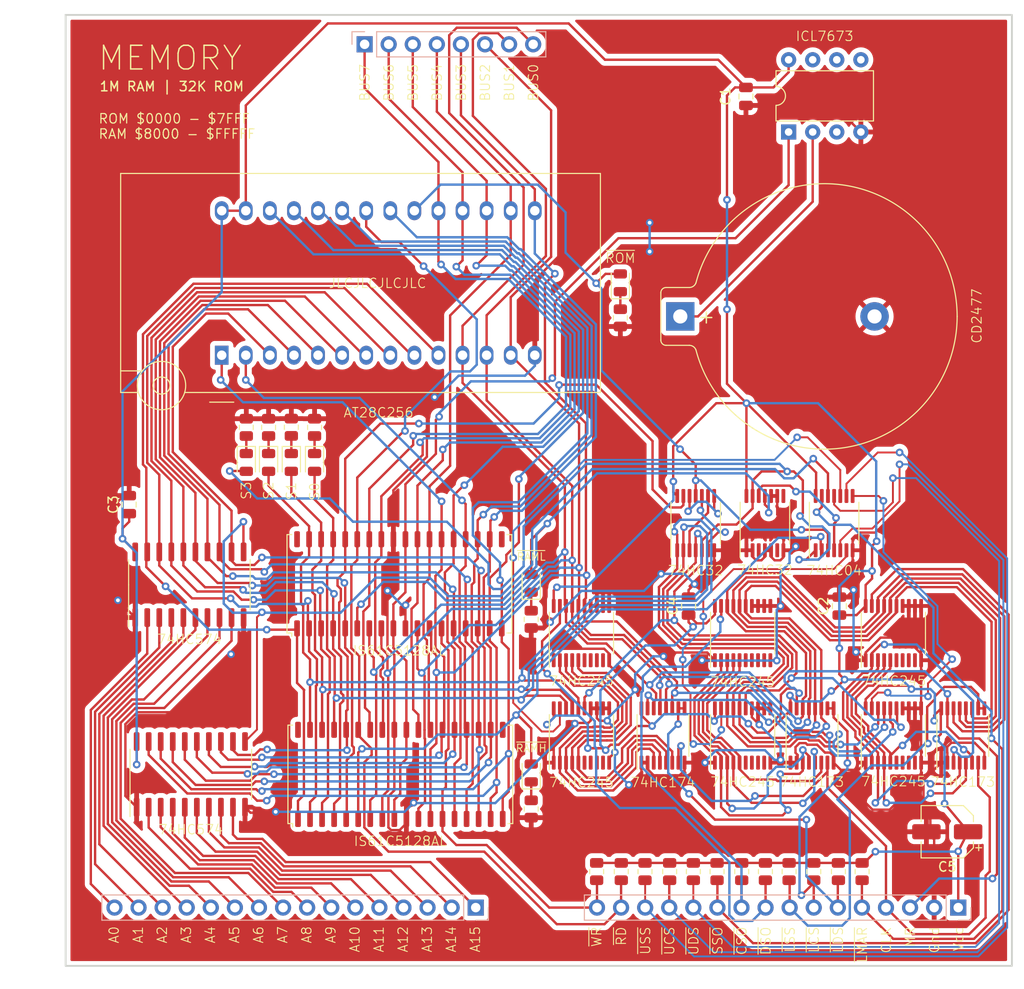
<source format=kicad_pcb>
(kicad_pcb (version 20211014) (generator pcbnew)
  (layers (0 "F.Cu" signal) (1 "In1.Cu" signal) (2 "In2.Cu" signal) (31 "B.Cu" signal) (34 "B.Paste" user) (35 "F.Paste" user) (36 "B.SilkS" user "B.Silkscreen") (37 "F.SilkS" user "F.Silkscreen") (38 "B.Mask" user) (39 "F.Mask" user) (44 "Edge.Cuts" user))
  (net 0 "")
  (net 1 "GND")
  (net 2 "BUS7")
  (net 3 "BUS6")
  (net 4 "BUS5")
  (net 5 "BUS4")
  (net 6 "BUS3")
  (net 7 "BUS2")
  (net 8 "BUS1")
  (net 9 "BUS0")
  (net 10 "ADDR_BUS0")
  (net 11 "ADDR_BUS1")
  (net 12 "ADDR_BUS2")
  (net 13 "ADDR_BUS3")
  (net 14 "ADDR_BUS4")
  (net 15 "ADDR_BUS5")
  (net 16 "ADDR_BUS6")
  (net 17 "ADDR_BUS7")
  (net 18 "MAR7")
  (net 19 "MAR6")
  (net 20 "MAR5")
  (net 21 "MAR4")
  (net 22 "MAR3")
  (net 23 "MAR2")
  (net 24 "MAR1")
  (net 25 "MAR0")
  (net 26 "~{ENABLE_RAM_LOW}")
  (net 27 "~{WRITE}")
  (net 28 "+5V")
  (net 29 "MAR8")
  (net 30 "MAR9")
  (net 32 "MAR10")
  (net 33 "MAR11")
  (net 34 "MAR12")
  (net 35 "MAR13")
  (net 36 "MAR14")
  (net 37 "~{READ}")
  (net 38 "MAR15")
  (net 39 "CLOCK")
  (net 40 "SEG0")
  (net 41 "SEG1")
  (net 42 "SEG2")
  (net 44 "ADDR_BUS8")
  (net 45 "ADDR_BUS9")
  (net 46 "ADDR_BUS10")
  (net 47 "ADDR_BUS11")
  (net 48 "ADDR_BUS12")
  (net 49 "ADDR_BUS13")
  (net 50 "ADDR_BUS14")
  (net 51 "ADDR_BUS15")
  (net 54 "Net-(U6-Pad4)")
  (net 55 "Net-(U6-Pad5)")
  (net 56 "Net-(U6-Pad6)")
  (net 57 "~{LATCH_DATA_SEGMENT}")
  (net 58 "RESET")
  (net 62 "SEG3")
  (net 63 "USE_DATA_SEGMENT")
  (net 66 "Net-(U6-Pad3)")
  (net 67 "~{DATA_SEGMENT_OUT}")
  (net 68 "Net-(U10-Pad2)")
  (net 69 "Net-(U10-Pad3)")
  (net 70 "Net-(U10-Pad4)")
  (net 71 "Net-(U10-Pad5)")
  (net 72 "~{LATCH_CODE_SEGMENT}")
  (net 80 "USE_CODE_SEGMENT")
  (net 85 "~{CODE_SEGMENT_OUT}")
  (net 86 "Net-(U12-Pad3)")
  (net 87 "Net-(U12-Pad4)")
  (net 88 "Net-(U12-Pad5)")
  (net 89 "Net-(U12-Pad6)")
  (net 90 "~{LATCH_STACK_SEGMENT}")
  (net 95 "USE_STACK_SEGMENT")
  (net 100 "~{STACK_SEGMENT_OUT}")
  (net 101 "~{ENABLE_ROM}")
  (net 102 "Net-(U15-Pad3)")
  (net 103 "Net-(U15-Pad10)")
  (net 104 "Net-(U15-Pad12)")
  (net 105 "Net-(U16-Pad4)")
  (net 109 "~{LATCH_MAR}")
  (net 113 "VCC")
  (net 114 "Net-(U16-Pad12)")
  (net 115 "~{USE_DATA_SEGMENT}")
  (net 116 "~{USE_CODE_SEGMENT}")
  (net 117 "~{USE_STACK_SEGMENT}")
  (net 118 "Net-(BT1-Pad1)")
  (net 119 "~{ENABLE_RAM_HIGH}")
  (net 120 "Net-(D3-Pad1)")
  (net 121 "Net-(D4-Pad1)")
  (net 122 "Net-(D5-Pad1)")
  (net 123 "Net-(D6-Pad1)")
  (net 124 "Net-(D7-Pad1)")
  (net 125 "Net-(D8-Pad1)")
  (net 126 "Net-(D9-Pad1)")
  (footprint "Resistor_SMD:R_0805_2012Metric" (layer "F.Cu") (at 153.2 132.7 -90)
    (fp_text reference "R11" hide)
    (fp_text value "R_US")
  )
  (footprint "LED_SMD:LED_0805_2012Metric" (layer "F.Cu") (at 123.4 122.3 90)
    (fp_text reference "D7" hide)
    (fp_text value "LED")
  )
  (footprint "Package_SO:TSSOP-20_4.4x6.5mm_P0.65mm" (layer "F.Cu") (at 128.69733 118.348818 90)
    (fp_text reference "U7" hide)
    (fp_text value "74LS245")
  )
  (footprint "Package_SO:SO-20_5.3x12.6mm_P1.27mm" (layer "F.Cu") (at 87.49733 122.448818 90)
    (fp_text reference "U4" hide)
    (fp_text value "74LS574")
  )
  (footprint "Resistor_SMD:R_0805_2012Metric" (layer "F.Cu") (at 98.1 85.8375 -90)
    (fp_text reference "R15" hide)
    (fp_text value "R_US")
  )
  (footprint "Resistor_SMD:R_0805_2012Metric" (layer "F.Cu") (at 150.6 132.7 -90)
    (fp_text reference "R10" hide)
    (fp_text value "R_US")
  )
  (footprint "Resistor_SMD:R_0805_2012Metric" (layer "F.Cu") (at 132.8 74.3 90)
    (fp_text reference "R20" hide)
    (fp_text value "R_US")
  )
  (footprint "Resistor_SMD:R_0805_2012Metric" (layer "F.Cu") (at 95.7 85.85 -90)
    (fp_text reference "R16" hide)
    (fp_text value "R_US")
  )
  (footprint "Resistor_SMD:R_0805_2012Metric" (layer "F.Cu") (at 138 132.7 -90)
    (fp_text reference "R5" hide)
    (fp_text value "R_US")
  )
  (footprint "Package_SO:TSSOP-14_4.4x5mm_P0.65mm" (layer "F.Cu") (at 155.34733 95.948818 90)
    (fp_text reference "U16" hide)
    (fp_text value "74LS04")
  )
  (footprint "Capacitor_SMD:C_0805_2012Metric" (layer "F.Cu") (at 139.99733 104.698818 90)
    (fp_text reference "C4")
    (fp_text value "C")
  )
  (footprint "LED_SMD:LED_0805_2012Metric" (layer "F.Cu") (at 93.35 89.55 -90)
    (fp_text reference "D6" hide)
    (fp_text value "LED")
  )
  (footprint "Resistor_SMD:R_0805_2012Metric" (layer "F.Cu") (at 123.4 106.1 90)
    (fp_text reference "R19" hide)
    (fp_text value "R_US")
  )
  (footprint "Resistor_SMD:R_0805_2012Metric" (layer "F.Cu") (at 123.4 126.1 90)
    (fp_text reference "R18" hide)
    (fp_text value "R_US")
  )
  (footprint "Package_SO:SOJ-36_10.16x23.49mm_P1.27mm" (layer "F.Cu") (at 109.59733 122.448818 90)
    (fp_text reference "U5" hide)
    (fp_text value "IS61C5128AL-10KLI")
  )
  (footprint "Package_SO:TSSOP-20_4.4x6.5mm_P0.65mm" (layer "F.Cu") (at 145.69733 107.548818 90)
    (fp_text reference "U11" hide)
    (fp_text value "74LS245")
  )
  (footprint "Socket:DIP_Socket-28_W11.9_W12.7_W15.24_W17.78_W18.5_3M_228-1277-00-0602J" (layer "F.Cu") (at 90.75733 78.241318 90)
    (fp_text reference "U1" hide)
    (fp_text value "28C256")
  )
  (footprint "Resistor_SMD:R_0805_2012Metric" (layer "F.Cu") (at 143 132.7 -90)
    (fp_text reference "R7" hide)
    (fp_text value "R_US")
  )
  (footprint "Resistor_SMD:R_0805_2012Metric" (layer "F.Cu") (at 100.55 85.85 -90)
    (fp_text reference "R14" hide)
    (fp_text value "R_US")
  )
  (footprint "Capacitor_SMD:CP_Elec_5x5.9" (layer "F.Cu") (at 167.28 128.5 180)
    (fp_text reference "C5")
    (fp_text value "C_Polarized")
  )
  (footprint "Package_SO:TSSOP-20_4.4x6.5mm_P0.65mm" (layer "F.Cu") (at 161.59733 118.348818 90)
    (fp_text reference "U13" hide)
    (fp_text value "74LS245")
  )
  (footprint "Package_SO:SOJ-36_10.16x23.49mm_P1.27mm" (layer "F.Cu") (at 109.49733 102.348818 90)
    (fp_text reference "U3" hide)
    (fp_text value "IS61C5128AL-10KLI" hide)
  )
  (footprint "Package_DIP:DIP-8_W7.62mm" (layer "F.Cu") (at 150.54733 54.698818 90)
    (fp_text reference "U18" hide)
    (fp_text value "ICL7673")
  )
  (footprint "Resistor_SMD:R_0805_2012Metric" (layer "F.Cu") (at 158.3 132.7 -90)
    (fp_text reference "R13" hide)
    (fp_text value "R_US")
  )
  (footprint "Capacitor_SMD:C_0805_2012Metric" (layer "F.Cu") (at 80.99733 93.998818 90)
    (fp_text reference "C3")
    (fp_text value "C")
  )
  (footprint "LED_SMD:LED_0805_2012Metric" (layer "F.Cu") (at 95.7 89.55 -90)
    (fp_text reference "D5" hide)
    (fp_text value "LED")
  )
  (footprint "Package_SO:TSSOP-16_4.4x5mm_P0.65mm" (layer "F.Cu") (at 168.91733 118.348818 90)
    (fp_text reference "U12" hide)
    (fp_text value "74LS173")
  )
  (footprint "LED_SMD:LED_0805_2012Metric" (layer "F.Cu") (at 132.8 70.6 90)
    (fp_text reference "D9" hide)
    (fp_text value "LED")
  )
  (footprint "Resistor_SMD:R_0805_2012Metric" (layer "F.Cu") (at 130.3 132.7 -90)
    (fp_text reference "R2" hide)
    (fp_text value "R_US")
  )
  (footprint "Battery:BatteryHolder_Keystone_106_1x20mm" (layer "F.Cu") (at 139.12125 74.148818)
    (fp_text reference "BT1" hide)
    (fp_text value "Battery_Cell")
  )
  (footprint "Resistor_SMD:R_0805_2012Metric" (layer "F.Cu") (at 93.35 85.85 -90)
    (fp_text reference "R17" hide)
    (fp_text value "R_US")
  )
  (footprint "LED_SMD:LED_0805_2012Metric" (layer "F.Cu") (at 98.1 89.55 -90)
    (fp_text reference "D4" hide)
    (fp_text value "LED")
  )
  (footprint "Resistor_SMD:R_0805_2012Metric" (layer "F.Cu") (at 140.5 132.7 -90)
    (fp_text reference "R6" hide)
    (fp_text value "R_US")
  )
  (footprint "Capacitor_SMD:C_0805_2012Metric" (layer "F.Cu") (at 146.04733 50.948818 -90)
    (fp_text reference "C1")
    (fp_text value "C")
  )
  (footprint "Package_SO:TSSOP-20_4.4x6.5mm_P0.65mm" (layer "F.Cu") (at 128.69733 107.548818 90)
    (fp_text reference "U8" hide)
    (fp_text value "74LS245")
  )
  (footprint "Resistor_SMD:R_0805_2012Metric" (layer "F.Cu") (at 148.1 132.7 -90)
    (fp_text reference "R9" hide)
    (fp_text value "R_US")
  )
  (footprint "Package_SO:TSSOP-20_4.4x6.5mm_P0.65mm" (layer "F.Cu") (at 161.59733 107.548818 90)
    (fp_text reference "U14" hide)
    (fp_text value "74LS245")
  )
  (footprint "Package_SO:TSSOP-20_4.4x6.5mm_P0.65mm" (layer "F.Cu") (at 145.69733 118.348818 90)
    (fp_text reference "U10" hide)
    (fp_text value "74LS245")
  )
  (footprint "Capacitor_SMD:C_0805_2012Metric" (layer "F.Cu") (at 155.89733 104.698818 90)
    (fp_text reference "C2")
    (fp_text value "C")
  )
  (footprint "Package_SO:TSSOP-16_4.4x5mm_P0.65mm" (layer "F.Cu") (at 153.01733 118.348818 90)
    (fp_text reference "U9" hide)
    (fp_text value "74LS173")
  )
  (footprint "Package_SO:TSSOP-16_4.4x5mm_P0.65mm" (layer "F.Cu") (at 137.29733 118.348818 90)
    (fp_text reference "U6" hide)
    (fp_text value "74LS173")
  )
  (footprint "Package_SO:SO-20_5.3x12.6mm_P1.27mm" (layer "F.Cu") (at 87.34733 102.448818 90)
    (fp_text reference "U2" hide)
    (fp_text value "74LS574")
  )
  (footprint "Resistor_SMD:R_0805_2012Metric" (layer "F.Cu") (at 132.9 132.7 -90)
    (fp_text reference "R3" hide)
    (fp_text value "R_US")
  )
  (footprint "Package_SO:TSSOP-14_4.4x5mm_P0.65mm" (layer "F.Cu") (at 148.04733 95.948818 90)
    (fp_text reference "U17" hide)
    (fp_text value "74LS32")
  )
  (footprint "Package_SO:TSSOP-14_4.4x5mm_P0.65mm" (layer "F.Cu") (at 140.74733 95.948818 90)
    (fp_text reference "U15" hide)
    (fp_text value "74LS32")
  )
  (footprint "LED_SMD:LED_0805_2012Metric" (layer "F.Cu") (at 100.55 89.55 -90)
    (fp_text reference "D3" hide)
    (fp_text value "LED")
  )
  (footprint "Resistor_SMD:R_0805_2012Metric" (layer "F.Cu") (at 135.4 132.7 -90)
    (fp_text reference "R4" hide)
    (fp_text value "R_US")
  )
  (footprint "Resistor_SMD:R_0805_2012Metric" (layer "F.Cu") (at 145.6 132.7 -90)
    (fp_text reference "R8" hide)
    (fp_text value "R_US")
  )
  (footprint "LED_SMD:LED_0805_2012Metric" (layer "F.Cu") (at 123.4 102.3 90)
    (fp_text reference "D8" hide)
    (fp_text value "LED")
  )
  (footprint "Resistor_SMD:R_0805_2012Metric" (layer "F.Cu") (at 155.8 132.7 -90)
    (fp_text reference "R12" hide)
    (fp_text value "R_US")
  )
  (footprint "Connector_PinHeader_2.54mm:PinHeader_1x16_P2.54mm_Vertical" (layer "B.Cu") (at 168.43733 136.498818 90)
    (fp_text reference "J3" hide)
    (fp_text value "Conn_01x16")
  )
  (footprint "Connector_PinHeader_2.54mm:PinHeader_1x08_P2.54mm_Vertical" (layer "B.Cu") (at 105.82733 45.448818 -90)
    (fp_text reference "J2" hide)
    (fp_text value "Conn_01x08")
  )
  (footprint "Connector_PinHeader_2.54mm:PinHeader_1x16_P2.54mm_Vertical" (layer "B.Cu") (at 117.54733 136.498818 90)
    (fp_text reference "J1" hide)
    (fp_text value "Conn_01x16")
  )
  (gr_rect (start 74.29733 42.348818) (end 174.09733 142.648818) (layer "Edge.Cuts") (width 0.2) (fill none))
  (gr_text "A5" (at 92.09733 138.398818 90) (layer "F.SilkS") (effects (font (size 1 1) (thickness 0.1)) (justify right)))
  (gr_text "~{LMAR}" (at 158.30733 138.448818 90) (layer "F.SilkS") (effects (font (size 1 1) (thickness 0.1)) (justify right)))
  (gr_text "BUS4" (at 113.46733 47.448818 90) (layer "F.SilkS") (effects (font (size 1 1) (thickness 0.1)) (justify right)))
  (gr_text "~{RAMH}" (at 123.4 119.7) (layer "F.SilkS") (effects (font (size 0.8 0.8) (thickness 0.1))))
  (gr_text "BUS1" (at 121.08733 47.448818 90) (layer "F.SilkS") (effects (font (size 1 1) (thickness 0.1)) (justify right)))
  (gr_text "~{CSO}" (at 145.60733 138.448818 90) (layer "F.SilkS") (effects (font (size 1 1) (thickness 0.1)) (justify right)))
  (gr_text "BUS2" (at 118.54733 47.448818 90) (layer "F.SilkS") (effects (font (size 1 1) (thickness 0.1)) (justify right)))
  (gr_text "A4" (at 89.55733 138.398818 90) (layer "F.SilkS") (effects (font (size 1 1) (thickness 0.1)) (justify right)))
  (gr_text "BUS3" (at 116.00733 47.448818 90) (layer "F.SilkS") (effects (font (size 1 1) (thickness 0.1)) (justify right)))
  (gr_text "A7" (at 97.17733 138.398818 90) (layer "F.SilkS") (effects (font (size 1 1) (thickness 0.1)) (justify right)))
  (gr_text "A0" (at 79.39733 138.398818 90) (layer "F.SilkS") (effects (font (size 1 1) (thickness 0.1)) (justify right)))
  (gr_text "A2" (at 84.47733 138.398818 90) (layer "F.SilkS") (effects (font (size 1 1) (thickness 0.1)) (justify right)))
  (gr_text "~{UCS}" (at 137.98733 138.448818 90) (layer "F.SilkS") (effects (font (size 1 1) (thickness 0.1)) (justify right)))
  (gr_text "S3" (at 93.35 91.5 90) (layer "F.SilkS") (effects (font (size 1 1) (thickness 0.1)) (justify right)))
  (gr_text "A1" (at 81.93733 138.398818 90) (layer "F.SilkS") (effects (font (size 1 1) (thickness 0.1)) (justify right)))
  (gr_text "A12" (at 109.87733 138.398818 90) (layer "F.SilkS") (effects (font (size 1 1) (thickness 0.1)) (justify right)))
  (gr_text "~{RAML}" (at 123.4 99.5) (layer "F.SilkS") (effects (font (size 0.8 0.8) (thickness 0.1))))
  (gr_text "~{SSO}" (at 143.06733 138.448818 90) (layer "F.SilkS") (effects (font (size 1 1) (thickness 0.1)) (justify right)))
  (gr_text "~{USS}" (at 135.44733 138.448818 90) (layer "F.SilkS") (effects (font (size 1 1) (thickness 0.1)) (justify right)))
  (gr_text "~{DSO}" (at 148.14733 138.448818 90) (layer "F.SilkS") (effects (font (size 1 1) (thickness 0.1)) (justify right)))
  (gr_text "A3" (at 87.01733 138.398818 90) (layer "F.SilkS") (effects (font (size 1 1) (thickness 0.1)) (justify right)))
  (gr_text "~{RD}" (at 132.89733 138.448818 90) (layer "F.SilkS") (effects (font (size 1 1) (thickness 0.1)) (justify right)))
  (gr_text "A15" (at 117.49733 138.398818 90) (layer "F.SilkS") (effects (font (size 1 1) (thickness 0.1)) (justify right)))
  (gr_text "A9" (at 102.25733 138.398818 90) (layer "F.SilkS") (effects (font (size 1 1) (thickness 0.1)) (justify right)))
  (gr_text "1M RAM | 32K ROM" (at 77.8 49.9) (layer "F.SilkS") (effects (font (size 1 1)) (justify left)))
  (gr_text "S2" (at 95.7 91.5 90) (layer "F.SilkS") (effects (font (size 1 1) (thickness 0.1)) (justify right)))
  (gr_text "BUS0" (at 123.62733 47.448818 90) (layer "F.SilkS") (effects (font (size 1 1) (thickness 0.1)) (justify right)))
  (gr_text "~{WR}" (at 130.29733 138.448818 90) (layer "F.SilkS") (effects (font (size 1 1) (thickness 0.1)) (justify right)))
  (gr_text "~{LSS}" (at 150.68733 138.448818 90) (layer "F.SilkS") (effects (font (size 1 1) (thickness 0.1)) (justify right)))
  (gr_text "~{LCS}" (at 153.22733 138.448818 90) (layer "F.SilkS") (effects (font (size 1 1) (thickness 0.1)) (justify right)))
  (gr_text "~{LDS}" (at 155.76733 138.448818 90) (layer "F.SilkS") (effects (font (size 1 1) (thickness 0.1)) (justify right)))
  (gr_text "BUS7" (at 105.84733 47.448818 90) (layer "F.SilkS") (effects (font (size 1 1) (thickness 0.1)) (justify right)))
  (gr_text "~{UDS}" (at 140.52733 138.448818 90) (layer "F.SilkS") (effects (font (size 1 1) (thickness 0.1)) (justify right)))
  (gr_text "ROM $0000 - $7FFF\nRAM $8000 - $FFFFF\n" (at 77.7 54.1) (layer "F.SilkS") (effects (font (size 1 1) (thickness 0.12)) (justify left)))
  (gr_text "A13" (at 112.41733 138.398818 90) (layer "F.SilkS") (effects (font (size 1 1) (thickness 0.1)) (justify right)))
  (gr_text "BUS5" (at 110.92733 47.448818 90) (layer "F.SilkS") (effects (font (size 1 1) (thickness 0.1)) (justify right)))
  (gr_text "A14" (at 114.95733 138.398818 90) (layer "F.SilkS") (effects (font (size 1 1) (thickness 0.1)) (justify right)))
  (gr_text "~{ROM}" (at 132.8 68) (layer "F.SilkS") (effects (font (size 1 1) (thickness 0.1))))
  (gr_text "A6" (at 94.63733 138.398818 90) (layer "F.SilkS") (effects (font (size 1 1) (thickness 0.1)) (justify right)))
  (gr_text "MEMORY" (at 77.6 46.9) (layer "F.SilkS") (effects (font (size 2.5 2.5)) (justify left)))
  (gr_text "MR" (at 163.38733 138.448818 90) (layer "F.SilkS") (effects (font (size 1 1) (thickness 0.1)) (justify right)))
  (gr_text "S1" (at 98.1 91.55 90) (layer "F.SilkS") (effects (font (size 1 1) (thickness 0.1)) (justify right)))
  (gr_text "Gnd" (at 165.92733 138.448818 90) (layer "F.SilkS") (effects (font (size 1 1) (thickness 0.1)) (justify right)))
  (gr_text "A8" (at 99.71733 138.398818 90) (layer "F.SilkS") (effects (font (size 1 1) (thickness 0.1)) (justify right)))
  (gr_text "A11" (at 107.33733 138.398818 90) (layer "F.SilkS") (effects (font (size 1 1) (thickness 0.1)) (justify right)))
  (gr_text "BUS6" (at 108.38733 47.448818 90) (layer "F.SilkS") (effects (font (size 1 1) (thickness 0.1)) (justify right)))
  (gr_text "Vcc" (at 168.46733 138.448818 90) (layer "F.SilkS") (effects (font (size 1 1) (thickness 0.1)) (justify right)))
  (gr_text "S0" (at 100.55 91.6 90) (layer "F.SilkS") (effects (font (size 1 1) (thickness 0.1)) (justify right)))
  (gr_text "CLK" (at 160.84733 138.448818 90) (layer "F.SilkS") (effects (font (size 1 1) (thickness 0.1)) (justify right)))
  (gr_text "A10" (at 104.79733 138.398818 90) (layer "F.SilkS") (effects (font (size 1 1) (thickness 0.1)) (justify right)))
  (gr_text "JLCJLCJLCJLC" (at 107.19733 70.648818) (layer "F.SilkS") (effects (font (size 1 1) (thickness 0.1))))
  (segment (start 164.52233 104.686318) (end 164.52233 110.411318) (width 0.25) (layer "F.Cu") (net 1))
  (segment (start 151.49782 121.105828) (end 151.49782 120.399408) (width 0.25) (layer "F.Cu") (net 1))
  (segment (start 108.86233 92.483818) (end 112.39733 88.948818) (width 0.25) (layer "F.Cu") (net 1))
  (segment (start 135.02233 121.211318) (end 135.67233 121.211318) (width 0.25) (layer "F.Cu") (net 1))
  (segment (start 131.62233 104.686318) (end 132.03483 104.686318) (width 0.25) (layer "F.Cu") (net 1))
  (segment (start 162.57233 115.486318) (end 164.52233 115.486318) (width 0.25) (layer "F.Cu") (net 1))
  (segment (start 142.77233 121.211318) (end 141.73483 121.211318) (width 0.25) (layer "F.Cu") (net 1))
  (segment (start 148.62233 110.411318) (end 149.25983 110.411318) (width 0.25) (layer "F.Cu") (net 1))
  (segment (start 81.84733 115.898818) (end 80.59733 117.148818) (width 0.25) (layer "F.Cu") (net 1))
  (segment (start 109.52281 128.323338) (end 110.23233 127.613818) (width 0.25) (layer "F.Cu") (net 1))
  (segment (start 135.02233 122.223818) (end 133.69733 123.548818) (width 0.25) (layer "F.Cu") (net 1))
  (segment (start 146.67233 104.686318) (end 148.62233 104.686318) (width 0.25) (layer "F.Cu") (net 1))
  (segment (start 146.67233 116.423818) (end 147.44733 117.198818) (width 0.25) (layer "F.Cu") (net 1))
  (segment (start 149.989046 121.211318) (end 149.702046 120.924318) (width 0.25) (layer "F.Cu") (net 1))
  (segment (start 141.95983 109.598818) (end 137.74733 109.598818) (width 0.25) (layer "F.Cu") (net 1))
  (segment (start 155.36733 51.898818) (end 158.16733 54.698818) (width 0.25) (layer "F.Cu") (net 1))
  (segment (start 96.354148 126.492) (end 96.44733 126.398818) (width 0.25) (layer "F.Cu") (net 1))
  (segment (start 151.272829 120.174417) (end 151.272829 119.574219) (width 0.25) (layer "F.Cu") (net 1))
  (segment (start 155.89733 103.748818) (end 155.89733 102.648818) (width 0.25) (layer "F.Cu") (net 1))
  (segment (start 139.04733 122.548818) (end 139.57233 122.023818) (width 0.25) (layer "F.Cu") (net 1))
  (segment (start 167.272829 119.548719) (end 167.272829 120.148917) (width 0.25) (layer "F.Cu") (net 1))
  (segment (start 158.67233 121.211318) (end 158.67233 125.448418) (width 0.25) (layer "F.Cu") (net 1))
  (segment (start 151.49782 120.399408) (end 151.272829 120.174417) (width 0.25) (layer "F.Cu") (net 1))
  (segment (start 151.697231 119.149817) (end 152.347429 119.149817) (width 0.25) (layer "F.Cu") (net 1))
  (segment (start 149.415046 121.211318) (end 149.702046 120.924318) (width 0.25) (layer "F.Cu") (net 1))
  (segment (start 164.52233 115.486318) (end 164.52233 110.411318) (width 0.25) (layer "F.Cu") (net 1))
  (segment (start 155.89733 102.648818) (end 157.29733 101.248818) (width 0.25) (layer "F.Cu") (net 1))
  (segment (start 108.86233 100.733818) (end 108.243438 101.35271) (width 0.25) (layer "F.Cu") (net 1))
  (segment (start 146.67233 115.486318) (end 146.67233 116.423818) (width 0.25) (layer "F.Cu") (net 1))
  (segment (start 93.06233 108.458) (end 91.743165 109.777165) (width 0.25) (layer "F.Cu") (net 1))
  (segment (start 171.19233 121.211318) (end 171.19233 120.143818) (width 0.25) (layer "F.Cu") (net 1))
  (segment (start 161.197429 126.173319) (end 164.52233 122.848418) (width 0.25) (layer "F.Cu") (net 1))
  (segment (start 108.33781 124.758338) (end 108.33781 128.04537) (width 0.25) (layer "F.Cu") (net 1))
  (segment (start 123.4 107.0125) (end 124.7875 107.0125) (width 0.25) (layer "F.Cu") (net 1))
  (segment (start 152.347429 119.149817) (end 152.518324 119.320712) (width 0.25) (layer "F.Cu") (net 1))
  (segment (start 110.23233 126.203549) (end 110.997379 125.4385) (width 0.25) (layer "F.Cu") (net 1))
  (segment (start 151.39233 121.211318) (end 149.989046 121.211318) (width 0.25) (layer "F.Cu") (net 1))
  (segment (start 149.67281 99.873338) (end 149.99733 99.548818) (width 0.25) (layer "F.Cu") (net 1))
  (segment (start 156.64733 103.748818) (end 157.39733 102.998818) (width 0.25) (layer "F.Cu") (net 1))
  (segment (start 80.59733 117.148818) (end 80.59733 124.726318) (width 0.25) (layer "F.Cu") (net 1))
  (segment (start 112.39733 83.47422) (end 113.210031 82.661519) (width 0.25) (layer "F.Cu") (net 1))
  (segment (start 146.04733 61.998818) (end 146.04733 51.898818) (width 0.25) (layer "F.Cu") (net 1))
  (segment (start 108.33781 128.04537) (end 108.615778 128.323338) (width 0.25) (layer "F.Cu") (net 1))
  (segment (start 110.23233 127.613818) (end 110.23233 127.148818) (width 0.25) (layer "F.Cu") (net 1))
  (segment (start 155.29233 121.211318) (end 156.054331 121.973319) (width 0.25) (layer "F.Cu") (net 1))
  (segment (start 123.77733 70.318818) (end 129.89733 64.198818) (width 0.25) (layer "F.Cu") (net 1))
  (segment (start 132.8 75.2125) (end 134.0835 75.2125) (width 0.25) (layer "F.Cu") (net 1))
  (segment (start 93.21233 125.911318) (end 93.793012 126.492) (width 0.25) (layer "F.Cu") (net 1))
  (segment (start 135.02233 121.211318) (end 135.02233 122.223818) (width 0.25) (layer "F.Cu") (net 1))
  (segment (start 125.77233 119.573818) (end 127.998536 117.347612) (width 0.25) (layer "F.Cu") (net 1))
  (segment (start 158.67233 110.411318) (end 158.67233 109.599218) (width 0.25) (layer "F.Cu") (net 1))
  (segment (start 131.62233 110.411318) (end 131.62233 110.923818) (width 0.25) (layer "F.Cu") (net 1))
  (segment (start 128.063564 117.026274) (end 127.998536 117.091302) (width 0.25) (layer "F.Cu") (net 1))
  (segment (start 142.69733 98.811318) (end 142.69733 100.298818) (width 0.25) (layer "F.Cu") (net 1))
  (segment (start 108.86233 97.648818) (end 108.86233 100.733818) (width 0.25) (layer "F.Cu") (net 1))
  (segment (start 164.52233 122.848418) (end 164.52233 121.211318) (width 0.25) (layer "F.Cu") (net 1))
  (segment (start 134.204142 113.50563) (end 134.360258 113.50563) (width 0.25) (layer "F.Cu") (net 1))
  (segment (start 110.23233 127.148818) (end 110.23233 126.203549) (width 0.25) (layer "F.Cu") (net 1))
  (segment (start 126.04733 109.198818) (end 125.69733 109.548818) (width 0.25) (layer "F.Cu") (net 1))
  (segment (start 108.23781 103.078946) (end 108.243438 103.073318) (width 0.25) (layer "F.Cu") (net 1))
  (segment (start 143.84733 64.198818) (end 146.04733 61.998818) (width 0.25) (layer "F.Cu") (net 1))
  (segment (start 139.99733 102.998818) (end 139.99733 103.748818) (width 0.25) (layer "F.Cu") (net 1))
  (segment (start 155.89733 103.748818) (end 156.64733 103.748818) (width 0.25) (layer "F.Cu") (net 1))
  (segment (start 131.097691 109.198818) (end 126.04733 109.198818) (width 0.25) (layer "F.Cu") (net 1))
  (segment (start 136.321969 122.548818) (end 139.04733 122.548818) (width 0.25) (layer "F.Cu") (net 1))
  (segment (start 148.04733 98.811318) (end 148.04733 99.499179) (width 0.25) (layer "F.Cu") (net 1))
  (segment (start 156.054331 121.973319) (end 157.910329 121.973319) (width 0.25) (layer "F.Cu") (net 1))
  (segment (start 110.13233 107.048818) (end 110.13233 104.613818) (width 0.25) (layer "F.Cu") (net 1))
  (segment (start 131.62233 110.923818) (end 134.204142 113.50563) (width 0.25) (layer "F.Cu") (net 1))
  (segment (start 164.772829 123.080819) (end 164.772829 126.474317) (width 0.25) (layer "F.Cu") (net 1))
  (segment (start 129.89733 64.198818) (end 143.84733 64.198818) (width 0.25) (layer "F.Cu") (net 1))
  (segment (start 131.62233 121.211318) (end 131.62233 120.718206) (width 0.25) (layer "F.Cu") (net 1))
  (segment (start 132.03483 104.686318) (end 137.34733 109.998818) (width 0.25) (layer "F.Cu") (net 1))
  (segment (start 154.379139 120.149298) (end 154.918171 120.149298) (width 0.25) (layer "F.Cu") (net 1))
  (segment (start 123.77733 78.241318) (end 123.77733 70.318818) (width 0.25) (layer "F.Cu") (net 1))
  (segment (start 79.34733 94.148818) (end 79.34733 103.626318) (width 0.25) (layer "F.Cu") (net 1))
  (segment (start 129.67233 115.486318) (end 129.67233 116.773818) (width 0.25) (layer "F.Cu") (net 1))
  (segment (start 159.61125 74.148818) (end 164.94733 79.484898) (width 0.25) (layer "F.Cu") (net 1))
  (segment (start 142.69733 100.298818) (end 139.99733 102.998818) (width 0.25) (layer "F.Cu") (net 1))
  (segment (start 108.96233 117.748818) (end 108.96233 109.849522) (width 0.25) (layer "F.Cu") (net 1))
  (segment (start 129.67233 115.486318) (end 131.62233 115.486318) (width 0.25) (layer "F.Cu") (net 1))
  (segment (start 108.96233 109.849522) (end 108.23781 109.125002) (width 0.25) (layer "F.Cu") (net 1))
  (segment (start 125.69733 109.548818) (end 125.69733 110.336318) (width 0.25) (layer "F.Cu") (net 1))
  (segment (start 131.62233 109.723457) (end 131.097691 109.198818) (width 0.25) (layer "F.Cu") (net 1))
  (segment (start 158.16733 54.698818) (end 158.16733 72.704898) (width 0.25) (layer "F.Cu") (net 1))
  (segment (start 85.621512 115.898818) (end 81.84733 115.898818) (width 0.25) (layer "F.Cu") (net 1))
  (segment (start 108.96233 124.133818) (end 108.33781 124.758338) (width 0.25) (layer "F.Cu") (net 1))
  (segment (start 110.13233 104.613818) (end 110.14733 104.598818) (width 0.25) (layer "F.Cu") (net 1))
  (segment (start 164.94733 79.484898) (end 164.94733 91.698818) (width 0.25) (layer "F.Cu") (net 1))
  (segment (start 125.77233 121.211318) (end 125.77233 119.573818) (width 0.25) (layer "F.Cu") (net 1))
  (segment (start 146.74733 99.499179) (end 146.74733 98.811318) (width 0.25) (layer "F.Cu") (net 1))
  (segment (start 93.06233 106.013818) (end 93.06233 108.458) (width 0.25) (layer "F.Cu") (net 1))
  (segment (start 131.62233 104.686318) (end 131.62233 103.323818) (width 0.25) (layer "F.Cu") (net 1))
  (segment (start 164.52233 115.486318) (end 164.52233 121.211318) (width 0.25) (layer "F.Cu") (net 1))
  (segment (start 148.63483 104.698818) (end 148.62233 104.686318) (width 0.25) (layer "F.Cu") (net 1))
  (segment (start 79.34733 103.626318) (end 81.63233 105.911318) (width 0.25) (layer "F.Cu") (net 1))
  (segment (start 133.54733 101.398818) (end 136.69733 101.398818) (width 0.25) (layer "F.Cu") (net 1))
  (segment (start 135.67233 121.899179) (end 136.321969 122.548818) (width 0.25) (layer "F.Cu") (net 1))
  (segment (start 167.29233 121.211318) (end 166.64233 121.211318) (width 0.25) (layer "F.Cu") (net 1))
  (segment (start 165.49733 128.91733) (end 165.89733 129.31733) (width 0.25) (layer "F.Cu") (net 1))
  (segment (start 137.74733 109.598818) (end 137.34733 109.998818) (width 0.25) (layer "F.Cu") (net 1))
  (segment (start 164.52233 121.211318) (end 166.64233 121.211318) (width 0.25) (layer "F.Cu") (net 1))
  (segment (start 136.99733 101.398818) (end 137.09733 101.298818) (width 0.25) (layer "F.Cu") (net 1))
  (segment (start 150.88483 98.811318) (end 151.29733 98.398818) (width 0.25) (layer "F.Cu") (net 1))
  (segment (start 130.32233 115.486318) (end 130.32233 116.523818) (width 0.25) (layer "F.Cu") (net 1))
  (segment (start 148.69733 99.499179) (end 149.071489 99.873338) (width 0.25) (layer "F.Cu") (net 1))
  (segment (start 146.67233 115.486318) (end 148.62233 115.486318) (width 0.25) (layer "F.Cu") (net 1))
  (segment (start 108.96233 117.748818) (end 108.96233 124.133818) (width 0.25) (layer "F.Cu") (net 1))
  (segment (start 157.29733 101.248818) (end 157.29733 98.811318) (width 0.25) (layer "F.Cu") (net 1))
  (segment (start 148.04733 98.811318) (end 148.69733 98.811318) (width 0.25) (layer "F.Cu") (net 1))
  (segment (start 153.550553 119.320712) (end 154.379139 120.149298) (width 0.25) (layer "F.Cu") (net 1))
  (segment (start 167.29233 120.168418) (end 167.29233 121.211318) (width 0.25) (layer "F.Cu") (net 1))
  (segment (start 125.69733 110.336318) (end 125.77233 110.411318) (width 0.25) (layer "F.Cu") (net 1))
  (segment (start 131.62233 103.323818) (end 132.64733 102.298818) (width 0.25) (layer "F.Cu") (net 1))
  (segment (start 146.04733 51.898818) (end 155.36733 51.898818) (width 0.25) (layer "F.Cu") (net 1))
  (segment (start 149.25983 110.411318) (end 149.29733 110.448818) (width 0.25) (layer "F.Cu") (net 1))
  (segment (start 158.67233 125.448418) (end 159.397231 126.173319) (width 0.25) (layer "F.Cu") (net 1))
  (segment (start 164.772829 126.474317) (end 165.49733 127.198818) (width 0.25) (layer "F.Cu") (net 1))
  (segment (start 157.80983 109.548818) (end 158.67233 110.411318) (width 0.25) (layer "F.Cu") (net 1))
  (segment (start 135.67233 121.211318) (end 135.67233 121.899179) (width 0.25) (layer "F.Cu") (net 1))
  (segment (start 147.673171 99.873338) (end 147.121489 99.873338) (width 0.25) (layer "F.Cu") (net 1))
  (segment (start 149.071489 99.873338) (end 149.67281 99.873338) (width 0.25) (layer "F.Cu") (net 1))
  (segment (start 159.69733 96.948818) (end 158.09733 96.948818) (width 0.25) (layer "F.Cu") (net 1))
  (segment (start 136.69733 101.398818) (end 136.99733 101.398818) (width 0.25) (layer "F.Cu") (net 1))
  (segment (start 157.29733 97.748818) (end 157.29733 98.811318) (width 0.25) (layer "F.Cu") (net 1))
  (segment (start 165.49733 127.198818) (end 165.49733 128.91733) (width 0.25) (layer "F.Cu") (net 1))
  (segment (start 80.44733 93.048818) (end 79.34733 94.148818) (width 0.25) (layer "F.Cu") (net 1))
  (segment (start 148.69733 93.086318) (end 149.34733 93.086318) (width 0.25) (layer "F.Cu") (net 1))
  (segment (start 134.0835 75.2125) (end 135.89 73.406) (width 0.25) (layer "F.Cu") (net 1))
  (segment (start 171.19233 120.143818) (end 170.161279 119.112767) (width 0.25) (layer "F.Cu") (net 1))
  (segment (start 154.918171 120.149298) (end 155.29233 120.523457) (width 0.25) (layer "F.Cu") (net 1))
  (segment (start 108.86233 97.648818) (end 108.86233 92.483818) (width 0.25) (layer "F.Cu") (net 1))
  (segment (start 165.89733 129.31733) (end 165.89733 136.498818) (width 0.25) (layer "F.Cu") (net 1))
  (segment (start 155.29233 120.523457) (end 155.29233 121.211318) (width 0.25) (layer "F.Cu") (net 1))
  (segment (start 129.419874 117.026274) (end 128.063564 117.026274) (width 0.25) (layer "F.Cu") (net 1))
  (segment (start 162.57233 104.686318) (end 164.52233 104.686318) (width 0.25) (layer "F.Cu") (net 1))
  (segment (start 108.615778 128.323338) (end 109.52281 128.323338) (width 0.25) (layer "F.Cu") (net 1))
  (segment (start 132.64733 102.298818) (end 133.54733 101.398818) (width 0.25) (layer "F.Cu") (net 1))
  (segment (start 160.247231 108.024317) (end 162.82319 108.024317) (width 0.25) (layer "F.Cu") (net 1))
  (segment (start 158.09733 96.948818) (end 157.29733 97.748818) (width 0.25) (layer "F.Cu") (net 1))
  (segment (start 93.793012 126.492) (end 96.354148 126.492) (width 0.25) (layer "F.Cu") (net 1))
  (segment (start 135.89 73.406) (end 135.89 67.31) (width 0.25) (layer "F.Cu") (net 1))
  (segment (start 148.04733 99.499179) (end 147.673171 99.873338) (width 0.25) (layer "F.Cu") (net 1))
  (segment (start 166.64233 121.211318) (end 164.772829 123.080819) (width 0.25) (layer "F.Cu") (net 1))
  (segment (start 162.82319 108.024317) (end 164.52233 109.723457) (width 0.25) (layer "F.Cu") (net 1))
  (segment (start 149.34733 93.086318) (end 149.34733 95.048818) (width 0.25) (layer "F.Cu") (net 1))
  (segment (start 80.59733 124.726318) (end 81.78233 125.911318) (width 0.25) (layer "F.Cu") (net 1))
  (segment (start 131.62233 120.718206) (end 132.225959 120.114577) (width 0.25) (layer "F.Cu") (net 1))
  (segment (start 148.69733 98.811318) (end 148.69733 99.499179) (width 0.25) (layer "F.Cu") (net 1))
  (segment (start 80.99733 93.048818) (end 80.44733 93.048818) (width 0.25) (layer "F.Cu") (net 1))
  (segment (start 149.99733 95.698818) (end 149.99733 99.548818) (width 0.25) (layer "F.Cu") (net 1))
  (segment (start 112.39733 88.948818) (end 112.39733 83.47422) (width 0.25) (layer "F.Cu") (net 1))
  (segment (start 142.69733 98.811318) (end 146.09733 98.811318) (width 0.25) (layer "F.Cu") (net 1))
  (segment (start 130.593886 116.795374) (end 131.42183 116.795374) (width 0.25) (layer "F.Cu") (net 1))
  (segment (start 151.272829 119.574219) (end 151.697231 119.149817) (width 0.25) (layer "F.Cu") (net 1))
  (segment (start 151.39233 121.211318) (end 151.49782 121.105828) (width 0.25) (layer "F.Cu") (net 1))
  (segment (start 149.69733 104.698818) (end 148.63483 104.698818) (width 0.25) (layer "F.Cu") (net 1))
  (segment (start 139.57233 122.023818) (end 139.57233 121.211318) (width 0.25) (layer "F.Cu") (net 1))
  (segment (start 129.67233 116.773818) (end 129.419874 117.026274) (width 0.25) (layer "F.Cu") (net 1))
  (segment (start 167.272829 120.148917) (end 167.29233 120.168418) (width 0.25) (layer "F.Cu") (net 1))
  (segment (start 170.161279 119.112767) (end 167.708781 119.112767) (width 0.25) (layer "F.Cu") (net 1))
  (segment (start 159.397231 126.173319) (end 161.197429 126.173319) (width 0.25) (layer "F.Cu") (net 1))
  (segment (start 141.73483 121.211318) (end 139.57233 121.211318) (width 0.25) (layer "F.Cu") (net 1))
  (segment (start 131.62233 110.411318) (end 131.62233 109.723457) (width 0.25) (layer "F.Cu") (net 1))
  (segment (start 91.743165 109.777165) (end 85.621512 115.898818) (width 0.25) (layer "F.Cu") (net 1))
  (segment (start 158.16733 72.704898) (end 159.61125 74.148818) (width 0.25) (layer "F.Cu") (net 1))
  (segment (start 146.74733 98.811318) (end 146.09733 98.811318) (width 0.25) (layer "F.Cu") (net 1))
  (segment (start 129.67233 104.686318) (end 131.62233 104.686318) (width 0.25) (layer "F.Cu") (net 1))
  (segment (start 152.518324 119.320712) (end 153.550553 119.320712) (width 0.25) (layer "F.Cu") (net 1))
  (segment (start 142.77233 110.411318) (end 141.95983 109.598818) (width 0.25) (layer "F.Cu") (net 1))
  (segment (start 124.7875 107.0125) (end 125.4 106.4) (width 0.25) (layer "F.Cu") (net 1))
  (segment (start 157.910329 121.973319) (end 158.67233 121.211318) (width 0.25) (layer "F.Cu") (net 1))
  (segment (start 127.998536 117.347612) (end 127.998536 117.091302) (width 0.25) (layer "F.Cu") (net 1))
  (segment (start 158.67233 109.599218) (end 160.247231 108.024317) (width 0.25) (layer "F.Cu") (net 1))
  (segment (start 130.32233 116.523818) (end 130.593886 116.795374) (width 0.25) (layer "F.Cu") (net 1))
  (segment (start 148.62233 121.211318) (end 149.415046 121.211318) (width 0.25) (layer "F.Cu") (net 1))
  (segment (start 149.34733 95.048818) (end 149.99733 95.698818) (width 0.25) (layer "F.Cu") (net 1))
  (segment (start 164.94733 91.698818) (end 159.69733 96.948818) (width 0.25) (layer "F.Cu") (net 1))
  (segment (start 108.23781 109.125002) (end 108.23781 103.078946) (width 0.25) (layer "F.Cu") (net 1))
  (segment (start 167.708781 119.112767) (end 167.272829 119.548719) (width 0.25) (layer "F.Cu") (net 1))
  (segment (start 149.99733 98.811318) (end 150.88483 98.811318) (width 0.25) (layer "F.Cu") (net 1))
  (segment (start 157.64733 109.548818) (end 157.80983 109.548818) (width 0.25) (layer "F.Cu") (net 1))
  (segment (start 108.243438 101.35271) (end 108.243438 103.073318) (width 0.25) (layer "F.Cu") (net 1))
  (segment (start 147.121489 99.873338) (end 146.74733 99.499179) (width 0.25) (layer "F.Cu") (net 1))
  (via (at 134.360258 113.50563) (size 0.8) (drill 0.4) (layers "F.Cu" "B.Cu") (net 1))
  (via (at 135.89 67.31) (size 0.8) (drill 0.4) (layers "F.Cu" "B.Cu") (net 1))
  (via (at 137.09733 101.298818) (size 0.8) (drill 0.4) (layers "F.Cu" "B.Cu") (net 1))
  (via (at 131.42183 116.795374) (size 0.8) (drill 0.4) (layers "F.Cu" "B.Cu") (net 1))
  (via (at 110.14733 104.598818) (size 0.8) (drill 0.4) (layers "F.Cu" "B.Cu") (net 1))
  (via (at 113.210031 82.661519) (size 0.8) (drill 0.4) (layers "F.Cu" "B.Cu") (net 1))
  (via (at 133.69733 123.548818) (size 0.8) (drill 0.4) (layers "F.Cu" "B.Cu") (net 1))
  (via (at 108.243438 103.073318) (size 0.8) (drill 0.4) (layers "F.Cu" "B.Cu") (net 1))
  (via (at 149.69733 104.698818) (size 0.8) (drill 0.4) (layers "F.Cu" "B.Cu") (net 1))
  (via (at 79.808506 104.087494) (size 0.8) (drill 0.4) (layers "F.Cu" "B.Cu") (net 1))
  (via (at 157.64733 109.548818) (size 0.8) (drill 0.4) (layers "F.Cu" "B.Cu") (net 1))
  (via (at 96.44733 126.398818) (size 0.8) (drill 0.4) (layers "F.Cu" "B.Cu") (net 1))
  (via (at 140.62233 102.373818) (size 0.8) (drill 0.4) (layers "F.Cu" "B.Cu") (net 1))
  (via (at 141.40983 110.411318) (size 0.8) (drill 0.4) (layers "F.Cu" "B.Cu") (net 1))
  (via (at 149.702046 120.924318) (size 0.8) (drill 0.4) (layers "F.Cu" "B.Cu") (net 1))
  (via (at 147.44733 117.198818) (size 0.8) (drill 0.4) (layers "F.Cu" "B.Cu") (net 1))
  (via (at 157.39733 102.998818) (size 0.8) (drill 0.4) (layers "F.Cu" "B.Cu") (net 1))
  (via (at 151.29733 98.398818) (size 0.8) (drill 0.4) (layers "F.Cu" "B.Cu") (net 1))
  (via (at 135.89 64.262) (size 0.8) (drill 0.4) (layers "F.Cu" "B.Cu") (net 1))
  (via (at 125.4 106.4) (size 0.8) (drill 0.4) (layers "F.Cu" "B.Cu") (net 1))
  (via (at 149.29733 110.448818) (size 0.8) (drill 0.4) (layers "F.Cu" "B.Cu") (net 1))
  (via (at 137.34733 109.998818) (size 0.8) (drill 0.4) (layers "F.Cu" "B.Cu") (net 1))
  (via (at 110.997379 125.4385) (size 0.8) (drill 0.4) (layers "F.Cu" "B.Cu") (net 1))
  (via (at 91.743165 109.777165) (size 0.8) (drill 0.4) (layers "F.Cu" "B.Cu") (net 1))
  (via (at 132.225959 120.114577) (size 0.8) (drill 0.4) (layers "F.Cu" "B.Cu") (net 1))
  (via (at 141.73483 121.211318) (size 0.8) (drill 0.4) (layers "F.Cu" "B.Cu") (net 1))
  (via (at 127.998536 117.091302) (size 0.8) (drill 0.4) (layers "F.Cu" "B.Cu") (net 1))
  (segment (start 148.04733 119.898818) (end 149.07283 120.924318) (width 0.25) (layer "B.Cu") (net 1))
  (segment (start 119.613838 125.476) (end 111.034879 125.476) (width 0.25) (layer "B.Cu") (net 1))
  (segment (start 157.39733 109.298818) (end 157.64733 109.548818) (width 0.25) (layer "B.Cu") (net 1))
  (segment (start 141.73483 121.211318) (end 141.73483 121.061318) (width 0.25) (layer "B.Cu") (net 1))
  (segment (start 131.42183 116.795374) (end 131.42183 116.574318) (width 0.25) (layer "B.Cu") (net 1))
  (segment (start 96.44733 126.398818) (end 110.037061 126.398818) (width 0.25) (layer "B.Cu") (net 1))
  (segment (start 128.7 103.1) (end 135.296148 103.1) (width 0.25) (layer "B.Cu") (net 1))
  (segment (start 109.768938 104.598818) (end 108.243438 103.073318) (width 0.25) (layer "B.Cu") (net 1))
  (segment (start 123.77733 78.241318) (end 123.77733 79.328818) (width 0.25) (layer "B.Cu") (net 1))
  (segment (start 133.69733 123.548818) (end 132.225959 122.077447) (width 0.25) (layer "B.Cu") (net 1))
  (segment (start 125.4 106.4) (end 128.7 103.1) (width 0.25) (layer "B.Cu") (net 1))
  (segment (start 137.34733 109.998818) (end 136.24733 109.998818) (width 0.25) (layer "B.Cu") (net 1))
  (segment (start 122.74733 80.398818) (end 115.74733 80.398818) (width 0.25) (layer "B.Cu") (net 1))
  (segment (start 131.42183 116.574318) (end 134.360258 113.63589) (width 0.25) (layer "B.Cu") (net 1))
  (segment (start 110.14733 104.598818) (end 109.768938 104.598818) (width 0.25) (layer "B.Cu") (net 1))
  (segment (start 132.225959 117.599503) (end 132.225959 120.114577) (width 0.25) (layer "B.Cu") (net 1))
  (segment (start 127.998536 117.091302) (end 119.613838 125.476) (width 0.25) (layer "B.Cu") (net 1))
  (segment (start 157.39733 102.998818) (end 157.39733 109.298818) (width 0.25) (layer "B.Cu") (net 1))
  (segment (start 141.44733 110.448818) (end 141.40983 110.411318) (width 0.25) (layer "B.Cu") (net 1))
  (segment (start 149.69733 104.698818) (end 149.69733 101.098818) (width 0.25) (layer "B.Cu") (net 1))
  (segment (start 135.89 67.31) (end 135.89 64.262) (width 0.25) (layer "B.Cu") (net 1))
  (segment (start 134.360258 111.88589) (end 134.360258 113.50563) (width 0.25) (layer "B.Cu") (net 1))
  (segment (start 150.64733 100.148818) (end 150.64733 99.048818) (width 0.25) (layer "B.Cu") (net 1))
  (segment (start 142.89733 119.898818) (end 148.04733 119.898818) (width 0.25) (layer "B.Cu") (net 1))
  (segment (start 136.24733 109.998818) (end 134.360258 111.88589) (width 0.25) (layer "B.Cu") (net 1))
  (segment (start 110.037061 126.398818) (end 110.997379 125.4385) (width 0.25) (layer "B.Cu") (net 1))
  (segment (start 139.54733 101.298818) (end 140.62233 102.373818) (width 0.25) (layer "B.Cu") (net 1))
  (segment (start 149.07283 120.924318) (end 149.702046 120.924318) (width 0.25) (layer "B.Cu") (net 1))
  (segment (start 141.73483 121.061318) (end 142.89733 119.898818) (width 0.25) (layer "B.Cu") (net 1))
  (segment (start 111.034879 125.476) (end 110.997379 125.4385) (width 0.25) (layer "B.Cu") (net 1))
  (segment (start 123.79733 79.348818) (end 122.74733 80.398818) (width 0.25) (layer "B.Cu") (net 1))
  (segment (start 134.360258 113.63589) (end 134.360258 113.50563) (width 0.25) (layer "B.Cu") (net 1))
  (segment (start 150.64733 99.048818) (end 151.29733 98.398818) (width 0.25) (layer "B.Cu") (net 1))
  (segment (start 137.09733 101.298818) (end 139.54733 101.298818) (width 0.25) (layer "B.Cu") (net 1))
  (segment (start 123.77733 79.328818) (end 123.79733 79.348818) (width 0.25) (layer "B.Cu") (net 1))
  (segment (start 115.74733 80.398818) (end 113.484629 82.661519) (width 0.25) (layer "B.Cu") (net 1))
  (segment (start 149.69733 101.098818) (end 150.64733 100.148818) (width 0.25) (layer "B.Cu") (net 1))
  (segment (start 149.29733 110.448818) (end 149.29733 105.098818) (width 0.25) (layer "B.Cu") (net 1))
  (segment (start 147.44733 117.198818) (end 149.702046 119.453534) (width 0.25) (layer "B.Cu") (net 1))
  (segment (start 113.484629 82.661519) (end 113.210031 82.661519) (width 0.25) (layer "B.Cu") (net 1))
  (segment (start 135.296148 103.1) (end 137.09733 101.298818) (width 0.25) (layer "B.Cu") (net 1))
  (segment (start 149.29733 105.098818) (end 149.69733 104.698818) (width 0.25) (layer "B.Cu") (net 1))
  (segment (start 132.225959 122.077447) (end 132.225959 120.114577) (width 0.25) (layer "B.Cu") (net 1))
  (segment (start 149.702046 119.453534) (end 149.702046 120.924318) (width 0.25) (layer "B.Cu") (net 1))
  (segment (start 149.29733 110.448818) (end 141.44733 110.448818) (width 0.25) (layer "B.Cu") (net 1))
  (segment (start 131.42183 116.795374) (end 132.225959 117.599503) (width 0.25) (layer "B.Cu") (net 1))
  (segment (start 105.69781 109.649298) (end 105.69781 105.272938) (width 0.25) (layer "F.Cu") (net 2))
  (segment (start 113.61733 57.868818) (end 113.61733 63.001318) (width 0.25) (layer "F.Cu") (net 2))
  (segment (start 106.32233 104.648418) (end 106.32233 97.648818) (width 0.25) (layer "F.Cu") (net 2))
  (segment (start 105.82733 45.448818) (end 105.82733 50.078818) (width 0.25) (layer "F.Cu") (net 2))
  (segment (start 113.61733 68.394219) (end 113.893029 68.669918) (width 0.25) (layer "F.Cu") (net 2))
  (segment (start 113.61733 63.001318) (end 113.61733 68.394219) (width 0.25) (layer "F.Cu") (net 2))
  (segment (start 106.34733 115.898818) (end 105.872819 115.424307) (width 0.25) (layer "F.Cu") (net 2))
  (segment (start 110.948329 87.128721) (end 110.953707 87.123343) (width 0.25) (layer "F.Cu") (net 2))
  (segment (start 106.32233 92.323818) (end 110.948329 87.697819) (width 0.25) (layer "F.Cu") (net 2))
  (segment (start 106.34733 117.673818) (end 106.42233 117.748818) (width 0.25) (layer "F.Cu") (net 2))
  (segment (start 105.872819 109.824307) (end 105.69781 109.649298) (width 0.25) (layer "F.Cu") (net 2))
  (segment (start 106.34733 115.898818) (end 106.34733 117.673818) (width 0.25) (layer "F.Cu") (net 2))
  (segment (start 110.953707 87.123343) (end 110.953707 86.734654) (width 0.25) (layer "F.Cu") (net 2))
  (segment (start 105.82733 50.078818) (end 113.61733 57.868818) (width 0.25) (layer "F.Cu") (net 2))
  (segment (start 105.872819 115.424307) (end 105.872819 109.824307) (width 0.25) (layer "F.Cu") (net 2))
  (segment (start 105.69781 105.272938) (end 106.32233 104.648418) (width 0.25) (layer "F.Cu") (net 2))
  (segment (start 110.948329 87.697819) (end 110.948329 87.128721) (width 0.25) (layer "F.Cu") (net 2))
  (segment (start 106.32233 97.648818) (end 106.32233 92.323818) (width 0.25) (layer "F.Cu") (net 2))
  (via (at 113.893029 68.669918) (size 0.8) (drill 0.4) (layers "F.Cu" "B.Cu") (net 2))
  (via (at 110.953707 86.734654) (size 0.8) (drill 0.4) (layers "F.Cu" "B.Cu") (net 2))
  (segment (start 120.983533 70.199317) (end 115.422428 70.199317) (width 0.25) (layer "B.Cu") (net 2))
  (segment (start 127.071341 76.287125) (end 120.983533 70.199317) (width 0.25) (layer "B.Cu") (net 2))
  (segment (start 124.105004 86.548328) (end 127.071342 83.58199) (width 0.25) (layer "B.Cu") (net 2))
  (segment (start 115.422428 70.199317) (end 113.893029 68.669918) (width 0.25) (layer "B.Cu") (net 2))
  (segment (start 110.953707 86.734654) (end 111.140033 86.548328) (width 0.25) (layer "B.Cu") (net 2))
  (segment (start 111.140033 86.548328) (end 124.105004 86.548328) (width 0.25) (layer "B.Cu") (net 2))
  (segment (start 127.071342 83.58199) (end 127.071341 76.287125) (width 0.25) (layer "B.Cu") (net 2))
  (segment (start 107.771351 117.669797) (end 107.771351 112.333111) (width 0.25) (layer "F.Cu") (net 3))
  (segment (start 107.59233 93.118114) (end 111.947819 88.762625) (width 0.25) (layer "F.Cu") (net 3))
  (segment (start 116.15733 68.238818) (end 115.49733 68.898818) (width 0.25) (layer "F.Cu") (net 3))
  (segment (start 111.947819 87.42882) (end 111.67283 87.42882) (width 0.25) (layer "F.Cu") (net 3))
  (segment (start 116.15733 63.001318) (end 116.15733 68.238818) (width 0.25) (layer "F.Cu") (net 3))
  (segment (start 107.59233 99.453818) (end 107.59233 97.648818) (width 0.25) (layer "F.Cu") (net 3))
  (segment (start 108.36733 51.168818) (end 116.15733 58.958818) (width 0.25) (layer "F.Cu") (net 3))
  (segment (start 107.59233 97.648818) (end 107.59233 93.118114) (width 0.25) (layer "F.Cu") (net 3))
  (segment (start 107.771351 112.333111) (end 107.513329 112.075089) (width 0.25) (layer "F.Cu") (net 3))
  (segment (start 106.94733 109.348818) (end 106.94733 100.098818) (width 0.25) (layer "F.Cu") (net 3))
  (segment (start 107.69233 117.748818) (end 107.771351 117.669797) (width 0.25) (layer "F.Cu") (net 3))
  (segment (start 107.771351 111.216869) (end 107.771351 110.172839) (width 0.25) (layer "F.Cu") (net 3))
  (segment (start 111.947819 88.762625) (end 111.947819 87.42882) (width 0.25) (layer "F.Cu") (net 3))
  (segment (start 107.513329 112.075089) (end 107.513329 111.474891) (width 0.25) (layer "F.Cu") (net 3))
  (segment (start 106.94733 100.098818) (end 107.59233 99.453818) (width 0.25) (layer "F.Cu") (net 3))
  (segment (start 116.15733 58.958818) (end 116.15733 63.001318) (width 0.25) (layer "F.Cu") (net 3))
  (segment (start 108.36733 45.448818) (end 108.36733 51.168818) (width 0.25) (layer "F.Cu") (net 3))
  (segment (start 107.513329 111.474891) (end 107.771351 111.216869) (width 0.25) (layer "F.Cu") (net 3))
  (segment (start 107.771351 110.172839) (end 106.94733 109.348818) (width 0.25) (layer "F.Cu") (net 3))
  (via (at 111.67283 87.42882) (size 0.8) (drill 0.4) (layers "F.Cu" "B.Cu") (net 3))
  (via (at 115.49733 68.898818) (size 0.8) (drill 0.4) (layers "F.Cu" "B.Cu") (net 3))
  (segment (start 121.169722 69.749802) (end 127.520852 76.100932) (width 0.25) (layer "B.Cu") (net 3))
  (segment (start 116.348314 69.749802) (end 121.169722 69.749802) (width 0.25) (layer "B.Cu") (net 3))
  (segment (start 112.103811 86.997839) (end 111.67283 87.42882) (width 0.25) (layer "B.Cu") (net 3))
  (segment (start 127.520852 83.768184) (end 124.291197 86.997839) (width 0.25) (layer "B.Cu") (net 3))
  (segment (start 127.520852 76.100932) (end 127.520852 83.768184) (width 0.25) (layer "B.Cu") (net 3))
  (segment (start 124.291197 86.997839) (end 112.103811 86.997839) (width 0.25) (layer "B.Cu") (net 3))
  (segment (start 115.49733 68.898818) (end 116.348314 69.749802) (width 0.25) (layer "B.Cu") (net 3))
  (segment (start 111.50233 116.151318) (end 110.952819 115.601807) (width 0.25) (layer "F.Cu") (net 4))
  (segment (start 117.59733 68.798818) (end 118.69733 67.698818) (width 0.25) (layer "F.Cu") (net 4))
  (segment (start 118.69733 67.698818) (end 118.69733 63.001318) (width 0.25) (layer "F.Cu") (net 4))
  (segment (start 110.90733 45.448818) (end 110.90733 52.058818) (width 0.25) (layer "F.Cu") (net 4))
  (segment (start 111.40233 97.648818) (end 111.40233 91.993818) (width 0.25) (layer "F.Cu") (net 4))
  (segment (start 110.77781 109.521919) (end 110.77781 104.992938) (width 0.25) (layer "F.Cu") (net 4))
  (segment (start 111.40233 104.368418) (end 111.40233 97.648818) (width 0.25) (layer "F.Cu") (net 4))
  (segment (start 110.77781 104.992938) (end 111.40233 104.368418) (width 0.25) (layer "F.Cu") (net 4))
  (segment (start 118.69733 59.848818) (end 118.69733 63.001318) (width 0.25) (layer "F.Cu") (net 4))
  (segment (start 114.07134 89.324808) (end 114.07134 88.183147) (width 0.25) (layer "F.Cu") (net 4))
  (segment (start 110.952819 115.601807) (end 110.952819 109.696928) (width 0.25) (layer "F.Cu") (net 4))
  (segment (start 111.40233 91.993818) (end 114.07134 89.324808) (width 0.25) (layer "F.Cu") (net 4))
  (segment (start 110.952819 109.696928) (end 110.77781 109.521919) (width 0.25) (layer "F.Cu") (net 4))
  (segment (start 111.50233 117.748818) (end 111.50233 116.151318) (width 0.25) (layer "F.Cu") (net 4))
  (segment (start 110.90733 52.058818) (end 118.69733 59.848818) (width 0.25) (layer "F.Cu") (net 4))
  (via (at 117.59733 68.798818) (size 0.8) (drill 0.4) (layers "F.Cu" "B.Cu") (net 4))
  (via (at 114.07134 88.183147) (size 0.8) (drill 0.4) (layers "F.Cu" "B.Cu") (net 4))
  (segment (start 121.205924 69.300292) (end 121.355914 69.30029) (width 0.25) (layer "B.Cu") (net 4))
  (segment (start 121.205921 69.300289) (end 121.205924 69.300292) (width 0.25) (layer "B.Cu") (net 4))
  (segment (start 117.59733 68.798818) (end 120.654442 68.798818) (width 0.25) (layer "B.Cu") (net 4))
  (segment (start 127.970362 83.954378) (end 124.47739 87.44735) (width 0.25) (layer "B.Cu") (net 4))
  (segment (start 127.970363 75.914739) (end 127.970362 83.954378) (width 0.25) (layer "B.Cu") (net 4))
  (segment (start 121.155912 69.300288) (end 121.205921 69.300289) (width 0.25) (layer "B.Cu") (net 4))
  (segment (start 120.654442 68.798818) (end 121.155912 69.300288) (width 0.25) (layer "B.Cu") (net 4))
  (segment (start 114.807137 87.44735) (end 114.07134 88.183147) (width 0.25) (layer "B.Cu") (net 4))
  (segment (start 124.47739 87.44735) (end 114.807137 87.44735) (width 0.25) (layer "B.Cu") (net 4))
  (segment (start 121.355914 69.30029) (end 127.970363 75.914739) (width 0.25) (layer "B.Cu") (net 4))
  (segment (start 112.596841 117.573329) (end 112.59684 111.862624) (width 0.25) (layer "F.Cu") (net 5))
  (segment (start 112.398309 109.529878) (end 112.398309 108.297277) (width 0.25) (layer "F.Cu") (net 5))
  (segment (start 112.59684 111.862624) (end 112.593788 111.859572) (width 0.25) (layer "F.Cu") (net 5))
  (segment (start 112.593788 109.725357) (end 112.398309 109.529878) (width 0.25) (layer "F.Cu") (net 5))
  (segment (start 112.04733 107.946298) (end 112.04733 102.398818) (width 0.25) (layer "F.Cu") (net 5))
  (segment (start 121.23733 67.658818) (end 114.84733 74.048818) (width 0.25) (layer "F.Cu") (net 5))
  (segment (start 121.23733 60.338818) (end 121.23733 63.001318) (width 0.25) (layer "F.Cu") (net 5))
  (segment (start 113.44733 52.548818) (end 121.23733 60.338818) (width 0.25) (layer "F.Cu") (net 5))
  (segment (start 114.84733 89.898818) (end 112.67233 92.073818) (width 0.25) (layer "F.Cu") (net 5))
  (segment (start 114.84733 74.048818) (end 114.84733 89.898818) (width 0.25) (layer "F.Cu") (net 5))
  (segment (start 113.44733 45.448818) (end 113.44733 52.548818) (width 0.25) (layer "F.Cu") (net 5))
  (segment (start 112.04733 102.398818) (end 112.67233 101.773818) (width 0.25) (layer "F.Cu") (net 5))
  (segment (start 121.23733 63.001318) (end 121.23733 67.658818) (width 0.25) (layer "F.Cu") (net 5))
  (segment (start 112.398309 108.297277) (end 112.04733 107.946298) (width 0.25) (layer "F.Cu") (net 5))
  (segment (start 112.77233 117.748818) (end 112.596841 117.573329) (width 0.25) (layer "F.Cu") (net 5))
  (segment (start 112.67233 101.773818) (end 112.67233 97.648818) (width 0.25) (layer "F.Cu") (net 5))
  (segment (start 112.67233 92.073818) (end 112.67233 97.648818) (width 0.25) (layer "F.Cu") (net 5))
  (segment (start 112.593788 111.859572) (end 112.593788 109.725357) (width 0.25) (layer "F.Cu") (net 5))
  (segment (start 112.84782 107.224308) (end 112.84782 109.343685) (width 0.25) (layer "F.Cu") (net 6))
  (segment (start 150.640146 105.998818) (end 153.99233 109.351002) (width 0.25) (layer "F.Cu") (net 6))
  (segment (start 171.949286 106.365457) (end 168.282649 102.69882) (width 0.25) (layer "F.Cu") (net 6))
  (segment (start 123.77733 60.728818) (end 123.77733 63.001318) (width 0.25) (layer "F.Cu") (net 6))
  (segment (start 138.768703 113.283028) (end 138.538471 113.51326) (width 0.25) (layer "F.Cu") (net 6))
  (segment (start 154.89733 108.298818) (end 158.997691 108.298818) (width 0.25) (layer "F.Cu") (net 6))
  (segment (start 129.02233 106.323818) (end 132.409691 106.323818) (width 0.25) (layer "F.Cu") (net 6))
  (segment (start 138.27233 115.486318) (end 138.27233 114.117807) (width 0.25) (layer "F.Cu") (net 6))
  (segment (start 129.02233 104.686318) (end 129.02233 103.998457) (width 0.25) (layer "F.Cu") (net 6))
  (segment (start 171.468171 116.548338) (end 171.56818 116.448329) (width 0.25) (layer "F.Cu") (net 6))
  (segment (start 132.409691 106.323818) (end 138.768703 112.68283) (width 0.25) (layer "F.Cu") (net 6))
  (segment (start 124.846841 70.690153) (end 125.897868 69.639126) (width 0.25) (layer "F.Cu") (net 6))
  (segment (start 129.02233 104.686318) (end 129.02233 106.323818) (width 0.25) (layer "F.Cu") (net 6))
  (segment (start 112.77233 127.148818) (end 112.77233 119.799218) (width 0.25) (layer "F.Cu") (net 6))
  (segment (start 112.84782 109.343685) (end 113.39733 109.893195) (width 0.25) (layer "F.Cu") (net 6))
  (segment (start 153.99233 109.351002) (end 153.99233 115.486318) (width 0.25) (layer "F.Cu") (net 6))
  (segment (start 146.02233 103.173818) (end 146.624286 102.571862) (width 0.25) (layer "F.Cu") (net 6))
  (segment (start 146.02233 105.381002) (end 146.640146 105.998818) (width 0.25) (layer "F.Cu") (net 6))
  (segment (start 115.98733 45.448818) (end 115.98733 52.938818) (width 0.25) (layer "F.Cu") (net 6))
  (segment (start 124.846841 81.097246) (end 124.846841 70.690153) (width 0.25) (layer "F.Cu") (net 6))
  (segment (start 153.99233 116.493818) (end 154.523822 117.02531) (width 0.25) (layer "F.Cu") (net 6))
  (segment (start 163.04733 102.698818) (end 168.282649 102.69882) (width 0.25) (layer "F.Cu") (net 6))
  (segment (start 158.997691 108.298818) (end 161.92233 105.374179) (width 0.25) (layer "F.Cu") (net 6))
  (segment (start 170.073276 116.548338) (end 171.468171 116.548338) (width 0.25) (layer "F.Cu") (net 6))
  (segment (start 138.27233 114.117807) (end 138.538471 113.851666) (width 0.25) (layer "F.Cu") (net 6))
  (segment (start 138.768703 112.68283) (end 138.768703 113.283028) (width 0.25) (layer "F.Cu") (net 6))
  (segment (start 129.171332 85.421737) (end 124.846841 81.097246) (width 0.25) (layer "F.Cu") (net 6))
  (segment (start 161.92233 105.374179) (end 161.92233 104.686318) (width 0.25) (layer "F.Cu") (net 6))
  (segment (start 129.171332 103.849455) (end 129.171332 85.421737) (width 0.25) (layer "F.Cu") (net 6))
  (segment (start 115.98733 52.938818) (end 123.77733 60.728818) (width 0.25) (layer "F.Cu") (net 6))
  (segment (start 146.02233 104.686318) (end 146.02233 105.381002) (width 0.25) (layer "F.Cu") (net 6))
  (segment (start 113.39733 109.893195) (end 113.39733 111.698818) (width 0.25) (layer "F.Cu") (net 6))
  (segment (start 171.56818 116.448329) (end 171.616841 116.448329) (width 0.25) (layer "F.Cu") (net 6))
  (segment (start 112.67233 107.048818) (end 112.84782 107.224308) (width 0.25) (layer "F.Cu") (net 6))
  (segment (start 171.616841 116.399668) (end 171.949285 116.067224) (width 0.25) (layer "F.Cu") (net 6))
  (segment (start 112.77233 119.799218) (end 113.39685 119.174698) (width 0.25) (layer "F.Cu") (net 6))
  (segment (start 149.170374 102.571862) (end 154.89733 108.298818) (width 0.25) (layer "F.Cu") (net 6))
  (segment (start 153.99233 115.486318) (end 153.99233 116.493818) (width 0.25) (layer "F.Cu") (net 6))
  (segment (start 154.523822 117.02531) (end 154.523822 117.378098) (width 0.25) (layer "F.Cu") (net 6))
  (segment (start 146.02233 104.686318) (end 146.02233 103.173818) (width 0.25) (layer "F.Cu") (net 6))
  (segment (start 146.624286 102.571862) (end 149.170374 102.571862) (width 0.25) (layer "F.Cu") (net 6))
  (segment (start 161.92233 103.823818) (end 161.92233 104.686318) (width 0.25) (layer "F.Cu") (net 6))
  (segment (start 169.89233 115.486318) (end 169.89233 116.367392) (width 0.25) (layer "F.Cu") (net 6))
  (segment (start 171.949285 116.067224) (end 171.949286 106.365457) (width 0.25) (layer "F.Cu") (net 6))
  (segment (start 146.640146 105.998818) (end 150.640146 105.998818) (width 0.25) (layer "F.Cu") (net 6))
  (segment (start 171.616841 116.448329) (end 171.616841 116.399668) (width 0.25) (layer "F.Cu") (net 6))
  (segment (start 113.39685 111.699298) (end 113.39733 111.698818) (width 0.25) (layer "F.Cu") (net 6))
  (segment (start 113.39685 119.174698) (end 113.39685 111.699298) (width 0.25) (layer "F.Cu") (net 6))
  (segment (start 163.04733 102.698818) (end 161.92233 103.823818) (width 0.25) (layer "F.Cu") (net 6))
  (segment (start 169.89233 116.367392) (end 170.073276 116.548338) (width 0.25) (layer "F.Cu") (net 6))
  (segment (start 138.538471 113.51326) (end 138.538471 113.851666) (width 0.25) (layer "F.Cu") (net 6))
  (segment (start 129.02233 103.998457) (end 129.171332 103.849455) (width 0.25) (layer "F.Cu") (net 6))
  (via (at 154.523822 117.378098) (size 0.8) (drill 0.4) (layers "F.Cu" "B.Cu") (net 6))
  (via (at 113.39733 111.698818) (size 0.8) (drill 0.4) (layers "F.Cu" "B.Cu") (net 6))
  (via (at 129.24733 101.448818) (size 0.8) (drill 0.4) (layers "F.Cu" "B.Cu") (net 6))
  (via (at 138.538471 113.851666) (size 0.8) (drill 0.4) (layers "F.Cu" "B.Cu") (net 6))
  (via (at 125.897868 69.639126) (size 0.8) (drill 0.4) (layers "F.Cu" "B.Cu") (net 6))
  (segment (start 149.221831 116.823319) (end 150.94733 118.548818) (width 0.25) (layer "B.Cu") (net 6))
  (segment (start 123.77733 63.001318) (end 123.77733 67.518588) (width 0.25) (layer "B.Cu") (net 6))
  (segment (start 149.221831 116.548719) (end 149.221831 116.823319) (width 0.25) (layer "B.Cu") (net 6))
  (segment (start 146.524778 113.851666) (end 149.221831 116.548719) (width 0.25) (layer "B.Cu") (net 6))
  (segment (start 150.94733 118.548818) (end 153.353102 118.548818) (width 0.25) (layer "B.Cu") (net 6))
  (segment (start 138.538471 113.851666) (end 146.524778 113.851666) (width 0.25) (layer "B.Cu") (net 6))
  (segment (start 129.24733 101.448818) (end 125.551182 101.448818) (width 0.25) (layer "B.Cu") (net 6))
  (segment (start 115.301182 111.698818) (end 113.39733 111.698818) (width 0.25) (layer "B.Cu") (net 6))
  (segment (start 125.551182 101.448818) (end 115.301182 111.698818) (width 0.25) (layer "B.Cu") (net 6))
  (segment (start 153.353102 118.548818) (end 154.523822 117.378098) (width 0.25) (layer "B.Cu") (net 6))
  (segment (start 123.77733 67.518588) (end 125.897868 69.639126) (width 0.25) (layer "B.Cu") (net 6))
  (segment (start 111.40233 111.303818) (end 111.84733 111.748818) (width 0.25) (layer "F.Cu") (net 7))
  (segment (start 150.455912 106.450288) (end 153.34233 109.336706) (width 0.25) (layer "F.Cu") (net 7))
  (segment (start 128.37233 104.686318) (end 128.37233 106.423818) (width 0.25) (layer "F.Cu") (net 7))
  (segment (start 145.37233 105.416706) (end 146.405912 106.450288) (width 0.25) (layer "F.Cu") (net 7))
  (segment (start 118.52733 45.448818) (end 125.49733 52.418818) (width 0.25) (layer "F.Cu") (net 7))
  (segment (start 128.37233 106.423818) (end 129.697329 107.748817) (width 0.25) (layer "F.Cu") (net 7))
  (segment (start 121.23733 78.241318) (end 128.446831 85.450819) (width 0.25) (layer "F.Cu") (net 7))
  (segment (start 145.37233 103.023818) (end 145.37233 104.686318) (width 0.25) (layer "F.Cu") (net 7))
  (segment (start 153.34233 117.101431) (end 153.48858 117.247681) (width 0.25) (layer "F.Cu") (net 7))
  (segment (start 112.14781 118.64537) (end 112.14781 117.760016) (width 0.25) (layer "F.Cu") (net 7))
  (segment (start 128.446831 104.611817) (end 128.37233 104.686318) (width 0.25) (layer "F.Cu") (net 7))
  (segment (start 153.34233 115.486318) (end 153.34233 117.101431) (width 0.25) (layer "F.Cu") (net 7))
  (segment (start 158.797202 107.849307) (end 155.083522 107.849306) (width 0.25) (layer "F.Cu") (net 7))
  (segment (start 137.933805 112.491122) (end 137.933805 112.914101) (width 0.25) (layer "F.Cu") (net 7))
  (segment (start 155.083522 107.849306) (end 149.356567 102.122351) (width 0.25) (layer "F.Cu") (net 7))
  (segment (start 149.356567 102.122351) (end 146.273797 102.122351) (width 0.25) (layer "F.Cu") (net 7))
  (segment (start 111.50233 126.043818) (end 112.19733 125.348818) (width 0.25) (layer "F.Cu") (net 7))
  (segment (start 121.23733 72.123114) (end 121.23733 78.241318) (width 0.25) (layer "F.Cu") (net 7))
  (segment (start 146.405912 106.450288) (end 150.455912 106.450288) (width 0.25) (layer "F.Cu") (net 7))
  (segment (start 161.27233 104.686318) (end 161.27233 105.374179) (width 0.25) (layer "F.Cu") (net 7))
  (segment (start 137.62233 113.496803) (end 137.770877 113.348256) (width 0.25) (layer "F.Cu") (net 7))
  (segment (start 169.24233 115.486318) (end 169.24233 116.779522) (width 0.25) (layer "F.Cu") (net 7))
  (segment (start 112.14781 117.760016) (end 112.147321 117.759526) (width 0.25) (layer "F.Cu") (net 7))
  (segment (start 129.697329 107.748817) (end 133.1915 107.748817) (width 0.25) (layer "F.Cu") (net 7))
  (segment (start 112.14732 112.048808) (end 111.84733 111.748818) (width 0.25) (layer "F.Cu") (net 7))
  (segment (start 112.19733 125.348818) (end 112.19733 118.69489) (width 0.25) (layer "F.Cu") (net 7))
  (segment (start 125.49733 52.418818) (end 125.49733 67.863114) (width 0.25) (layer "F.Cu") (net 7))
  (segment (start 125.49733 67.863114) (end 121.23733 72.123114) (width 0.25) (layer "F.Cu") (net 7))
  (segment (start 171.654365 116.997848) (end 171.754374 116.897839) (width 0.25) (layer "F.Cu") (net 7))
  (segment (start 153.34233 109.336706) (end 153.34233 115.486318) (width 0.25) (layer "F.Cu") (net 7))
  (segment (start 128.446831 85.450819) (end 128.446831 104.611817) (width 0.25) (layer "F.Cu") (net 7))
  (segment (start 172.398796 116.302078) (end 172.398796 106.179263) (width 0.25) (layer "F.Cu") (net 7))
  (segment (start 169.24233 116.779522) (end 169.46357 117.000762) (width 0.25) (layer "F.Cu") (net 7))
  (segment (start 161.27233 103.838114) (end 161.27233 104.686318) (width 0.25) (layer "F.Cu") (net 7))
  (segment (start 169.46357 117.000762) (end 171.273024 117.000762) (width 0.25) (layer "F.Cu") (net 7))
  (segment (start 111.50233 127.148818) (end 111.50233 126.043818) (width 0.25) (layer "F.Cu") (net 7))
  (segment (start 172.398796 106.179263) (end 168.468842 102.249309) (width 0.25) (layer "F.Cu") (net 7))
  (segment (start 171.273024 117.000762) (end 171.275937 116.997849) (width 0.25) (layer "F.Cu") (net 7))
  (segment (start 145.37233 104.686318) (end 145.37233 105.416706) (width 0.25) (layer "F.Cu") (net 7))
  (segment (start 171.803034 116.89784) (end 172.398796 116.302078) (width 0.25) (layer "F.Cu") (net 7))
  (segment (start 161.27233 105.374179) (end 158.797202 107.849307) (width 0.25) (layer "F.Cu") (net 7))
  (segment (start 137.62233 115.486318) (end 137.62233 113.496803) (width 0.25) (layer "F.Cu") (net 7))
  (segment (start 146.273797 102.122351) (end 145.37233 103.023818) (width 0.25) (layer "F.Cu") (net 7))
  (segment (start 112.147321 117.759526) (end 112.14732 112.048808) (width 0.25) (layer "F.Cu") (net 7))
  (segment (start 162.861136 102.249309) (end 168.468842 102.249308) (width 0.25) (layer "F.Cu") (net 7))
  (segment (start 171.275937 116.997849) (end 171.654365 116.997848) (width 0.25) (layer "F.Cu") (net 7))
  (segment (start 111.40233 107.048818) (end 111.40233 111.303818) (width 0.25) (layer "F.Cu") (net 7))
  (segment (start 162.861136 102.249308) (end 161.27233 103.838114) (width 0.25) (layer "F.Cu") (net 7))
  (segment (start 133.1915 107.748817) (end 137.933805 112.491122) (width 0.25) (layer "F.Cu") (net 7))
  (segment (start 112.19733 118.69489) (end 112.14781 118.64537) (width 0.25) (layer "F.Cu") (net 7))
  (segment (start 171.754374 116.897839) (end 171.803034 116.89784) (width 0.25) (layer "F.Cu") (net 7))
  (via (at 137.933805 112.914101) (size 0.8) (drill 0.4) (layers "F.Cu" "B.Cu") (net 7))
  (via (at 153.48858 117.247681) (size 0.8) (drill 0.4) (layers "F.Cu" "B.Cu") (net 7))
  (via (at 111.84733 111.748818) (size 0.8) (drill 0.4) (layers "F.Cu" "B.Cu") (net 7))
  (via (at 128.446831 100.649317) (size 0.8) (drill 0.4) (layers "F.Cu" "B.Cu") (net 7))
  (segment (start 119.665478 106.698818) (end 116.89733 106.698818) (width 0.25) (layer "B.Cu") (net 7))
  (segment (start 151.083034 118.048818) (end 152.687443 118.048818) (width 0.25) (layer "B.Cu") (net 7))
  (segment (start 149.671341 116.362525) (end 149.671341 116.637125) (width 0.25) (layer "B.Cu") (net 7))
  (segment (start 152.687443 118.048818) (end 153.48858 117.247681) (width 0.25) (layer "B.Cu") (net 7))
  (segment (start 128.446831 100.649317) (end 126.429201 100.649317) (width 0.25) (layer "B.Cu") (net 7))
  (segment (start 125.364988 100.999308) (end 119.665478 106.698818) (width 0.25) (layer "B.Cu") (net 7))
  (segment (start 116.89733 106.698818) (end 111.84733 111.748818) (width 0.25) (layer "B.Cu") (net 7))
  (segment (start 149.671341 116.637125) (end 151.083034 118.048818) (width 0.25) (layer "B.Cu") (net 7))
  (segment (start 126.429201 100.649317) (end 126.07921 100.999308) (width 0.25) (layer "B.Cu") (net 7))
  (segment (start 126.07921 100.999308) (end 125.364988 100.999308) (width 0.25) (layer "B.Cu") (net 7))
  (segment (start 138.091553 113.071849) (end 146.380665 113.071849) (width 0.25) (layer "B.Cu") (net 7))
  (segment (start 137.933805 112.914101) (end 138.091553 113.071849) (width 0.25) (layer "B.Cu") (net 7))
  (segment (start 146.380665 113.071849) (end 149.671341 116.362525) (width 0.25) (layer "B.Cu") (net 7))
  (segment (start 124.94733 67.77741) (end 118.69733 74.02741) (width 0.25) (layer "F.Cu") (net 8))
  (segment (start 171.840559 117.447358) (end 171.940563 117.347354) (width 0.25) (layer "F.Cu") (net 8))
  (segment (start 152.69233 114.507156) (end 152.69233 115.486318) (width 0.25) (layer "F.Cu") (net 8))
  (segment (start 117.24733 44.948818) (end 117.24733 52.998818) (width 0.25) (layer "F.Cu") (net 8))
  (segment (start 152.830862 109.460942) (end 152.830862 114.368624) (width 0.25) (layer "F.Cu") (net 8))
  (segment (start 108.31685 111.85401) (end 108.23783 111.77499) (width 0.25) (layer "F.Cu") (net 8))
  (segment (start 144.72233 105.40241) (end 146.219716 106.899796) (width 0.25) (layer "F.Cu") (net 8))
  (segment (start 136.97233 113.122657) (end 137.021341 113.171668) (width 0.25) (layer "F.Cu") (net 8))
  (segment (start 162.64635 101.799798) (end 160.62233 103.823818) (width 0.25) (layer "F.Cu") (net 8))
  (segment (start 137.04683 112.239851) (end 137.04683 113.175914) (width 0.25) (layer "F.Cu") (net 8))
  (segment (start 118.69733 82.998818) (end 118.69733 78.241318) (width 0.25) (layer "F.Cu") (net 8))
  (segment (start 172.848308 105.971204) (end 168.676902 101.799798) (width 0.25) (layer "F.Cu") (net 8))
  (segment (start 124.94733 60.698818) (end 124.94733 67.77741) (width 0.25) (layer "F.Cu") (net 8))
  (segment (start 129.511136 108.198328) (end 133.005307 108.198328) (width 0.25) (layer "F.Cu") (net 8))
  (segment (start 168.59233 116.765226) (end 169.277377 117.450273) (width 0.25) (layer "F.Cu") (net 8))
  (segment (start 127.72233 99.873818) (end 127.72233 92.023818) (width 0.25) (layer "F.Cu") (net 8))
  (segment (start 171.989223 117.34735) (end 171.989228 117.34735) (width 0.25) (layer "F.Cu") (net 8))
  (segment (start 118.69733 74.02741) (end 118.69733 78.241318) (width 0.25) (layer "F.Cu") (net 8))
  (segment (start 127.72233 104.686318) (end 127.72233 99.873818) (width 0.25) (layer "F.Cu") (net 8))
  (segment (start 158.596712 107.399797) (end 160.62233 105.374179) (width 0.25) (layer "F.Cu") (net 8))
  (segment (start 121.06733 45.448818) (end 119.892819 44.274307) (width 0.25) (layer "F.Cu") (net 8))
  (segment (start 144.72233 103.038114) (end 146.087604 101.67284) (width 0.25) (layer "F.Cu") (net 8))
  (segment (start 168.59233 115.486318) (end 168.59233 116.765226) (width 0.25) (layer "F.Cu") (net 8))
  (segment (start 150.269718 106.899798) (end 152.830862 109.460942) (width 0.25) (layer "F.Cu") (net 8))
  (segment (start 171.989228 117.34735) (end 172.848308 116.48827) (width 0.25) (layer "F.Cu") (net 8))
  (segment (start 172.848308 116.48827) (end 172.848308 105.971204) (width 0.25) (layer "F.Cu") (net 8))
  (segment (start 162.64635 101.799798) (end 168.676902 101.799797) (width 0.25) (layer "F.Cu") (net 8))
  (segment (start 107.69233 124.768114) (end 108.31685 124.143594) (width 0.25) (layer "F.Cu") (net 8))
  (segment (start 144.72233 104.686318) (end 144.72233 105.40241) (width 0.25) (layer "F.Cu") (net 8))
  (segment (start 146.087604 101.67284) (end 149.54276 101.67284) (width 0.25) (layer "F.Cu") (net 8))
  (segment (start 169.277377 117.450273) (end 171.459218 117.450272) (width 0.25) (layer "F.Cu") (net 8))
  (segment (start 137.021341 115.437307) (end 136.97233 115.486318) (width 0.25) (layer "F.Cu") (net 8))
  (segment (start 146.219716 106.899796) (end 150.269718 106.899798) (width 0.25) (layer "F.Cu") (net 8))
  (segment (start 108.31685 124.143594) (end 108.31685 111.85401) (width 0.25) (layer "F.Cu") (net 8))
  (segment (start 171.46213 117.44736) (end 171.840559 117.447358) (width 0.25) (layer "F.Cu") (net 8))
  (segment (start 108.23783 109.789318) (end 108.23783 111.77499) (width 0.25) (layer "F.Cu") (net 8))
  (segment (start 107.59233 109.143818) (end 108.23783 109.789318) (width 0.25) (layer "F.Cu") (net 8))
  (segment (start 107.69233 127.148818) (end 107.69233 124.768114) (width 0.25) (layer "F.Cu") (net 8))
  (segment (start 127.72233 106.409522) (end 129.511136 108.198328) (width 0.25) (layer "F.Cu") (net 8))
  (segment (start 171.940563 117.347354) (end 171.989218 117.347355) (width 0.25) (layer "F.Cu") (net 8))
  (segment (start 152.69233 115.486318) (end 152.69233 116.792321) (width 0.25) (layer "F.Cu") (net 8))
  (segment (start 117.24733 52.998818) (end 124.94733 60.698818) (width 0.25) (layer "F.Cu") (net 8))
  (segment (start 127.72233 104.686318) (end 127.72233 106.409522) (width 0.25) (layer "F.Cu") (net 8))
  (segment (start 149.54276 101.67284) (end 155.269716 107.399796) (width 0.25) (layer "F.Cu") (net 8))
  (segment (start 127.72233 92.023818) (end 118.69733 82.998818) (width 0.25) (layer "F.Cu") (net 8))
  (segment (start 152.830862 114.368624) (end 152.69233 114.507156) (width 0.25) (layer "F.Cu") (net 8))
  (segment (start 119.892819 44.274307) (end 117.921841 44.274307) (width 0.25) (layer "F.Cu") (net 8))
  (segment (start 171.459218 117.450272) (end 171.46213 117.44736) (width 0.25) (layer "F.Cu") (net 8))
  (segment (start 137.021341 113.171668) (end 137.021341 115.437307) (width 0.25) (layer "F.Cu") (net 8))
  (segment (start 155.269716 107.399796) (end 158.596712 107.399797) (width 0.25) (layer "F.Cu") (net 8))
  (segment (start 107.59233 107.048818) (end 107.59233 109.143818) (width 0.25) (layer "F.Cu") (net 8))
  (segment (start 117.921841 44.274307) (end 117.24733 44.948818) (width 0.25) (layer "F.Cu") (net 8))
  (segment (start 160.62233 103.823818) (end 160.62233 104.686318) (width 0.25) (layer "F.Cu") (net 8))
  (segment (start 133.005307 108.198328) (end 137.04683 112.239851) (width 0.25) (layer "F.Cu") (net 8))
  (segment (start 160.62233 105.374179) (end 160.62233 104.686318) (width 0.25) (layer "F.Cu") (net 8))
  (segment (start 144.72233 104.686318) (end 144.72233 103.038114) (width 0.25) (layer "F.Cu") (net 8))
  (segment (start 152.69233 116.792321) (end 152.534338 116.950313) (width 0.25) (layer "F.Cu") (net 8))
  (via (at 136.945679 113.064473) (size 0.8) (drill 0.4) (layers "F.Cu" "B.Cu") (net 8))
  (via (at 108.23783 111.77499) (size 0.8) (drill 0.4) (layers "F.Cu" "B.Cu") (net 8))
  (via (at 152.534338 116.950313) (size 0.8) (drill 0.4) (layers "F.Cu" "B.Cu") (net 8))
  (via (at 127.72233 99.873818) (size 0.8) (drill 0.4) (layers "F.Cu" "B.Cu") (net 8))
  (segment (start 125.893017 100.549797) (end 125.178795 100.549797) (width 0.25) (layer "B.Cu") (net 8))
  (segment (start 150.816976 116.872456) (end 150.816976 117.135386) (width 0.25) (layer "B.Cu") (net 8))
  (segment (start 120.728592 105) (end 115.01282 105) (width 0.25) (layer "B.Cu") (net 8))
  (segment (start 137.359503 112.172349) (end 146.116869 112.172349) (width 0.25) (layer "B.Cu") (net 8))
  (segment (start 126.568998 99.873818) (end 125.893017 100.549797) (width 0.25) (layer "B.Cu") (net 8))
  (segment (start 127.72233 99.873818) (end 126.568998 99.873818) (width 0.25) (layer "B.Cu") (net 8))
  (segment (start 151.911332 117.573319) (end 152.534338 116.950313) (width 0.25) (layer "B.Cu") (net 8))
  (segment (start 151.254909 117.573319) (end 151.911332 117.573319) (width 0.25) (layer "B.Cu") (net 8))
  (segment (start 136.945679 113.064473) (end 136.945679 112.586173) (width 0.25) (layer "B.Cu") (net 8))
  (segment (start 146.116869 112.172349) (end 150.816976 116.872456) (width 0.25) (layer "B.Cu") (net 8))
  (segment (start 125.178795 100.549797) (end 120.728592 105) (width 0.25) (layer "B.Cu") (net 8))
  (segment (start 136.945679 112.586173) (end 137.359503 112.172349) (width 0.25) (layer "B.Cu") (net 8))
  (segment (start 115.01282 105) (end 108.23783 111.77499) (width 0.25) (layer "B.Cu") (net 8))
  (segment (start 150.816976 117.135386) (end 151.254909 117.573319) (width 0.25) (layer "B.Cu") (net 8))
  (segment (start 172.175407 117.796865) (end 172.175402 117.79687) (width 0.25) (layer "F.Cu") (net 9))
  (segment (start 127.07233 106.395226) (end 129.324943 108.647839) (width 0.25) (layer "F.Cu") (net 9))
  (segment (start 159.97233 105.374179) (end 158.396223 106.950286) (width 0.25) (layer "F.Cu") (net 9))
  (segment (start 121.857534 43.699022) (end 115.547126 43.699022) (width 0.25) (layer "F.Cu") (net 9))
  (segment (start 172.026754 117.896868) (end 171.648324 117.89687) (width 0.25) (layer "F.Cu") (net 9))
  (segment (start 152.381352 109.647136) (end 152.381352 114.18243) (width 0.25) (layer "F.Cu") (net 9))
  (segment (start 155.455909 106.950285) (end 149.728953 101.223329) (width 0.25) (layer "F.Cu") (net 9))
  (segment (start 172.438734 117.533553) (end 172.702052 117.270235) (width 0.25) (layer "F.Cu") (net 9))
  (segment (start 106.42233 127.148818) (end 106.42233 125.173818) (width 0.25) (layer "F.Cu") (net 9))
  (segment (start 167.94233 116.965226) (end 167.94233 115.486318) (width 0.25) (layer "F.Cu") (net 9))
  (segment (start 172.175402 117.79687) (end 172.126752 117.796869) (width 0.25) (layer "F.Cu") (net 9))
  (segment (start 116.15733 78.241318) (end 116.15733 81.158818) (width 0.25) (layer "F.Cu") (net 9))
  (segment (start 129.324943 108.647839) (end 131.320951 108.647839) (width 0.25) (layer "F.Cu") (net 9))
  (segment (start 122.59733 60.548818) (end 122.59733 68.698818) (width 0.25) (layer "F.Cu") (net 9))
  (segment (start 150.083524 107.349308) (end 152.381352 109.647136) (width 0.25) (layer "F.Cu") (net 9))
  (segment (start 131.320951 108.647839) (end 136.571831 113.898719) (width 0.25) (layer "F.Cu") (net 9))
  (segment (start 173.297819 105.785011) (end 173.297818 116.674464) (width 0.25) (layer "F.Cu") (net 9))
  (segment (start 158.396223 106.950286) (end 155.455909 106.950285) (width 0.25) (layer "F.Cu") (net 9))
  (segment (start 144.07233 105.388114) (end 146.033523 107.349307) (width 0.25) (layer "F.Cu") (net 9))
  (segment (start 173.297818 116.674464) (end 172.702052 117.27023) (width 0.25) (layer "F.Cu") (net 9))
  (segment (start 127.07233 104.686318) (end 127.07233 106.395226) (width 0.25) (layer "F.Cu") (net 9))
  (segment (start 172.175421 117.796861) (end 172.175417 117.79686) (width 0.25) (layer "F.Cu") (net 9))
  (segment (start 168.876888 117.899784) (end 167.94233 116.965226) (width 0.25) (layer "F.Cu") (net 9))
  (segment (start 172.702052 117.27023) (end 172.702052 117.270235) (width 0.25) (layer "F.Cu") (net 9))
  (segment (start 152.04233 115.486318) (end 152.04233 116.334434) (width 0.25) (layer "F.Cu") (net 9))
  (segment (start 126.94685 104.560838) (end 127.07233 104.686318) (width 0.25) (layer "F.Cu") (net 9))
  (segment (start 122.59733 68.698818) (end 116.15733 75.138818) (width 0.25) (layer "F.Cu") (net 9))
  (segment (start 159.97233 103.788114) (end 162.41016 101.350284) (width 0.25) (layer "F.Cu") (net 9))
  (segment (start 159.97233 104.686318) (end 159.97233 103.788114) (width 0.25) (layer "F.Cu") (net 9))
  (segment (start 149.728953 101.223329) (end 145.901411 101.223329) (width 0.25) (layer "F.Cu") (net 9))
  (segment (start 116.15733 81.158818) (end 126.94685 91.948338) (width 0.25) (layer "F.Cu") (net 9))
  (segment (start 162.41016 101.350284) (end 168.863096 101.350288) (width 0.25) (layer "F.Cu") (net 9))
  (segment (start 106.32233 107.048818) (end 106.32233 109.673818) (width 0.25) (layer "F.Cu") (net 9))
  (segment (start 172.702048 117.270239) (end 172.702048 117.270244) (width 0.25) (layer "F.Cu") (net 9))
  (segment (start 168.863096 101.350288) (end 173.297819 105.785011) (width 0.25) (layer "F.Cu") (net 9))
  (segment (start 126.94685 91.948338) (end 126.94685 98.999298) (width 0.25) (layer "F.Cu") (net 9))
  (segment (start 172.175417 117.79686) (end 172.175412 117.796865) (width 0.25) (layer "F.Cu") (net 9))
  (segment (start 115.547126 43.699022) (end 114.74733 44.498818) (width 0.25) (layer "F.Cu") (net 9))
  (segment (start 123.60733 45.448818) (end 121.857534 43.699022) (width 0.25) (layer "F.Cu") (net 9))
  (segment (start 144.07233 104.686318) (end 144.07233 105.388114) (width 0.25) (layer "F.Cu") (net 9))
  (segment (start 172.438734 117.533553) (end 172.438729 117.533553) (width 0.25) (layer "F.Cu") (net 9))
  (segment (start 106.788829 110.140317) (end 106.788829 111.659841) (width 0.25) (layer "F.Cu") (net 9))
  (segment (start 152.04233 116.334434) (end 151.541477 116.835287) (width 0.25) (layer "F.Cu") (net 9))
  (segment (start 159.97233 104.686318) (end 159.97233 105.374179) (width 0.25) (layer "F.Cu") (net 9))
  (segment (start 171.645411 117.899783) (end 168.876888 117.899784) (width 0.25) (layer "F.Cu") (net 9))
  (segment (start 136.571831 114.548917) (end 136.32233 114.798418) (width 0.25) (layer "F.Cu") (net 9))
  (segment (start 144.07233 103.05241) (end 144.07233 104.686318) (width 0.25) (layer "F.Cu") (net 9))
  (segment (start 152.381352 114.18243) (end 152.04233 114.521452) (width 0.25) (layer "F.Cu") (net 9))
  (segment (start 126.94685 98.999298) (end 126.94685 104.560838) (width 0.25) (layer "F.Cu") (net 9))
  (segment (start 171.648324 117.89687) (end 171.645411 117.899783) (width 0.25) (layer "F.Cu") (net 9))
  (segment (start 172.126752 117.796869) (end 172.026754 117.896868) (width 0.25) (layer "F.Cu") (net 9))
  (segment (start 152.04233 114.521452) (end 152.04233 115.486318) (width 0.25) (layer "F.Cu") (net 9))
  (segment (start 146.033523 107.349307) (end 150.083524 107.349308) (width 0.25) (layer "F.Cu") (net 9))
  (segment (start 136.571831 113.898719) (end 136.571831 114.548917) (width 0.25) (layer "F.Cu") (net 9))
  (segment (start 172.438729 117.533553) (end 172.175421 117.796861) (width 0.25) (layer "F.Cu") (net 9))
  (segment (start 145.901411 101.223329) (end 144.07233 103.05241) (width 0.25) (layer "F.Cu") (net 9))
  (segment (start 106.42233 125.173818) (end 107.04685 124.549298) (width 0.25) (layer "F.Cu") (net 9))
  (segment (start 107.04685 111.917862) (end 106.788829 111.659841) (width 0.25) (layer "F.Cu") (net 9))
  (segment (start 106.32233 109.673818) (end 106.788829 110.140317) (width 0.25) (layer "F.Cu") (net 9))
  (segment (start 107.04685 124.549298) (end 107.04685 111.917862) (width 0.25) (layer "F.Cu") (net 9))
  (segment (start 172.702048 117.270244) (end 172.570387 117.4019) (width 0.25) (layer "F.Cu") (net 9))
  (segment (start 116.15733 75.138818) (end 116.15733 78.241318) (width 0.25) (layer "F.Cu") (net 9))
  (segment (start 136.32233 114.798418) (end 136.32233 115.486318) (width 0.25) (layer "F.Cu") (net 9))
  (segment (start 172.175412 117.796865) (end 172.175407 117.796865) (width 0.25) (layer "F.Cu") (net 9))
  (segment (start 114.74733 52.698818) (end 122.59733 60.548818) (width 0.25) (layer "F.Cu") (net 9))
  (segment (start 114.74733 44.498818) (end 114.74733 52.698818) (width 0.25) (layer "F.Cu") (net 9))
  (via (at 126.94685 98.999298) (size 0.8) (drill 0.4) (layers "F.Cu" "B.Cu") (net 9))
  (via (at 135.89733 112.998818) (size 0.8) (drill 0.4) (layers "F.Cu" "B.Cu") (net 9))
  (via (at 151.541477 116.835287) (size 0.8) (drill 0.4) (layers "F.Cu" "B.Cu") (net 9))
  (via (at 106.788829 111.659841) (size 0.8) (drill 0.4) (layers "F.Cu" "B.Cu") (net 9))
  (segment (start 120.542399 104.550489) (end 113.898181 104.550489) (width 0.25) (layer "B.Cu") (net 9))
  (segment (start 126.94685 98.999298) (end 126.807814 98.999298) (width 0.25) (layer "B.Cu") (net 9))
  (segment (start 135.89733 112.998818) (end 137.19782 111.698328) (width 0.25) (layer "B.Cu") (net 9))
  (segment (start 113.898181 104.550489) (end 106.788829 111.659841) (width 0.25) (layer "B.Cu") (net 9))
  (segment (start 124.9926 100.100288) (end 120.542399 104.550489) (width 0.25) (layer "B.Cu") (net 9))
  (segment (start 125.706825 100.100287) (end 124.9926 100.100288) (width 0.25) (layer "B.Cu") (net 9))
  (segment (start 126.807814 98.999298) (end 125.706825 100.100287) (width 0.25) (layer "B.Cu") (net 9))
  (segment (start 137.19782 111.698328) (end 146.404518 111.698328) (width 0.25) (layer "B.Cu") (net 9))
  (segment (start 146.404518 111.698328) (end 151.541477 116.835287) (width 0.25) (layer "B.Cu") (net 9))
  (segment (start 76.951248 115.659263) (end 82.90233 109.708181) (width 0.25) (layer "F.Cu") (net 10))
  (segment (start 76.951248 134.002736) (end 76.951248 115.659263) (width 0.25) (layer "F.Cu") (net 10))
  (segment (start 79.44733 136.498818) (end 76.951248 134.002736) (width 0.25) (layer "F.Cu") (net 10))
  (segment (start 82.90233 109.708181) (end 82.90233 105.911318) (width 0.25) (layer "F.Cu") (net 10))
  (segment (start 84.17233 105.911318) (end 84.17233 109.07389) (width 0.25) (layer "F.Cu") (net 11))
  (segment (start 77.400758 131.912246) (end 81.98733 136.498818) (width 0.25) (layer "F.Cu") (net 11))
  (segment (start 77.400759 115.845461) (end 77.400758 131.912246) (width 0.25) (layer "F.Cu") (net 11))
  (segment (start 84.17233 109.07389) (end 77.400759 115.845461) (width 0.25) (layer "F.Cu") (net 11))
  (segment (start 77.850265 129.821753) (end 77.850265 116.081659) (width 0.25) (layer "F.Cu") (net 12))
  (segment (start 85.44233 108.489594) (end 85.44233 105.911318) (width 0.25) (layer "F.Cu") (net 12))
  (segment (start 84.52733 136.498818) (end 77.850265 129.821753) (width 0.25) (layer "F.Cu") (net 12))
  (segment (start 77.850265 116.081659) (end 85.44233 108.489594) (width 0.25) (layer "F.Cu") (net 12))
  (segment (start 78.299779 127.879859) (end 78.299779 116.267849) (width 0.25) (layer "F.Cu") (net 13))
  (segment (start 78.299779 116.267849) (end 86.71233 107.855298) (width 0.25) (layer "F.Cu") (net 13))
  (segment (start 86.71233 107.855298) (end 86.71233 105.911318) (width 0.25) (layer "F.Cu") (net 13))
  (segment (start 86.918738 136.498818) (end 78.299779 127.879859) (width 0.25) (layer "F.Cu") (net 13))
  (segment (start 87.06733 136.498818) (end 86.918738 136.498818) (width 0.25) (layer "F.Cu") (net 13))
  (segment (start 85.267269 134.197349) (end 78.74929 127.67937) (width 0.25) (layer "F.Cu") (net 14))
  (segment (start 78.749289 116.454043) (end 87.98233 107.221002) (width 0.25) (layer "F.Cu") (net 14))
  (segment (start 78.74929 127.67937) (end 78.749289 116.454043) (width 0.25) (layer "F.Cu") (net 14))
  (segment (start 89.60733 136.498818) (end 87.305862 134.19735) (width 0.25) (layer "F.Cu") (net 14))
  (segment (start 87.305862 134.19735) (end 85.267269 134.197349) (width 0.25) (layer "F.Cu") (net 14))
  (segment (start 87.98233 107.221002) (end 87.98233 105.911318) (width 0.25) (layer "F.Cu") (net 14))
  (segment (start 81.28875 114.550286) (end 82.553714 114.550286) (width 0.25) (layer "F.Cu") (net 15))
  (segment (start 85.453463 133.747839) (end 79.198801 127.493177) (width 0.25) (layer "F.Cu") (net 15))
  (segment (start 89.25233 107.85167) (end 89.25233 105.911318) (width 0.25) (layer "F.Cu") (net 15))
  (segment (start 79.198799 116.640237) (end 81.28875 114.550286) (width 0.25) (layer "F.Cu") (net 15))
  (segment (start 92.14733 136.498818) (end 89.396352 133.74784) (width 0.25) (layer "F.Cu") (net 15))
  (segment (start 79.198801 127.493177) (end 79.198799 116.640237) (width 0.25) (layer "F.Cu") (net 15))
  (segment (start 82.553714 114.550286) (end 89.25233 107.85167) (width 0.25) (layer "F.Cu") (net 15))
  (segment (start 89.396352 133.74784) (end 85.453463 133.747839) (width 0.25) (layer "F.Cu") (net 15))
  (segment (start 90.52233 105.911318) (end 90.52233 108.10567) (width 0.25) (layer "F.Cu") (net 16))
  (segment (start 79.648312 127.306984) (end 85.639656 133.298328) (width 0.25) (layer "F.Cu") (net 16))
  (segment (start 91.486841 133.298329) (end 94.68733 136.498818) (width 0.25) (layer "F.Cu") (net 16))
  (segment (start 79.64831 116.82643) (end 79.648312 127.306984) (width 0.25) (layer "F.Cu") (net 16))
  (segment (start 81.474943 114.999797) (end 79.64831 116.82643) (width 0.25) (layer "F.Cu") (net 16))
  (segment (start 90.52233 108.10567) (end 83.628203 114.999797) (width 0.25) (layer "F.Cu") (net 16))
  (segment (start 85.639656 133.298328) (end 91.486841 133.298329) (width 0.25) (layer "F.Cu") (net 16))
  (segment (start 83.628203 114.999797) (end 81.474943 114.999797) (width 0.25) (layer "F.Cu") (net 16))
  (segment (start 85.82585 132.848819) (end 93.563187 132.848818) (width 0.25) (layer "F.Cu") (net 17))
  (segment (start 97.213186 136.498818) (end 93.563187 132.848819) (width 0.25) (layer "F.Cu") (net 17))
  (segment (start 80.09782 117.012624) (end 81.661137 115.449307) (width 0.25) (layer "F.Cu") (net 17))
  (segment (start 81.661137 115.449307) (end 84.702693 115.449307) (width 0.25) (layer "F.Cu") (net 17))
  (segment (start 97.22733 136.498818) (end 97.213186 136.498818) (width 0.25) (layer "F.Cu") (net 17))
  (segment (start 91.79233 108.35967) (end 91.79233 105.911318) (width 0.25) (layer "F.Cu") (net 17))
  (segment (start 85.82585 132.848818) (end 80.097823 127.120791) (width 0.25) (layer "F.Cu") (net 17))
  (segment (start 84.702693 115.449307) (end 91.79233 108.35967) (width 0.25) (layer "F.Cu") (net 17))
  (segment (start 80.097823 127.120791) (end 80.09782 117.012624) (width 0.25) (layer "F.Cu") (net 17))
  (segment (start 118.47685 119.353738) (end 118.47685 109.128338) (width 0.25) (layer "F.Cu") (net 18))
  (segment (start 85.59733 88.448818) (end 91.79233 94.643818) (width 0.25) (layer "F.Cu") (net 18))
  (segment (start 117.85233 127.148818) (end 117.85233 120.967419) (width 0.25) (layer "F.Cu") (net 18))
  (segment (start 117.75233 108.403818) (end 117.75233 107.048818) (width 0.25) (layer "F.Cu") (net 18))
  (segment (start 91.79233 94.643818) (end 91.79233 99.92033) (width 0.25) (layer "F.Cu") (net 18))
  (segment (start 118.47685 109.128338) (end 117.75233 108.403818) (width 0.25) (layer "F.Cu") (net 18))
  (segment (start 117.85233 120.967419) (end 118.670832 120.148917) (width 0.25) (layer "F.Cu") (net 18))
  (segment (start 92.235966 100.363966) (end 94.200034 100.363966) (width 0.25) (layer "F.Cu") (net 18))
  (segment (start 91.79233 99.92033) (end 92.235966 100.363966) (width 0.25) (layer "F.Cu") (net 18))
  (segment (start 118.670832 120.148917) (end 118.670832 119.54772) (width 0.25) (layer "F.Cu") (net 18))
  (segment (start 91.444831 73.848819) (end 89.09733 73.848818) (width 0.25) (layer "F.Cu") (net 18))
  (segment (start 117.89733 101.162326) (end 118.110838 100.948818) (width 0.25) (layer "F.Cu") (net 18))
  (segment (start 118.670832 119.54772) (end 118.47685 119.353738) (width 0.25) (layer "F.Cu") (net 18))
  (segment (start 117.75233 107.048818) (end 117.89733 106.903818) (width 0.25) (layer "F.Cu") (net 18))
  (segment (start 117.89733 106.903818) (end 117.89733 101.162326) (width 0.25) (layer "F.Cu") (net 18))
  (segment (start 94.200034 100.363966) (end 94.996 99.568) (width 0.25) (layer "F.Cu") (net 18))
  (segment (start 85.597331 77.348817) (end 85.59733 88.448818) (width 0.25) (layer "F.Cu") (net 18))
  (segment (start 95.83733 78.241318) (end 91.444831 73.848819) (width 0.25) (layer "F.Cu") (net 18))
  (segment (start 89.09733 73.848818) (end 85.597331 77.348817) (width 0.25) (layer "F.Cu") (net 18))
  (via (at 118.110838 100.948818) (size 0.8) (drill 0.4) (layers "F.Cu" "B.Cu") (net 18))
  (via (at 94.996 99.568) (size 0.8) (drill 0.4) (layers "F.Cu" "B.Cu") (net 18))
  (segment (start 116.73002 99.568) (end 94.996 99.568) (width 0.25) (layer "B.Cu") (net 18))
  (segment (start 118.110838 100.948818) (end 116.73002 99.568) (width 0.25) (layer "B.Cu") (net 18))
  (segment (start 85.14782 77.148328) (end 85.14782 88.649308) (width 0.25) (layer "F.Cu") (net 19))
  (segment (start 116.48233 107.048818) (end 116.48233 102.065053) (width 0.25) (layer "F.Cu") (net 19))
  (segment (start 88.89684 73.399308) (end 85.14782 77.148328) (width 0.25) (layer "F.Cu") (net 19))
  (segment (start 90.52233 99.709264) (end 91.626543 100.813477) (width 0.25) (layer "F.Cu") (net 19))
  (segment (start 117.221831 109.173319) (end 116.48233 108.433818) (width 0.25) (layer "F.Cu") (net 19))
  (segment (start 116.48233 102.065053) (end 116.661837 101.885546) (width 0.25) (layer "F.Cu") (net 19))
  (segment (start 91.626543 100.813477) (end 94.971477 100.813477) (width 0.25) (layer "F.Cu") (net 19))
  (segment (start 116.58233 124.063818) (end 117.221831 123.424317) (width 0.25) (layer "F.Cu") (net 19))
  (segment (start 93.53532 73.399308) (end 88.89684 73.399308) (width 0.25) (layer "F.Cu") (net 19))
  (segment (start 116.48233 108.433818) (end 116.48233 107.048818) (width 0.25) (layer "F.Cu") (net 19))
  (segment (start 90.52233 94.023818) (end 90.52233 99.709264) (width 0.25) (layer "F.Cu") (net 19))
  (segment (start 117.221831 123.424317) (end 117.221831 109.173319) (width 0.25) (layer "F.Cu") (net 19))
  (segment (start 98.37733 78.241318) (end 93.53532 73.399308) (width 0.25) (layer "F.Cu") (net 19))
  (segment (start 85.14782 88.649308) (end 90.52233 94.023818) (width 0.25) (layer "F.Cu") (net 19))
  (segment (start 94.971477 100.813477) (end 95.25 101.092) (width 0.25) (layer "F.Cu") (net 19))
  (segment (start 116.58233 127.148818) (end 116.58233 124.063818) (width 0.25) (layer "F.Cu") (net 19))
  (via (at 95.25 101.092) (size 0.8) (drill 0.4) (layers "F.Cu" "B.Cu") (net 19))
  (via (at 116.661837 101.885546) (size 0.8) (drill 0.4) (layers "F.Cu" "B.Cu") (net 19))
  (segment (start 116.661837 101.885546) (end 115.075109 100.298818) (width 0.25) (layer "B.Cu") (net 19))
  (segment (start 96.043182 100.298818) (end 95.25 101.092) (width 0.25) (layer "B.Cu") (net 19))
  (segment (start 115.075109 100.298818) (end 96.043182 100.298818) (width 0.25) (layer "B.Cu") (net 19))
  (segment (start 84.6983 88.835505) (end 89.25233 93.389536) (width 0.25) (layer "F.Cu") (net 20))
  (segment (start 115.21233 108.463818) (end 115.21233 107.048818) (width 0.25) (layer "F.Cu") (net 20))
  (segment (start 115.93685 109.188338) (end 115.21233 108.463818) (width 0.25) (layer "F.Cu") (net 20))
  (segment (start 115.31233 121.348114) (end 115.93685 120.723594) (width 0.25) (layer "F.Cu") (net 20))
  (segment (start 115.24733 103.051469) (end 115.12283 102.926969) (width 0.25) (layer "F.Cu") (net 20))
  (segment (start 91.243082 101.537978) (end 91.926642 101.537978) (width 0.25) (layer "F.Cu") (net 20))
  (segment (start 89.25233 99.547226) (end 91.243082 101.537978) (width 0.25) (layer "F.Cu") (net 20))
  (segment (start 84.698301 76.962143) (end 84.6983 88.835505) (width 0.25) (layer "F.Cu") (net 20))
  (segment (start 88.710644 72.9498) (end 84.698301 76.962143) (width 0.25) (layer "F.Cu") (net 20))
  (segment (start 115.93685 120.723594) (end 115.93685 109.188338) (width 0.25) (layer "F.Cu") (net 20))
  (segment (start 115.24733 107.013818) (end 115.24733 103.051469) (width 0.25) (layer "F.Cu") (net 20))
  (segment (start 115.31233 127.148818) (end 115.31233 121.348114) (width 0.25) (layer "F.Cu") (net 20))
  (segment (start 89.25233 93.389536) (end 89.25233 99.547226) (width 0.25) (layer "F.Cu") (net 20))
  (segment (start 100.91733 78.241318) (end 95.625812 72.9498) (width 0.25) (layer "F.Cu") (net 20))
  (segment (start 115.21233 107.048818) (end 115.24733 107.013818) (width 0.25) (layer "F.Cu") (net 20))
  (segment (start 95.625812 72.9498) (end 88.710644 72.9498) (width 0.25) (layer "F.Cu") (net 20))
  (via (at 115.12283 102.926969) (size 0.8) (drill 0.4) (layers "F.Cu" "B.Cu") (net 20))
  (via (at 91.926642 101.537978) (size 0.8) (drill 0.4) (layers "F.Cu" "B.Cu") (net 20))
  (segment (start 95.550099 101.816501) (end 94.298336 101.816501) (width 0.25) (layer "B.Cu") (net 20))
  (segment (start 94.019813 101.537978) (end 91.926642 101.537978) (width 0.25) (layer "B.Cu") (net 20))
  (segment (start 113.33396 101.138099) (end 96.228501 101.138099) (width 0.25) (layer "B.Cu") (net 20))
  (segment (start 94.298336 101.816501) (end 94.019813 101.537978) (width 0.25) (layer "B.Cu") (net 20))
  (segment (start 96.228501 101.138099) (end 95.550099 101.816501) (width 0.25) (layer "B.Cu") (net 20))
  (segment (start 115.12283 102.926969) (end 113.33396 101.138099) (width 0.25) (layer "B.Cu") (net 20))
  (segment (start 103.9783 109.279788) (end 103.78233 109.083818) (width 0.25) (layer "F.Cu") (net 21))
  (segment (start 87.98233 92.755239) (end 87.98233 99.92033) (width 0.25) (layer "F.Cu") (net 21))
  (segment (start 103.17733 78.241318) (end 97.436301 72.500289) (width 0.25) (layer "F.Cu") (net 21))
  (segment (start 104.685851 119.598719) (end 104.50685 119.419718) (width 0.25) (layer "F.Cu") (net 21))
  (segment (start 103.88233 127.148818) (end 103.94733 127.083818) (width 0.25) (layer "F.Cu") (net 21))
  (segment (start 103.78233 102.333818) (end 103.78233 107.048818) (width 0.25) (layer "F.Cu") (net 21))
  (segment (start 104.50685 109.844042) (end 103.978299 109.315491) (width 0.25) (layer "F.Cu") (net 21))
  (segment (start 103.978299 109.315491) (end 103.9783 109.279788) (width 0.25) (layer "F.Cu") (net 21))
  (segment (start 87.98233 99.92033) (end 90.324479 102.262479) (width 0.25) (layer "F.Cu") (net 21))
  (segment (start 90.324479 102.262479) (end 93.719714 102.262479) (width 0.25) (layer "F.Cu") (net 21))
  (segment (start 97.436301 72.500289) (end 88.52445 72.50029) (width 0.25) (layer "F.Cu") (net 21))
  (segment (start 84.24879 89.021699) (end 87.98233 92.755239) (width 0.25) (layer "F.Cu") (net 21))
  (segment (start 104.50685 119.419718) (end 104.50685 109.844042) (width 0.25) (layer "F.Cu") (net 21))
  (segment (start 103.94733 120.937438) (end 104.685851 120.198917) (width 0.25) (layer "F.Cu") (net 21))
  (segment (start 103.94733 127.083818) (end 103.94733 120.937438) (width 0.25) (layer "F.Cu") (net 21))
  (segment (start 84.248791 76.775949) (end 84.24879 89.021699) (width 0.25) (layer "F.Cu") (net 21))
  (segment (start 103.78233 109.083818) (end 103.78233 107.048818) (width 0.25) (layer "F.Cu") (net 21))
  (segment (start 88.52445 72.50029) (end 84.248791 76.775949) (width 0.25) (layer "F.Cu") (net 21))
  (segment (start 104.685851 120.198917) (end 104.685851 119.598719) (width 0.25) (layer "F.Cu") (net 21))
  (segment (start 103.69733 102.248818) (end 103.78233 102.333818) (width 0.25) (layer "F.Cu") (net 21))
  (segment (start 103.45733 78.241318) (end 103.17733 78.241318) (width 0.25) (layer "F.Cu") (net 21))
  (segment (start 93.719714 102.262479) (end 93.988487 102.531252) (width 0.25) (layer "F.Cu") (net 21))
  (via (at 103.69733 102.248818) (size 0.8) (drill 0.4) (layers "F.Cu" "B.Cu") (net 21))
  (via (at 93.988487 102.531252) (size 0.8) (drill 0.4) (layers "F.Cu" "B.Cu") (net 21))
  (segment (start 96.277497 101.724807) (end 95.471052 102.531252) (width 0.25) (layer "B.Cu") (net 21))
  (segment (start 103.173319 101.724807) (end 96.277497 101.724807) (width 0.25) (layer "B.Cu") (net 21))
  (segment (start 103.69733 102.248818) (end 103.173319 101.724807) (width 0.25) (layer "B.Cu") (net 21))
  (segment (start 95.471052 102.531252) (end 93.988487 102.531252) (width 0.25) (layer "B.Cu") (net 21))
  (segment (start 103.23685 115.042538) (end 103.581064 114.698324) (width 0.25) (layer "F.Cu") (net 22))
  (segment (start 103.23685 124.909298) (end 103.23685 115.042538) (width 0.25) (layer "F.Cu") (net 22))
  (segment (start 102.61233 125.533818) (end 103.23685 124.909298) (width 0.25) (layer "F.Cu") (net 22))
  (segment (start 88.338258 72.050778) (end 83.79928 76.589756) (width 0.25) (layer "F.Cu") (net 22))
  (segment (start 105.71733 78.241318) (end 99.52679 72.050778) (width 0.25) (layer "F.Cu") (net 22))
  (segment (start 102.61233 127.148818) (end 102.61233 125.533818) (width 0.25) (layer "F.Cu") (net 22))
  (segment (start 88.995989 102.711989) (end 92.735422 102.711989) (width 0.25) (layer "F.Cu") (net 22))
  (segment (start 102.51233 109.213818) (end 102.51233 107.048818) (width 0.25) (layer "F.Cu") (net 22))
  (segment (start 99.52679 72.050778) (end 88.338258 72.050778) (width 0.25) (layer "F.Cu") (net 22))
  (segment (start 103.336831 113.853893) (end 103.336831 110.038319) (width 0.25) (layer "F.Cu") (net 22))
  (segment (start 103.581064 114.698324) (end 103.581064 114.098126) (width 0.25) (layer "F.Cu") (net 22))
  (segment (start 103.581064 114.098126) (end 103.336831 113.853893) (width 0.25) (layer "F.Cu") (net 22))
  (segment (start 83.799279 89.207892) (end 86.71233 92.120944) (width 0.25) (layer "F.Cu") (net 22))
  (segment (start 102.59733 103.398818) (end 102.51233 103.483818) (width 0.25) (layer "F.Cu") (net 22))
  (segment (start 83.79928 76.589756) (end 83.799279 89.207892) (width 0.25) (layer "F.Cu") (net 22))
  (segment (start 86.71233 100.42833) (end 88.995989 102.711989) (width 0.25) (layer "F.Cu") (net 22))
  (segment (start 102.51233 103.483818) (end 102.51233 107.048818) (width 0.25) (layer "F.Cu") (net 22))
  (segment (start 92.735422 102.711989) (end 93.010412 102.986979) (width 0.25) (layer "F.Cu") (net 22))
  (segment (start 86.71233 92.120944) (end 86.71233 100.42833) (width 0.25) (layer "F.Cu") (net 22))
  (segment (start 103.336831 110.038319) (end 102.51233 109.213818) (width 0.25) (layer "F.Cu") (net 22))
  (segment (start 105.99733 78.241318) (end 105.71733 78.241318) (width 0.25) (layer "F.Cu") (net 22))
  (via (at 93.010412 102.986979) (size 0.8) (drill 0.4) (layers "F.Cu" "B.Cu") (net 22))
  (via (at 102.59733 103.398818) (size 0.8) (drill 0.4) (layers "F.Cu" "B.Cu") (net 22))
  (segment (start 93.326434 103.303001) (end 93.010412 102.986979) (width 0.25) (layer "B.Cu") (net 22))
  (segment (start 96.463691 102.174317) (end 95.335007 103.303001) (width 0.25) (layer "B.Cu") (net 22))
  (segment (start 102.59733 103.398818) (end 101.37283 102.174318) (width 0.25) (layer "B.Cu") (net 22))
  (segment (start 95.335007 103.303001) (end 93.326434 103.303001) (width 0.25) (layer "B.Cu") (net 22))
  (segment (start 101.37283 102.174318) (end 96.463691 102.174317) (width 0.25) (layer "B.Cu") (net 22))
  (segment (start 88.175499 103.161499) (end 91.994099 103.161499) (width 0.25) (layer "F.Cu") (net 23))
  (segment (start 101.14733 106.953818) (end 101.24233 107.048818) (width 0.25) (layer "F.Cu") (net 23))
  (segment (start 83.349769 89.394086) (end 85.44233 91.486647) (width 0.25) (layer "F.Cu") (net 23))
  (segment (start 83.349769 76.403563) (end 83.349769 89.394086) (width 0.25) (layer "F.Cu") (net 23))
  (segment (start 108.25733 78.241318) (end 101.617279 71.601267) (width 0.25) (layer "F.Cu") (net 23))
  (segment (start 102.145851 110.147339) (end 101.24233 109.243818) (width 0.25) (layer "F.Cu") (net 23))
  (segment (start 108.53733 78.241318) (end 108.25733 78.241318) (width 0.25) (layer "F.Cu") (net 23))
  (segment (start 85.44233 100.42833) (end 88.175499 103.161499) (width 0.25) (layer "F.Cu") (net 23))
  (segment (start 101.96685 113.982918) (end 102.145851 113.803917) (width 0.25) (layer "F.Cu") (net 23))
  (segment (start 102.145851 113.803917) (end 102.145851 110.147339) (width 0.25) (layer "F.Cu") (net 23))
  (segment (start 88.152065 71.601267) (end 83.349769 76.403563) (width 0.25) (layer "F.Cu") (net 23))
  (segment (start 92.860101 104.027501) (end 94.114549 104.027501) (width 0.25) (layer "F.Cu") (net 23))
  (segment (start 101.96685 124.829298) (end 101.96685 113.982918) (width 0.25) (layer "F.Cu") (net 23))
  (segment (start 91.994099 103.161499) (end 92.860101 104.027501) (width 0.25) (layer "F.Cu") (net 23))
  (segment (start 101.24233 109.243818) (end 101.24233 107.048818) (width 0.25) (layer "F.Cu") (net 23))
  (segment (start 101.34233 127.148818) (end 101.34233 125.453818) (width 0.25) (layer "F.Cu") (net 23))
  (segment (start 101.14733 103.048818) (end 101.14733 106.953818) (width 0.25) (layer "F.Cu") (net 23))
  (segment (start 101.617279 71.601267) (end 88.152065 71.601267) (width 0.25) (layer "F.Cu") (net 23))
  (segment (start 85.44233 91.486647) (end 85.44233 100.42833) (width 0.25) (layer "F.Cu") (net 23))
  (segment (start 101.34233 125.453818) (end 101.96685 124.829298) (width 0.25) (layer "F.Cu") (net 23))
  (via (at 94.114549 104.027501) (size 0.8) (drill 0.4) (layers "F.Cu" "B.Cu") (net 23))
  (via (at 101.14733 103.048818) (size 0.8) (drill 0.4) (layers "F.Cu" "B.Cu") (net 23))
  (segment (start 101.14733 103.048818) (end 96.39733 103.048818) (width 0.25) (layer "B.Cu") (net 23))
  (segment (start 95.418647 104.027501) (end 94.114549 104.027501) (width 0.25) (layer "B.Cu") (net 23))
  (segment (start 96.39733 103.048818) (end 95.418647 104.027501) (width 0.25) (layer "B.Cu") (net 23))
  (segment (start 100.796831 113.023917) (end 100.796831 110.298319) (width 0.25) (layer "F.Cu") (net 24))
  (segment (start 100.07233 127.148818) (end 100.07233 125.373818) (width 0.25) (layer "F.Cu") (net 24))
  (segment (start 100.69685 113.123898) (end 100.796831 113.023917) (width 0.25) (layer "F.Cu") (net 24))
  (segment (start 103.707768 71.151756) (end 87.965872 71.151756) (width 0.25) (layer "F.Cu") (net 24))
  (segment (start 84.17233 90.852351) (end 84.17233 100.42833) (width 0.25) (layer "F.Cu") (net 24))
  (segment (start 100.07233 125.373818) (end 100.69685 124.749298) (width 0.25) (layer "F.Cu") (net 24))
  (segment (start 82.900258 89.580279) (end 84.17233 90.852351) (width 0.25) (layer "F.Cu") (net 24))
  (segment (start 99.97233 109.473818) (end 99.97233 107.048818) (width 0.25) (layer "F.Cu") (net 24))
  (segment (start 99.84733 106.923818) (end 99.97233 107.048818) (width 0.25) (layer "F.Cu") (net 24))
  (segment (start 110.79733 78.241318) (end 103.707768 71.151756) (width 0.25) (layer "F.Cu") (net 24))
  (segment (start 100.796831 110.298319) (end 99.97233 109.473818) (width 0.25) (layer "F.Cu") (net 24))
  (segment (start 87.965872 71.151756) (end 82.900258 76.21737) (width 0.25) (layer "F.Cu") (net 24))
  (segment (start 84.17233 100.42833) (end 87.63 103.886) (width 0.25) (layer "F.Cu") (net 24))
  (segment (start 111.07733 78.241318) (end 110.79733 78.241318) (width 0.25) (layer "F.Cu") (net 24))
  (segment (start 100.69685 124.749298) (end 100.69685 113.123898) (width 0.25) (layer "F.Cu") (net 24))
  (segment (start 82.900258 76.21737) (end 82.900258 89.580279) (width 0.25) (layer "F.Cu") (net 24))
  (segment (start 99.84733 104.148818) (end 99.84733 106.923818) (width 0.25) (layer "F.Cu") (net 24))
  (segment (start 87.63 103.886) (end 91.694 103.886) (width 0.25) (layer "F.Cu") (net 24))
  (via (at 99.84733 104.148818) (size 0.8) (drill 0.4) (layers "F.Cu" "B.Cu") (net 24))
  (via (at 91.694 103.886) (size 0.8) (drill 0.4) (layers "F.Cu" "B.Cu") (net 24))
  (segment (start 99.84733 104.148818) (end 99.519137 104.477011) (width 0.25) (layer "B.Cu") (net 24))
  (segment (start 94.689639 104.477011) (end 94.414648 104.752002) (width 0.25) (layer "B.Cu") (net 24))
  (segment (start 99.519137 104.477011) (end 94.689639 104.477011) (width 0.25) (layer "B.Cu") (net 24))
  (segment (start 92.560002 104.752002) (end 91.694 103.886) (width 0.25) (layer "B.Cu") (net 24))
  (segment (start 94.414648 104.752002) (end 92.560002 104.752002) (width 0.25) (layer "B.Cu") (net 24))
  (segment (start 99.44733 113.548818) (end 98.70233 112.803818) (width 0.25) (layer "F.Cu") (net 25))
  (segment (start 98.70233 112.803818) (end 98.70233 107.048818) (width 0.25) (layer "F.Cu") (net 25))
  (segment (start 98.563148 107.188) (end 95.504 107.188) (width 0.25) (layer "F.Cu") (net 25))
  (segment (start 82.804 90.119725) (end 82.450748 89.766473) (width 0.25) (layer "F.Cu") (net 25))
  (segment (start 84.030668 74.451256) (end 87.779679 70.702245) (width 0.25) (layer "F.Cu") (net 25))
  (segment (start 98.70233 107.048818) (end 98.563148 107.188) (width 0.25) (layer "F.Cu") (net 25))
  (segment (start 82.804 100.584) (end 82.804 90.119725) (width 0.25) (layer "F.Cu") (net 25))
  (segment (start 106.078257 70.702245) (end 113.61733 78.241318) (width 0.25) (layer "F.Cu") (net 25))
  (segment (start 99.42685 124.619298) (end 99.42685 113.569298) (width 0.25) (layer "F.Cu") (net 25))
  (segment (start 87.779679 70.702245) (end 106.078257 70.702245) (width 0.25) (layer "F.Cu") (net 25))
  (segment (start 84.030656 74.451255) (end 84.030668 74.451256) (width 0.25) (layer "F.Cu") (net 25))
  (segment (start 99.42685 113.569298) (end 99.44733 113.548818) (width 0.25) (layer "F.Cu") (net 25))
  (segment (start 98.80233 125.243818) (end 99.42685 124.619298) (width 0.25) (layer "F.Cu") (net 25))
  (segment (start 98.80233 127.148818) (end 98.80233 125.243818) (width 0.25) (layer "F.Cu") (net 25))
  (segment (start 84.836 102.616) (end 82.804 100.584) (width 0.25) (layer "F.Cu") (net 25))
  (segment (start 82.450748 76.031163) (end 84.030656 74.451255) (width 0.25) (layer "F.Cu") (net 25))
  (segment (start 82.450748 89.766473) (end 82.450748 76.031163) (width 0.25) (layer "F.Cu") (net 25))
  (via (at 95.504 107.188) (size 0.8) (drill 0.4) (layers "F.Cu" "B.Cu") (net 25))
  (via (at 84.836 102.616) (size 0.8) (drill 0.4) (layers "F.Cu" "B.Cu") (net 25))
  (segment (start 95.504 107.188) (end 89.408 107.188) (width 0.25) (layer "B.Cu") (net 25))
  (segment (start 89.408 107.188) (end 84.836 102.616) (width 0.25) (layer "B.Cu") (net 25))
  (segment (start 123.4 101.3625) (end 123.4 97.7) (width 0.25) (layer "F.Cu") (net 26))
  (segment (start 105.05233 104.893818) (end 105.44733 104.498818) (width 0.25) (layer "F.Cu") (net 26))
  (segment (start 148.44733 94.398818) (end 148.04733 93.998818) (width 0.25) (layer "F.Cu") (net 26))
  (segment (start 148.04733 93.998818) (end 148.04733 93.086318) (width 0.25) (layer "F.Cu") (net 26))
  (segment (start 123.4 97.7) (end 125.1 96) (width 0.25) (layer "F.Cu") (net 26))
  (segment (start 148.44733 94.848818) (end 148.44733 94.398818) (width 0.25) (layer "F.Cu") (net 26))
  (segment (start 105.05233 107.048818) (end 105.05233 104.893818) (width 0.25) (layer "F.Cu") (net 26))
  (via (at 105.44733 104.498818) (size 0.8) (drill 0.4) (layers "F.Cu" "B.Cu") (net 26))
  (via (at 125.1 96) (size 0.8) (drill 0.4) (layers "F.Cu" "B.Cu") (net 26))
  (via (at 148.44733 94.848818) (size 0.8) (drill 0.4) (layers "F.Cu" "B.Cu") (net 26))
  (segment (start 112.448818 102.148818) (end 114.400978 104.100978) (width 0.25) (layer "B.Cu") (net 26))
  (segment (start 138.851926 90.698818) (end 146.04733 90.698818) (width 0.25) (layer "B.Cu") (net 26))
  (segment (start 148.44733 93.098818) (end 148.44733 94.848818) (width 0.25) (layer "B.Cu") (net 26))
  (segment (start 114.400978 104.100978) (end 120.356206 104.100978) (width 0.25) (layer "B.Cu") (net 26))
  (segment (start 123.94733 100.509854) (end 123.94733 97.098818) (width 0.25) (layer "B.Cu") (net 26))
  (segment (start 138.851437 90.698329) (end 138.851926 90.698818) (width 0.25) (layer "B.Cu") (net 26))
  (segment (start 123.94733 97.098818) (end 130.347819 90.698329) (width 0.25) (layer "B.Cu") (net 26))
  (segment (start 146.04733 90.698818) (end 148.44733 93.098818) (width 0.25) (layer "B.Cu") (net 26))
  (segment (start 130.347819 90.698329) (end 138.851437 90.698329) (width 0.25) (layer "B.Cu") (net 26))
  (segment (start 107.79733 102.148818) (end 112.448818 102.148818) (width 0.25) (layer "B.Cu") (net 26))
  (segment (start 105.44733 104.498818) (end 107.79733 102.148818) (width 0.25) (layer "B.Cu") (net 26))
  (segment (start 120.356206 104.100978) (end 123.94733 100.509854) (width 0.25) (layer "B.Cu") (net 26))
  (segment (start 130.33733 136.498818) (end 130.33733 133.64983) (width 0.25) (layer "F.Cu") (net 27))
  (segment (start 130.33733 136.498818) (end 125.29733 136.498818) (width 0.25) (layer "F.Cu") (net 27))
  (segment (start 114.398819 120.014801) (end 114.671831 119.741789) (width 0.25) (layer "F.Cu") (net 27))
  (segment (start 114.04233 128.443818) (end 114.04233 127.148818) (width 0.25) (layer "F.Cu") (net 27))
  (segment (start 114.398819 123.797329) (end 114.398819 120.014801) (width 0.25) (layer "F.Cu") (net 27))
  (segment (start 114.671831 109.373319) (end 113.94233 108.643818) (width 0.25) (layer "F.Cu") (net 27))
  (segment (start 113.94233 108.643818) (end 113.94233 107.048818) (width 0.25) (layer "F.Cu") (net 27))
  (segment (start 114.04233 127.148818) (end 114.04233 124.153818) (width 0.25) (layer "F.Cu") (net 27))
  (segment (start 114.04233 124.153818) (end 114.398819 123.797329) (width 0.25) (layer "F.Cu") (net 27))
  (segment (start 118.69733 129.898818) (end 115.49733 129.898818) (width 0.25) (layer "F.Cu") (net 27))
  (segment (start 125.29733 136.498818) (end 118.69733 129.898818) (width 0.25) (layer "F.Cu") (net 27))
  (segment (start 115.49733 129.898818) (end 114.04233 128.443818) (width 0.25) (layer "F.Cu") (net 27))
  (segment (start 130.33733 133.64983) (end 130.3 133.6125) (width 0.25) (layer "F.Cu") (net 27))
  (segment (start 114.671831 119.741789) (end 114.671831 109.373319) (width 0.25) (layer "F.Cu") (net 27))
  (segment (start 131.778027 119.322734) (end 131.416163 119.684598) (width 0.25) (layer "F.Cu") (net 28))
  (segment (start 131.051817 119.698818) (end 129.381887 119.698818) (width 0.25) (layer "F.Cu") (net 28))
  (segment (start 158.3 131.7875) (end 130.3 131.7875) (width 0.25) (layer "F.Cu") (net 28))
  (segment (start 142.77233 104.686318) (end 142.77233 105.598418) (width 0.25) (layer "F.Cu") (net 28))
  (segment (start 101.946637 43.249511) (end 93.29733 51.898818) (width 0.25) (layer "F.Cu") (net 28))
  (segment (start 138.392817 91.553331) (end 138.372829 91.533343) (width 0.25) (layer "F.Cu") (net 28))
  (segment (start 144.04733 81.248818) (end 146.09733 83.298818) (width 0.25) (layer "F.Cu") (net 28))
  (segment (start 125.77233 115.486318) (end 125.77233 116.473818) (width 0.25) (layer "F.Cu") (net 28))
  (segment (start 80.29733 96.498818) (end 80.29733 97.598818) (width 0.25) (layer "F.Cu") (net 28))
  (segment (start 144.89733 49.998818) (end 144.04733 50.848818) (width 0.25) (layer "F.Cu") (net 28))
  (segment (start 81.63233 98.933818) (end 81.63233 98.986318) (width 0.25) (layer "F.Cu") (net 28))
  (segment (start 125.77233 103.052268) (end 126.111555 102.713043) (width 0.25) (layer "F.Cu") (net 28))
  (segment (start 136.14733 117.348818) (end 134.59733 117.348818) (width 0.25) (layer "F.Cu") (net 28))
  (segment (start 165.89733 116.231318) (end 166.64233 115.486318) (width 0.25) (layer "F.Cu") (net 28))
  (segment (start 93.29733 51.898818) (end 93.29733 63.001318) (width 0.25) (layer "F.Cu") (net 28))
  (segment (start 146.09733 83.298818) (end 146.133034 83.298818) (width 0.25) (layer "F.Cu") (net 28))
  (segment (start 148.383034 118.048818) (end 147.24733 118.048818) (width 0.25) (layer "F.Cu") (net 28))
  (segment (start 157.70983 105.648818) (end 158.67233 104.686318) (width 0.25) (layer "F.Cu") (net 28))
  (segment (start 81.78233 118.986318) (end 81.78233 121.40633) (width 0.25) (layer "F.Cu") (net 28))
  (segment (start 141.847429 106.523319) (end 140.871831 106.523319) (width 0.25) (layer "F.Cu") (net 28))
  (segment (start 159.34733 100.998818) (end 159.34733 101.798818) (width 0.25) (layer "F.Cu") (net 28))
  (segment (start 80.29733 97.598818) (end 81.63233 98.933818) (width 0.25) (layer "F.Cu") (net 28))
  (segment (start 125.77233 104.686318) (end 125.77233 103.052268) (width 0.25) (layer "F.Cu") (net 28))
  (segment (start 158.5125 131.7875) (end 159.7 130.6) (width 0.25) (layer "F.Cu") (net 28))
  (segment (start 163.14683 113.098818) (end 163.49733 113.449318) (width 0.25) (layer "F.Cu") (net 28))
  (segment (start 136.14733 117.348818) (end 135.02233 116.223818) (width 0.25) (layer "F.Cu") (net 28))
  (segment (start 158.67233 114.5165) (end 160.090012 113.098818) (width 0.25) (layer "F.Cu") (net 28))
  (segment (start 138.392817 92.681805) (end 138.392817 91.553331) (width 0.25) (layer "F.Cu") (net 28))
  (segment (start 156.44733 112.448818) (end 155.89733 111.898818) (width 0.25) (layer "F.Cu") (net 28))
  (segment (start 158.67233 102.473818) (end 158.67233 104.686318) (width 0.25) (layer "F.Cu") (net 28))
  (segment (start 150.54733 48.398818) (end 148.94733 49.998818) (width 0.25) (layer "F.Cu") (net 28))
  (segment (start 159.34733 98.348818) (end 159.834629 97.861519) (width 0.25) (layer "F.Cu") (net 28))
  (segment (start 159.34733 101.798818) (end 158.67233 102.473818) (width 0.25) (layer "F.Cu") (net 28))
  (segment (start 129.381887 119.698818) (end 129.367667 119.684598) (width 0.25) (layer "F.Cu") (net 28))
  (segment (start 144.04733 50.848818) (end 144.04733 61.848818) (width 0.25) (layer "F.Cu") (net 28))
  (segment (start 168.43733 130.56267) (end 168.43733 136.498818) (width 0.25) (layer "F.Cu") (net 28))
  (segment (start 150.74233 115.486318) (end 150.74233 115.689522) (width 0.25) (layer "F.Cu") (net 28))
  (segment (start 155.89733 105.648818) (end 157.70983 105.648818) (width 0.25) (layer "F.Cu") (net 28))
  (segment (start 159.34733 100.998818) (end 159.34733 98.348818) (width 0.25) (layer "F.Cu") (net 28))
  (segment (start 142.92273 83.298818) (end 146.09733 83.298818) (width 0.25) (layer "F.Cu") (net 28))
  (segment (start 153.446841 93.036807) (end 153.39733 93.086318) (width 0.25) (layer "F.Cu") (net 28))
  (segment (start 90.75733 63.001318) (end 93.29733 63.001318) (width 0.25) (layer "F.Cu") (net 28))
  (segment (start 160.090012 113.098818) (end 163.14683 113.098818) (width 0.25) (layer "F.Cu") (net 28))
  (segment (start 144.04733 73.398818) (end 144.04733 81.248818) (width 0.25) (layer "F.Cu") (net 28))
  (segment (start 166.59733 115.531318) (end 166.59733 118.205723) (width 0.25) (layer "F.Cu") (net 28))
  (segment (start 146.09733 83.298818) (end 146.09733 93.086318) (width 0.25) (layer "F.Cu") (net 28))
  (segment (start 168.43733 130.56267) (end 169.48 128.5) (width 0.25) (layer "F.Cu") (net 28))
  (segment (start 132.623414 119.322734) (end 131.778027 119.322734) (width 0.25) (layer "F.Cu") (net 28))
  (segment (start 134.59733 117.348818) (end 132.623414 119.322734) (width 0.25) (layer "F.Cu") (net 28))
  (segment (start 131.250348 119.897349) (end 131.051817 119.698818) (width 0.25) (layer "F.Cu") (net 28))
  (segment (start 150.74233 115.486318) (end 150.74233 114.179348) (width 0.25) (layer "F.Cu") (net 28))
  (segment (start 155.04733 113.648818) (end 155.24733 113.648818) (width 0.25) (layer "F.Cu") (net 28))
  (segment (start 158.3 131.7875) (end 158.5125 131.7875) (width 0.25) (layer "F.Cu") (net 28))
  (segment (start 140.871831 106.523319) (end 139.99733 105.648818) (width 0.25) (layer "F.Cu") (net 28))
  (segment (start 138.79733 93.086318) (end 138.392817 92.681805) (width 0.25) (layer "F.Cu") (net 28))
  (segment (start 146.04733 49.998818) (end 143.12733 47.078818) (width 0.25) (layer "F.Cu") (net 28))
  (segment (start 150.54733 47.078818) (end 150.54733 48.398818) (width 0.25) (layer "F.Cu") (net 28))
  (segment (start 138.372829 87.848719) (end 142.92273 83.298818) (width 0.25) (layer "F.Cu") (net 28))
  (segment (start 131.17733 47.078818) (end 127.348023 43.249511) (width 0.25) (layer "F.Cu") (net 28))
  (segment (start 131.416163 119.684598) (end 129.367667 119.684598) (width 0.25) (layer "F.Cu") (net 28))
  (segment (start 80.99733 95.798818) (end 80.29733 96.498818) (width 0.25) (layer "F.Cu") (net 28))
  (segment (start 169.48 128.5) (end 166.99733 125.523318) (width 0.25) (layer "F.Cu") (net 28))
  (segment (start 139.99733 106.403664) (end 140.477824 106.884158) (width 0.25) (layer "F.Cu") (net 28))
  (segment (start 139.99733 105.648818) (end 139.99733 106.403664) (width 0.25) (layer "F.Cu") (net 28))
  (segment (start 158.67233 115.486318) (end 158.67233 114.5165) (width 0.25) (layer "F.Cu") (net 28))
  (segment (start 142.77233 116.754594) (end 142.694874 116.83205) (width 0.25) (layer "F.Cu") (net 28))
  (segment (start 125.77233 116.473818) (end 125.04733 117.198818) (width 0.25) (layer "F.Cu") (net 28))
  (segment (start 147.24733 118.048818) (end 146.29733 117.098818) (width 0.25) (layer "F.Cu") (net 28))
  (segment (start 142.77233 105.598418) (end 141.847429 106.523319) (width 0.25) (layer "F.Cu") (net 28))
  (segment (start 155.89733 111.898818) (end 155.89733 109.148818) (width 0.25) (layer "F.Cu") (net 28))
  (segment (start 165.89733 116.798818) (end 165.89733 116.231318) (width 0.25) (layer "F.Cu") (net 28))
  (segment (start 166.59733 118.205723) (end 166.111055 118.691998) (width 0.25) (layer "F.Cu") (net 28))
  (segment (start 135.02233 116.223818) (end 135.02233 115.486318) (width 0.25) (layer "F.Cu") (net 28))
  (segment (start 146.133034 83.298818) (end 153.446841 90.612625) (width 0.25) (layer "F.Cu") (net 28))
  (segment (start 146.04733 49.998818) (end 144.89733 49.998818) (width 0.25) (layer "F.Cu") (net 28))
  (segment (start 138.372829 91.533343) (end 138.372829 87.848719) (width 0.25) (layer "F.Cu") (net 28))
  (segment (start 150.74233 115.689522) (end 148.383034 118.048818) (width 0.25) (layer "F.Cu") (net 28))
  (segment (start 153.446841 90.612625) (end 153.446841 93.036807) (width 0.25) (layer "F.Cu") (net 28))
  (segment (start 80.99733 94.948818) (end 80.99733 95.798818) (width 0.25) (layer "F.Cu") (net 28))
  (segment (start 143.12733 47.078818) (end 131.17733 47.078818) (width 0.25) (layer "F.Cu") (net 28))
  (segment (start 155.24733 113.648818) (end 156.44733 112.448818) (width 0.25) (layer "F.Cu") (net 28))
  (segment (start 127.348023 43.249511) (end 101.946637 43.249511) (width 0.25) (layer "F.Cu") (net 28))
  (segment (start 142.77233 115.486318) (end 142.77233 116.754594) (width 0.25) (layer "F.Cu") (net 28))
  (segment (start 81.78233 121.40633) (end 81.788 121.412) (width 0.25) (layer "F.Cu") (net 28))
  (segment (start 148.94733 49.998818) (end 146.04733 49.998818) (width 0.25) (layer "F.Cu") (net 28))
  (segment (start 150.74233 114.179348) (end 150.6863 114.123318) (width 0.25) (layer "F.Cu") (net 28))
  (via (at 126.111555 102.713043) (size 0.8) (drill 0.4) (layers "F.Cu" "B.Cu") (net 28))
  (via (at 140.477824 106.884158) (size 0.8) (drill 0.4) (layers "F.Cu" "B.Cu") (net 28))
  (via (at 155.04733 113.648818) (size 0.8) (drill 0.4) (layers "F.Cu" "B.Cu") (net 28))
  (via (at 165.89733 116.798818) (size 0.8) (drill 0.4) (layers "F.Cu" "B.Cu") (net 28))
  (via (at 144.04733 73.398818) (size 0.8) (drill 0.4) (layers "F.Cu" "B.Cu") (net 28))
  (via (at 136.14733 117.348818) (size 0.8) (drill 0.4) (layers "F.Cu" "B.Cu") (net 28))
  (via (at 81.788 121.412) (size 0.8) (drill 0.4) (layers "F.Cu" "B.Cu") (net 28))
  (via (at 131.250348 119.897349) (size 0.8) (drill 0.4) (layers "F.Cu" "B.Cu") (net 28))
  (via (at 159.834629 97.861519) (size 0.8) (drill 0.4) (layers "F.Cu" "B.Cu") (net 28))
  (via (at 146.29733 117.098818) (size 0.8) (drill 0.4) (layers "F.Cu" "B.Cu") (net 28))
  (via (at 155.89733 109.148818) (size 0.8) (drill 0.4) (layers "F.Cu" "B.Cu") (net 28))
  (via (at 144.04733 61.848818) (size 0.8) (drill 0.4) (layers "F.Cu" "B.Cu") (net 28))
  (via (at 166.99733 125.523318) (size 0.8) (drill 0.4) (layers "F.Cu" "B.Cu") (net 28))
  (via (at 150.6863 114.123318) (size 0.8) (drill 0.4) (layers "F.Cu" "B.Cu") (net 28))
  (via (at 159.7 130.6) (size 0.8) (drill 0.4) (layers "F.Cu" "B.Cu") (net 28))
  (via (at 159.34733 100.998818) (size 0.8) (drill 0.4) (layers "F.Cu" "B.Cu") (net 28))
  (via (at 129.367667 119.684598) (size 0.8) (drill 0.4) (layers "F.Cu" "B.Cu") (net 28))
  (via (at 156.44733 112.448818) (size 0.8) (drill 0.4) (layers "F.Cu" "B.Cu") (net 28))
  (via (at 163.49733 113.449318) (size 0.8) (drill 0.4) (layers "F.Cu" "B.Cu") (net 28))
  (via (at 80.29733 97.598818) (size 0.8) (drill 0.4) (layers "F.Cu" "B.Cu") (net 28))
  (via (at 138.392817 91.553331) (size 0.8) (drill 0.4) (layers "F.Cu" "B.Cu") (net 28))
  (via (at 142.694874 116.83205) (size 0.8) (drill 0.4) (layers "F.Cu" "B.Cu") (net 28))
  (via (at 168.43733 130.56267) (size 0.8) (drill 0.4) (layers "F.Cu" "B.Cu") (net 28))
  (via (at 146.09733 83.298818) (size 0.8) (drill 0.4) (layers "F.Cu" "B.Cu") (net 28))
  (via (at 125.04733 117.198818) (size 0.8) (drill 0.4) (layers "F.Cu" "B.Cu") (net 28))
  (via (at 166.111055 118.691998) (size 0.8) (drill 0.4) (layers "F.Cu" "B.Cu") (net 28))
  (segment (start 138.513164 108.848818) (end 140.477824 106.884158) (width 0.25) (layer "B.Cu") (net 28))
  (segment (start 168.4 130.6) (end 168.43733 130.56267) (width 0.25) (layer "B.Cu") (net 28))
  (segment (start 131.250348 119.897349) (end 130.69733 119.344331) (width 0.25) (layer "B.Cu") (net 28))
  (segment (start 138.392817 91.553331) (end 138.392817 93.543867) (width 0.25) (layer "B.Cu") (net 28))
  (segment (start 155.89733 109.148818) (end 155.89733 102.598818) (width 0.25) (layer "B.Cu") (net 28))
  (segment (start 165.89733 116.798818) (end 165.971331 116.724817) (width 0.25) (layer "B.Cu") (net 28))
  (segment (start 159.7 130.6) (end 168.4 130.6) (width 0.25) (layer "B.Cu") (net 28))
  (segment (start 155.89733 102.598818) (end 157.49733 100.998818) (width 0.25) (layer "B.Cu") (net 28))
  (segment (start 143.178106 116.348818) (end 142.694874 116.83205) (width 0.25) (layer "B.Cu") (net 28))
  (segment (start 153.64733 83.298818) (end 159.784629 89.436117) (width 0.25) (layer "B.Cu") (net 28))
  (segment (start 146.09733 83.298818) (end 153.64733 83.298818) (width 0.25) (layer "B.Cu") (net 28))
  (segment (start 130.69733 113.598818) (end 135.44733 108.848818) (width 0.25) (layer "B.Cu") (net 28))
  (segment (start 165.49743 113.449318) (end 163.49733 113.449318) (width 0.25) (layer "B.Cu") (net 28))
  (segment (start 80.29733 97.598818) (end 80.29733 82.048818) (width 0.25) (layer "B.Cu") (net 28))
  (segment (start 126.174108 102.65049) (end 126.111555 102.713043) (width 0.25) (layer "B.Cu") (net 28))
  (segment (start 128.39733 116.248818) (end 129.367667 117.219155) (width 0.25) (layer "B.Cu") (net 28))
  (segment (start 159.784629 97.811519) (end 159.834629 97.861519) (width 0.25) (layer "B.Cu") (net 28))
  (segment (start 130.69733 119.344331) (end 130.69733 113.598818) (width 0.25) (layer "B.Cu") (net 28))
  (segment (start 90.75733 71.588818) (end 90.75733 63.001318) (width 0.25) (layer "B.Cu") (net 28))
  (segment (start 166.99733 119.578273) (end 166.111055 118.691998) (width 0.25) (layer "B.Cu") (net 28))
  (segment (start 159.784629 89.436117) (end 159.784629 97.811519) (width 0.25) (layer "B.Cu") (net 28))
  (segment (start 125.04733 117.198818) (end 125.99733 116.248818) (width 0.25) (layer "B.Cu") (net 28))
  (segment (start 137.39733 116.098818) (end 141.961642 116.098818) (width 0.25) (layer "B.Cu") (net 28))
  (segment (start 141.961642 116.098818) (end 142.694874 116.83205) (width 0.25) (layer "B.Cu") (net 28))
  (segment (start 80.29733 82.048818) (end 90.75733 71.588818) (width 0.25) (layer "B.Cu") (net 28))
  (segment (start 129.367667 117.219155) (end 129.367667 119.684598) (width 0.25) (layer "B.Cu") (net 28))
  (segment (start 129.286194 102.65049) (end 126.174108 102.65049) (width 0.25) (layer "B.Cu") (net 28))
  (segment (start 135.44733 108.848818) (end 138.513164 108.848818) (width 0.25) (layer "B.Cu") (net 28))
  (segment (start 165.971331 116.724817) (end 165.971331 113.923219) (width 0.25) (layer "B.Cu") (net 28))
  (segment (start 157.49733 100.998818) (end 159.34733 100.998818) (width 0.25) (layer "B.Cu") (net 28))
  (segment (start 162.49683 112.448818) (end 163.49733 113.449318) (width 0.25) (layer "B.Cu") (net 28))
  (segment (start 145.54733 116.348818) (end 143.178106 116.348818) (width 0.25) (layer "B.Cu") (net 28))
  (segment (start 146.29733 117.098818) (end 145.54733 116.348818) (width 0.25) (layer "B.Cu") (net 28))
  (segment (start 156.44733 112.448818) (end 162.49683 112.448818) (width 0.25) (layer "B.Cu") (net 28))
  (segment (start 80.29733 97.598818) (end 81.788 99.089488) (width 0.25) (layer "B.Cu") (net 28))
  (segment (start 166.99733 125.523318) (end 166.99733 119.578273) (width 0.25) (layer "B.Cu") (net 28))
  (segment (start 153.94733 114.748818) (end 151.3118 114.748818) (width 0.25) (layer "B.Cu") (net 28))
  (segment (start 144.04733 61.848818) (end 144.04733 73.398818) (width 0.25) (layer "B.Cu") (net 28))
  (segment (start 151.3118 114.748818) (end 150.6863 114.123318) (width 0.25) (layer "B.Cu") (net 28))
  (segment (start 165.971331 113.923219) (end 165.49743 113.449318) (width 0.25) (layer "B.Cu") (net 28))
  (segment (start 155.04733 113.648818) (end 153.94733 114.748818) (width 0.25) (layer "B.Cu") (net 28))
  (segment (start 138.392817 93.543867) (end 129.286194 102.65049) (width 0.25) (layer "B.Cu") (net 28))
  (segment (start 136.14733 117.348818) (end 137.39733 116.098818) (width 0.25) (layer "B.Cu") (net 28))
  (segment (start 125.99733 116.248818) (end 128.39733 116.248818) (width 0.25) (layer "B.Cu") (net 28))
  (segment (start 81.788 99.089488) (end 81.788 121.412) (width 0.25) (layer "B.Cu") (net 28))
  (segment (start 120.775499 99.299901) (end 122.09733 97.97807) (width 0.25) (layer "F.Cu") (net 29))
  (segment (start 119.74685 123.299298) (end 119.74685 109.098338) (width 0.25) (layer "F.Cu") (net 29))
  (segment (start 119.02233 108.373818) (end 119.02233 107.048818) (width 0.25) (layer "F.Cu") (net 29))
  (segment (start 94.488 125.222) (end 95.504 125.222) (width 0.25) (layer "F.Cu") (net 29))
  (segment (start 122.09733 97.97807) (end 122.09733 91.298818) (width 0.25) (layer "F.Cu") (net 29))
  (segment (start 120.775499 99.999901) (end 120.775499 99.299901) (width 0.25) (layer "F.Cu") (net 29))
  (segment (start 119.74685 109.098338) (end 119.02233 108.373818) (width 0.25) (layer "F.Cu") (net 29))
  (segment (start 87.125533 124.463533) (end 93.729533 124.463533) (width 0.25) (layer "F.Cu") (net 29))
  (segment (start 119.12233 124.973818) (end 119.74685 124.349298) (width 0.25) (layer "F.Cu") (net 29))
  (segment (start 83.05233 120.39033) (end 87.125533 124.463533) (width 0.25) (layer "F.Cu") (net 29))
  (segment (start 119.02233 101.75307) (end 120.775499 99.999901) (width 0.25) (layer "F.Cu") (net 29))
  (segment (start 93.729533 124.463533) (end 94.488 125.222) (width 0.25) (layer "F.Cu") (net 29))
  (segment (start 119.74685 124.349298) (end 119.74685 123.299298) (width 0.25) (layer "F.Cu") (net 29))
  (segment (start 119.02233 107.048818) (end 119.02233 101.75307) (width 0.25) (layer "F.Cu") (net 29))
  (segment (start 119.12233 127.148818) (end 119.12233 124.973818) (width 0.25) (layer "F.Cu") (net 29))
  (segment (start 83.05233 119.203818) (end 83.05233 120.39033) (width 0.25) (layer "F.Cu") (net 29))
  (via (at 95.504 125.222) (size 0.8) (drill 0.4) (layers "F.Cu" "B.Cu") (net 29))
  (via (at 122.09733 91.298818) (size 0.8) (drill 0.4) (layers "F.Cu" "B.Cu") (net 29))
  (via (at 119.74685 123.299298) (size 0.8) (drill 0.4) (layers "F.Cu" "B.Cu") (net 29))
  (segment (start 121.578298 68.401266) (end 120.326339 67.149307) (width 0.25) (layer "B.Cu") (net 29))
  (segment (start 128.869383 75.542351) (end 121.728295 68.401264) (width 0.25) (layer "B.Cu") (net 29))
  (segment (start 115.824 124.714) (end 96.012 124.714) (width 0.25) (layer "B.Cu") (net 29))
  (segment (start 102.525319 67.149307) (end 98.37733 63.001318) (width 0.25) (layer "B.Cu") (net 29))
  (segment (start 122.09733 91.298818) (end 122.09733 91.098818) (width 0.25) (layer "B.Cu") (net 29))
  (segment (start 121.728295 68.401264) (end 121.578298 68.401266) (width 0.25) (layer "B.Cu") (net 29))
  (segment (start 120.326339 67.149307) (end 102.525319 67.149307) (width 0.25) (layer "B.Cu") (net 29))
  (segment (start 119.74685 123.299298) (end 118.332148 124.714) (width 0.25) (layer "B.Cu") (net 29))
  (segment (start 118.332148 124.714) (end 115.824 124.714) (width 0.25) (layer "B.Cu") (net 29))
  (segment (start 96.012 124.714) (end 95.504 125.222) (width 0.25) (layer "B.Cu") (net 29))
  (segment (start 122.09733 91.098818) (end 128.869383 84.326765) (width 0.25) (layer "B.Cu") (net 29))
  (segment (start 128.869383 84.326765) (end 128.869383 75.542351) (width 0.25) (layer "B.Cu") (net 29))
  (segment (start 120.29733 102.143854) (end 120.114439 101.960963) (width 0.25) (layer "F.Cu") (net 30))
  (segment (start 94.590302 124.206) (end 94.996 124.206) (width 0.25) (layer "F.Cu") (net 30))
  (segment (start 120.39233 127.148818) (end 120.39233 124.903818) (width 0.25) (layer "F.Cu") (net 30))
  (segment (start 120.29233 108.493818) (end 120.29233 107.048818) (width 0.25) (layer "F.Cu") (net 30))
  (segment (start 120.39233 124.903818) (end 121.01685 124.279298) (width 0.25) (layer "F.Cu") (net 30))
  (segment (start 120.29733 107.043818) (end 120.29733 102.143854) (width 0.25) (layer "F.Cu") (net 30))
  (segment (start 121.01685 109.218338) (end 120.29233 108.493818) (width 0.25) (layer "F.Cu") (net 30))
  (segment (start 121.01685 124.279298) (end 121.01685 120.268338) (width 0.25) (layer "F.Cu") (net 30))
  (segment (start 87.552573 124.014021) (end 94.398323 124.014021) (width 0.25) (layer "F.Cu") (net 30))
  (segment (start 84.32233 120.783778) (end 87.552573 124.014021) (width 0.25) (layer "F.Cu") (net 30))
  (segment (start 121.01685 120.268338) (end 121.01685 109.218338) (width 0.25) (layer "F.Cu") (net 30))
  (segment (start 94.398323 124.014021) (end 94.590302 124.206) (width 0.25) (layer "F.Cu") (net 30))
  (segment (start 84.32233 119.673818) (end 84.32233 120.783778) (width 0.25) (layer "F.Cu") (net 30))
  (segment (start 120.29233 107.048818) (end 120.29733 107.043818) (width 0.25) (layer "F.Cu") (net 30))
  (via (at 120.114439 101.960963) (size 0.8) (drill 0.4) (layers "F.Cu" "B.Cu") (net 30))
  (via (at 94.996 124.206) (size 0.8) (drill 0.4) (layers "F.Cu" "B.Cu") (net 30))
  (via (at 121.01685 120.268338) (size 0.8) (drill 0.4) (layers "F.Cu" "B.Cu") (net 30))
  (segment (start 122.04733 93.748818) (end 117.84733 93.748818) (width 0.25) (layer "B.Cu") (net 30))
  (segment (start 120.512533 66.699797) (end 121.764489 67.951753) (width 0.25) (layer "B.Cu") (net 30))
  (segment (start 117.274698 124.01049) (end 95.19151 124.01049) (width 0.25) (layer "B.Cu") (net 30))
  (segment (start 121.764489 67.951753) (end 121.914482 67.951751) (width 0.25) (layer "B.Cu") (net 30))
  (segment (start 121.914489 67.951754) (end 129.318894 75.356158) (width 0.25) (layer "B.Cu") (net 30))
  (segment (start 117.24733 94.348818) (end 117.24733 97.248818) (width 0.25) (layer "B.Cu") (net 30))
  (segment (start 101.19733 63.001318) (end 104.895808 66.699796) (width 0.25) (layer "B.Cu") (net 30))
  (segment (start 121.914485 67.951754) (end 121.914489 67.951754) (width 0.25) (layer "B.Cu") (net 30))
  (segment (start 95.19151 124.01049) (end 94.996 124.206) (width 0.25) (layer "B.Cu") (net 30))
  (segment (start 117.84733 93.748818) (end 117.24733 94.348818) (width 0.25) (layer "B.Cu") (net 30))
  (segment (start 120.114439 100.115927) (end 120.114439 101.960963) (width 0.25) (layer "B.Cu") (net 30))
  (segment (start 117.24733 97.248818) (end 120.114439 100.115927) (width 0.25) (layer "B.Cu") (net 30))
  (segment (start 121.01685 120.268338) (end 117.274698 124.01049) (width 0.25) (layer "B.Cu") (net 30))
  (segment (start 100.91733 63.001318) (end 101.19733 63.001318) (width 0.25) (layer "B.Cu") (net 30))
  (segment (start 129.318894 75.356158) (end 129.318894 86.477254) (width 0.25) (layer "B.Cu") (net 30))
  (segment (start 129.318894 86.477254) (end 122.04733 93.748818) (width 0.25) (layer "B.Cu") (net 30))
  (segment (start 104.895808 66.699796) (end 120.512533 66.699797) (width 0.25) (layer "B.Cu") (net 30))
  (segment (start 119.14733 120.648818) (end 119.14733 117.773818) (width 0.25) (layer "F.Cu") (net 32))
  (segment (start 119.12233 109.123818) (end 118.39733 108.398818) (width 0.25) (layer "F.Cu") (net 32))
  (segment (start 119.49733 95.298818) (end 119.09733 95.698818) (width 0.25) (layer "F.Cu") (net 32))
  (segment (start 118.39733 108.398818) (end 118.39733 101.686926) (width 0.25) (layer "F.Cu") (net 32))
  (segment (start 85.59233 121.15233) (end 88.004511 123.564511) (width 0.25) (layer "F.Cu") (net 32))
  (segment (start 88.004511 123.564511) (end 93.958129 123.564511) (width 0.25) (layer "F.Cu") (net 32))
  (segment (start 118.89733 121.198818) (end 118.89733 120.898818) (width 0.25) (layer "F.Cu") (net 32))
  (segment (start 119.12233 117.748818) (end 119.12233 109.123818) (width 0.25) (layer "F.Cu") (net 32))
  (segment (start 94.33264 123.19) (end 95.25 123.19) (width 0.25) (layer "F.Cu") (net 32))
  (segment (start 118.39733 101.686926) (end 119.02233 101.061926) (width 0.25) (layer "F.Cu") (net 32))
  (segment (start 93.958129 123.564511) (end 94.33264 123.19) (width 0.25) (layer "F.Cu") (net 32))
  (segment (start 119.14733 117.773818) (end 119.12233 117.748818) (width 0.25) (layer "F.Cu") (net 32))
  (segment (start 85.59233 119.143818) (end 85.59233 121.15233) (width 0.25) (layer "F.Cu") (net 32))
  (segment (start 119.09733 97.573818) (end 119.02233 97.648818) (width 0.25) (layer "F.Cu") (net 32))
  (segment (start 119.02233 101.061926) (end 119.02233 97.648818) (width 0.25) (layer "F.Cu") (net 32))
  (segment (start 119.09733 95.698818) (end 119.09733 97.573818) (width 0.25) (layer "F.Cu") (net 32))
  (segment (start 118.89733 120.898818) (end 119.14733 120.648818) (width 0.25) (layer "F.Cu") (net 32))
  (via (at 118.89733 121.198818) (size 0.8) (drill 0.4) (layers "F.Cu" "B.Cu") (net 32))
  (via (at 95.25 123.19) (size 0.8) (drill 0.4) (layers "F.Cu" "B.Cu") (net 32))
  (via (at 119.49733 95.298818) (size 0.8) (drill 0.4) (layers "F.Cu" "B.Cu") (net 32))
  (segment (start 122.286856 67.052725) (end 122.286859 67.052728) (width 0.25) (layer "B.Cu") (net 32))
  (segment (start 122.286863 67.052728) (end 122.286866 67.052731) (width 0.25) (layer "B.Cu") (net 32))
  (segment (start 122.28687 67.052731) (end 122.286872 67.052733) (width 0.25) (layer "B.Cu") (net 32))
  (segment (start 130.217915 74.983771) (end 130.217915 86.849641) (width 0.25) (layer "B.Cu") (net 32))
  (segment (start 122.945223 67.711072) (end 123.076818 67.842663) (width 0.25) (layer "B.Cu") (net 32))
  (segment (start 122.286859 67.052728) (end 122.286863 67.052728) (width 0.25) (layer "B.Cu") (net 32))
  (segment (start 122.550187 67.316044) (end 122.550191 67.316044) (width 0.25) (layer "B.Cu") (net 32))
  (segment (start 122.286872 67.052733) (end 122.286876 67.052733) (width 0.25) (layer "B.Cu") (net 32))
  (segment (start 123.076826 67.842679) (end 123.076826 67.842683) (width 0.25) (layer "B.Cu") (net 32))
  (segment (start 108.53733 63.001318) (end 111.336786 65.800774) (width 0.25) (layer "B.Cu") (net 32))
  (segment (start 122.550191 67.316044) (end 122.8135 67.579353) (width 0.25) (layer "B.Cu") (net 32))
  (segment (start 120.14733 94.648818) (end 119.49733 95.298818) (width 0.25) (layer "B.Cu") (net 32))
  (segment (start 123.076822 67.842671) (end 123.076822 67.842675) (width 0.25) (layer "B.Cu") (net 32))
  (segment (start 122.286866 67.052731) (end 122.28687 67.052731) (width 0.25) (layer "B.Cu") (net 32))
  (segment (start 120.884919 65.800775) (end 122.136871 67.052727) (width 0.25) (layer "B.Cu") (net 32))
  (segment (start 122.813504 67.579353) (end 123.076822 67.842671) (width 0.25) (layer "B.Cu") (net 32))
  (segment (start 118.89733 121.198818) (end 116.906148 123.19) (width 0.25) (layer "B.Cu") (net 32))
  (segment (start 116.906148 123.19) (end 95.25 123.19) (width 0.25) (layer "B.Cu") (net 32))
  (segment (start 123.076818 67.842663) (end 123.076818 67.842667) (width 0.25) (layer "B.Cu") (net 32))
  (segment (start 130.217915 86.849641) (end 122.418738 94.648818) (width 0.25) (layer "B.Cu") (net 32))
  (segment (start 123.076822 67.842675) (end 123.076826 67.842679) (width 0.25) (layer "B.Cu") (net 32))
  (segment (start 111.336786 65.800774) (end 120.884919 65.800775) (width 0.25) (layer "B.Cu") (net 32))
  (segment (start 122.8135 67.579353) (end 122.813504 67.579353) (width 0.25) (layer "B.Cu") (net 32))
  (segment (start 122.136871 67.052727) (end 122.286856 67.052725) (width 0.25) (layer "B.Cu") (net 32))
  (segment (start 123.076826 67.842683) (end 130.217915 74.983771) (width 0.25) (layer "B.Cu") (net 32))
  (segment (start 122.418738 94.648818) (end 120.14733 94.648818) (width 0.25) (layer "B.Cu") (net 32))
  (segment (start 122.286876 67.052733) (end 122.550187 67.316044) (width 0.25) (layer "B.Cu") (net 32))
  (segment (start 117.85233 117.748818) (end 117.85233 109.153818) (width 0.25) (layer "F.Cu") (net 33))
  (segment (start 86.86233 120.89833) (end 89.079001 123.115001) (width 0.25) (layer "F.Cu") (net 33))
  (segment (start 117.75233 97.648818) (end 117.75233 95.643818) (width 0.25) (layer "F.Cu") (net 33))
  (segment (start 117.386338 102.185645) (end 117.386338 100.05981) (width 0.25) (layer "F.Cu") (net 33))
  (segment (start 94.458936 122.428) (end 96.266 122.428) (width 0.25) (layer "F.Cu") (net 33))
  (segment (start 117.75233 95.643818) (end 118.34733 95.048818) (width 0.25) (layer "F.Cu") (net 33))
  (segment (start 86.86233 118.963818) (end 86.86233 120.89833) (width 0.25) (layer "F.Cu") (net 33))
  (segment (start 93.771935 123.115001) (end 94.458936 122.428) (width 0.25) (layer "F.Cu") (net 33))
  (segment (start 117.85233 109.153818) (end 117.12781 108.429298) (width 0.25) (layer "F.Cu") (net 33))
  (segment (start 117.75233 99.693818) (end 117.75233 97.648818) (width 0.25) (layer "F.Cu") (net 33))
  (segment (start 117.85233 117.748818) (end 117.946331 117.842819) (width 0.25) (layer "F.Cu") (net 33))
  (segment (start 117.386338 100.05981) (end 117.75233 99.693818) (width 0.25) (layer "F.Cu") (net 33))
  (segment (start 117.12781 102.444173) (end 117.386338 102.185645) (width 0.25) (layer "F.Cu") (net 33))
  (segment (start 117.946331 117.842819) (end 117.946331 119.848818) (width 0.25) (layer "F.Cu") (net 33))
  (segment (start 89.079001 123.115001) (end 93.771935 123.115001) (width 0.25) (layer "F.Cu") (net 33))
  (segment (start 117.12781 108.429298) (end 117.12781 102.444173) (width 0.25) (layer "F.Cu") (net 33))
  (via (at 117.946331 119.848818) (size 0.8) (drill 0.4) (layers "F.Cu" "B.Cu") (net 33))
  (via (at 118.34733 95.048818) (size 0.8) (drill 0.4) (layers "F.Cu" "B.Cu") (net 33))
  (via (at 96.266 122.428) (size 0.8) (drill 0.4) (layers "F.Cu" "B.Cu") (net 33))
  (segment (start 122.100672 67.502241) (end 122.100669 67.502238) (width 0.25) (layer "B.Cu") (net 33))
  (segment (start 122.233524 94.198328) (end 129.768405 86.663447) (width 0.25) (layer "B.Cu") (net 33))
  (segment (start 122.627315 68.028876) (end 122.627315 68.028872) (width 0.25) (layer "B.Cu") (net 33))
  (segment (start 117.946331 119.848818) (end 117.84733 119.947819) (width 0.25) (layer "B.Cu") (net 33))
  (segment (start 122.363997 67.765554) (end 122.627315 68.028872) (width 0.25) (layer "B.Cu") (net 33))
  (segment (start 106.706297 66.250285) (end 103.45733 63.001318) (width 0.25) (layer "B.Cu") (net 33))
  (segment (start 117.84733 121.398818) (end 116.818148 122.428) (width 0.25) (layer "B.Cu") (net 33))
  (segment (start 122.100669 67.502238) (end 121.95068 67.50224) (width 0.25) (layer "B.Cu") (net 33))
  (segment (start 122.363997 67.765554) (end 122.363993 67.765554) (width 0.25) (layer "B.Cu") (net 33))
  (segment (start 116.818148 122.428) (end 96.266 122.428) (width 0.25) (layer "B.Cu") (net 33))
  (segment (start 119.197819 94.198329) (end 122.233524 94.198328) (width 0.25) (layer "B.Cu") (net 33))
  (segment (start 129.768405 86.663447) (end 129.768404 75.169964) (width 0.25) (layer "B.Cu") (net 33))
  (segment (start 120.698725 66.250285) (end 106.706297 66.250285) (width 0.25) (layer "B.Cu") (net 33))
  (segment (start 121.95068 67.50224) (end 120.698725 66.250285) (width 0.25) (layer "B.Cu") (net 33))
  (segment (start 122.100678 67.502243) (end 122.100676 67.502241) (width 0.25) (layer "B.Cu") (net 33))
  (segment (start 122.100682 67.502243) (end 122.100678 67.502243) (width 0.25) (layer "B.Cu") (net 33))
  (segment (start 118.34733 95.048818) (end 119.197819 94.198329) (width 0.25) (layer "B.Cu") (net 33))
  (segment (start 122.363993 67.765554) (end 122.100682 67.502243) (width 0.25) (layer "B.Cu") (net 33))
  (segment (start 122.627311 68.028864) (end 122.495846 67.897403) (width 0.25) (layer "B.Cu") (net 33))
  (segment (start 122.627311 68.028868) (end 122.627311 68.028864) (width 0.25) (layer "B.Cu") (net 33))
  (segment (start 122.100676 67.502241) (end 122.100672 67.502241) (width 0.25) (layer "B.Cu") (net 33))
  (segment (start 129.768404 75.169964) (end 122.627315 68.028876) (width 0.25) (layer "B.Cu") (net 33))
  (segment (start 117.84733 119.947819) (end 117.84733 121.398818) (width 0.25) (layer "B.Cu") (net 33))
  (segment (start 115.84733 101.098818) (end 116.48233 100.463818) (width 0.25) (layer "F.Cu") (net 34))
  (segment (start 116.48233 93.933818) (end 116.09733 93.548818) (width 0.25) (layer "F.Cu") (net 34))
  (segment (start 116.403788 108.999016) (end 115.84733 108.442558) (width 0.25) (layer "F.Cu") (net 34))
  (segment (start 116.48233 97.648818) (end 116.48233 93.933818) (width 0.25) (layer "F.Cu") (net 34))
  (segment (start 116.59733 117.763818) (end 116.58233 117.748818) (width 0.25) (layer "F.Cu") (net 34))
  (segment (start 93.29733 80.848818) (end 93.29733 78.241318) (width 0.25) (layer "F.Cu") (net 34))
  (segment (start 89.757989 122.269989) (end 93.351325 122.269989) (width 0.25) (layer "F.Cu") (net 34))
  (segment (start 115.84733 108.442558) (end 115.84733 101.098818) (width 0.25) (layer "F.Cu") (net 34))
  (segment (start 88.13233 118.986318) (end 88.13233 120.64433) (width 0.25) (layer "F.Cu") (net 34))
  (segment (start 116.48233 100.463818) (end 116.48233 97.648818) (width 0.25) (layer "F.Cu") (net 34))
  (segment (start 88.13233 120.64433) (end 89.757989 122.269989) (width 0.25) (layer "F.Cu") (net 34))
  (segment (start 116.59733 121.398818) (end 116.59733 117.763818) (width 0.25) (layer "F.Cu") (net 34))
  (segment (start 116.58233 117.748818) (end 116.403788 117.570276) (width 0.25) (layer "F.Cu") (net 34))
  (segment (start 93.351325 122.269989) (end 93.471836 122.3905) (width 0.25) (layer "F.Cu") (net 34))
  (segment (start 116.29733 121.698818) (end 116.59733 121.398818) (width 0.25) (layer "F.Cu") (net 34))
  (segment (start 116.403788 117.570276) (end 116.403788 108.999016) (width 0.25) (layer "F.Cu") (net 34))
  (via (at 93.29733 80.848818) (size 0.8) (drill 0.4) (layers "F.Cu" "B.Cu") (net 34))
  (via (at 93.471836 122.3905) (size 0.8) (drill 0.4) (layers "F.Cu" "B.Cu") (net 34))
  (via (at 116.09733 93.548818) (size 0.8) (drill 0.4) (layers "F.Cu" "B.Cu") (net 34))
  (via (at 116.29733 121.698818) (size 0.8) (drill 0.4) (layers "F.Cu" "B.Cu") (net 34))
  (segment (start 105.299001 82.750489) (end 95.199001 82.750489) (width 0.25) (layer "B.Cu") (net 34))
  (segment (start 95.520293 122.149107) (end 94.735217 122.149107) (width 0.25) (layer "B.Cu") (net 34))
  (segment (start 95.199001 82.750489) (end 93.29733 80.848818) (width 0.25) (layer "B.Cu") (net 34))
  (segment (start 94.735217 122.149107) (end 94.493824 122.3905) (width 0.25) (layer "B.Cu") (net 34))
  (segment (start 95.965901 121.703499) (end 95.520293 122.149107) (width 0.25) (layer "B.Cu") (net 34))
  (segment (start 116.29733 121.698818) (end 116.292649 121.703499) (width 0.25) (layer "B.Cu") (net 34))
  (segment (start 94.493824 122.3905) (end 93.471836 122.3905) (width 0.25) (layer "B.Cu") (net 34))
  (segment (start 116.292649 121.703499) (end 95.965901 121.703499) (width 0.25) (layer "B.Cu") (net 34))
  (segment (start 116.09733 93.548818) (end 105.299001 82.750489) (width 0.25) (layer "B.Cu") (net 34))
  (segment (start 114.29733 101.148818) (end 115.21233 100.233818) (width 0.25) (layer "F.Cu") (net 35))
  (segment (start 89.40233 120.409074) (end 90.659256 121.666) (width 0.25) (layer "F.Cu") (net 35))
  (segment (start 116.29733 91.948818) (end 116.34733 91.948818) (width 0.25) (layer "F.Cu") (net 35))
  (segment (start 115.31233 109.213818) (end 114.56685 108.468338) (width 0.25) (layer "F.Cu") (net 35))
  (segment (start 115.31233 120.125889) (end 115.123319 120.3149) (width 0.25) (layer "F.Cu") (net 35))
  (segment (start 94.193724 121.666) (end 94.231224 121.6285) (width 0.25) (layer "F.Cu") (net 35))
  (segment (start 114.29733 103.147918) (end 114.29733 101.148818) (width 0.25) (layer "F.Cu") (net 35))
  (segment (start 115.31233 117.748818) (end 115.31233 120.125889) (width 0.25) (layer "F.Cu") (net 35))
  (segment (start 114.56685 103.417438) (end 114.29733 103.147918) (width 0.25) (layer "F.Cu") (net 35))
  (segment (start 114.56685 108.468338) (end 114.56685 103.417438) (width 0.25) (layer "F.Cu") (net 35))
  (segment (start 90.659256 121.666) (end 94.193724 121.666) (width 0.25) (layer "F.Cu") (net 35))
  (segment (start 115.21233 100.233818) (end 115.21233 97.648818) (width 0.25) (layer "F.Cu") (net 35))
  (segment (start 115.31233 117.748818) (end 115.31233 109.213818) (width 0.25) (layer "F.Cu") (net 35))
  (segment (start 115.21233 93.033818) (end 116.29733 91.948818) (width 0.25) (layer "F.Cu") (net 35))
  (segment (start 89.40233 118.903818) (end 89.40233 120.409074) (width 0.25) (layer "F.Cu") (net 35))
  (segment (start 115.21233 97.648818) (end 115.21233 93.033818) (width 0.25) (layer "F.Cu") (net 35))
  (via (at 116.34733 91.948818) (size 0.8) (drill 0.4) (layers "F.Cu" "B.Cu") (net 35))
  (via (at 115.123319 120.3149) (size 0.8) (drill 0.4) (layers "F.Cu" "B.Cu") (net 35))
  (via (at 94.231224 121.6285) (size 0.8) (drill 0.4) (layers "F.Cu" "B.Cu") (net 35))
  (segment (start 121.342105 68.850777) (end 120.090146 67.598818) (width 0.25) (layer "B.Cu") (net 35))
  (segment (start 121.392109 68.850777) (end 121.342105 68.850777) (width 0.25) (layer "B.Cu") (net 35))
  (segment (start 116.34733 91.948818) (end 120.399288 87.89686) (width 0.25) (layer "B.Cu") (net 35))
  (segment (start 95.405196 121.6285) (end 94.231224 121.6285) (width 0.25) (layer "B.Cu") (net 35))
  (segment (start 121.542105 68.850777) (end 121.392111 68.850779) (width 0.25) (layer "B.Cu") (net 35))
  (segment (start 100.43483 67.598818) (end 95.83733 63.001318) (width 0.25) (layer "B.Cu") (net 35))
  (segment (start 115.123319 120.3149) (end 114.18423 121.253989) (width 0.25) (layer "B.Cu") (net 35))
  (segment (start 128.419872 84.140572) (end 128.419873 75.728545) (width 0.25) (layer "B.Cu") (net 35))
  (segment (start 95.779707 121.253989) (end 95.405196 121.6285) (width 0.25) (layer "B.Cu") (net 35))
  (segment (start 128.419873 75.728545) (end 121.542105 68.850777) (width 0.25) (layer "B.Cu") (net 35))
  (segment (start 120.090146 67.598818) (end 100.43483 67.598818) (width 0.25) (layer "B.Cu") (net 35))
  (segment (start 114.18423 121.253989) (end 95.779707 121.253989) (width 0.25) (layer "B.Cu") (net 35))
  (segment (start 124.663584 87.89686) (end 128.419872 84.140572) (width 0.25) (layer "B.Cu") (net 35))
  (segment (start 120.399288 87.89686) (end 124.663584 87.89686) (width 0.25) (layer "B.Cu") (net 35))
  (segment (start 121.392111 68.850779) (end 121.392109 68.850777) (width 0.25) (layer "B.Cu") (net 35))
  (segment (start 114.04233 117.748818) (end 113.949308 117.84184) (width 0.25) (layer "F.Cu") (net 36))
  (segment (start 90.75733 80.738818) (end 90.64733 80.848818) (width 0.25) (layer "F.Cu") (net 36))
  (segment (start 113.29733 109.157491) (end 113.29733 101.513114) (width 0.25) (layer "F.Cu") (net 36))
  (segment (start 113.94733 93.648818) (end 113.94733 97.643818) (width 0.25) (layer "F.Cu") (net 36))
  (segment (start 90.67233 120.13633) (end 91.44 120.904) (width 0.25) (layer "F.Cu") (net 36))
  (segment (start 113.94733 97.643818) (end 113.94233 97.648818) (width 0.25) (layer "F.Cu") (net 36))
  (segment (start 94.750598 120.904) (end 95.000299 120.654299) (width 0.25) (layer "F.Cu") (net 36))
  (segment (start 114.221331 117.569817) (end 114.221331 110.081492) (width 0.25) (layer "F.Cu") (net 36))
  (segment (start 90.75733 78.241318) (end 90.75733 80.738818) (width 0.25) (layer "F.Cu") (net 36))
  (segment (start 113.29733 101.513114) (end 113.94233 100.868114) (width 0.25) (layer "F.Cu") (net 36))
  (segment (start 90.67233 118.973818) (end 90.67233 120.13633) (width 0.25) (layer "F.Cu") (net 36))
  (segment (start 113.949308 117.84184) (end 113.949308 120.155078) (width 0.25) (layer "F.Cu") (net 36))
  (segment (start 114.04233 117.748818) (end 114.221331 117.569817) (width 0.25) (layer "F.Cu") (net 36))
  (segment (start 113.94233 100.868114) (end 113.94233 97.648818) (width 0.25) (layer "F.Cu") (net 36))
  (segment (start 91.44 120.904) (end 94.750598 120.904) (width 0.25) (layer "F.Cu") (net 36))
  (segment (start 114.221331 110.081492) (end 113.29733 109.157491) (width 0.25) (layer "F.Cu") (net 36))
  (segment (start 113.949308 120.155078) (end 113.674319 120.430067) (width 0.25) (layer "F.Cu") (net 36))
  (via (at 113.94733 93.648818) (size 0.8) (drill 0.4) (layers "F.Cu" "B.Cu") (net 36))
  (via (at 113.674319 120.430067) (size 0.8) (drill 0.4) (layers "F.Cu" "B.Cu") (net 36))
  (via (at 95.000299 120.654299) (size 0.8) (drill 0.4) (layers "F.Cu" "B.Cu") (net 36))
  (via (at 90.64733 80.848818) (size 0.8) (drill 0.4) (layers "F.Cu" "B.Cu") (net 36))
  (segment (start 113.674319 120.430067) (end 113.450087 120.654299) (width 0.25) (layer "B.Cu") (net 36))
  (segment (start 92.998512 83.2) (end 103.498512 83.2) (width 0.25) (layer "B.Cu") (net 36))
  (segment (start 113.450087 120.654299) (end 95.000299 120.654299) (width 0.25) (layer "B.Cu") (net 36))
  (segment (start 90.64733 80.848818) (end 92.998512 83.2) (width 0.25) (layer "B.Cu") (net 36))
  (segment (start 103.498512 83.2) (end 113.94733 93.648818) (width 0.25) (layer "B.Cu") (net 36))
  (segment (start 105.15233 118.329218) (end 106.571831 119.748719) (width 0.25) (layer "F.Cu") (net 37))
  (segment (start 112.04733 68.848818) (end 109.49733 66.298818) (width 0.25) (layer "F.Cu") (net 37))
  (segment (start 105.259385 109.960873) (end 104.42781 109.129298) (width 0.25) (layer "F.Cu") (net 37))
  (segment (start 107.59733 66.298818) (end 105.99733 64.698818) (width 0.25) (layer "F.Cu") (net 37))
  (segment (start 105.05233 99.843818) (end 105.05233 97.648818) (width 0.25) (layer "F.Cu") (net 37))
  (segment (start 105.15233 117.748818) (end 105.15233 118.329218) (width 0.25) (layer "F.Cu") (net 37))
  (segment (start 104.42781 109.129298) (end 104.42781 100.468338) (width 0.25) (layer "F.Cu") (net 37))
  (segment (start 105.79684 128.0444) (end 108.351258 130.598818) (width 0.25) (layer "F.Cu") (net 37))
  (segment (start 118.44733 130.598818) (end 126.09733 138.248818) (width 0.25) (layer "F.Cu") (net 37))
  (segment (start 132.87733 133.63517) (end 132.87733 136.498818) (width 0.25) (layer "F.Cu") (net 37))
  (segment (start 106.571831 120.398917) (end 105.79684 121.173908) (width 0.25) (layer "F.Cu") (net 37))
  (segment (start 105.05233 97.648818) (end 105.05233 91.143818) (width 0.25) (layer "F.Cu") (net 37))
  (segment (start 109.49733 66.298818) (end 107.59733 66.298818) (width 0.25) (layer "F.Cu") (net 37))
  (segment (start 126.09733 138.248818) (end 131.12733 138.248818) (width 0.25) (layer "F.Cu") (net 37))
  (segment (start 105.15233 117.748818) (end 105.259385 117.641763) (width 0.25) (layer "F.Cu") (net 37))
  (segment (start 105.99733 64.698818) (end 105.99733 63.001318) (width 0.25) (layer "F.Cu") (net 37))
  (segment (start 132.9 133.6125) (end 132.87733 133.63517) (width 0.25) (layer "F.Cu") (net 37))
  (segment (start 105.79684 121.173908) (end 105.79684 128.0444) (width 0.25) (layer "F.Cu") (net 37))
  (segment (start 108.351258 130.598818) (end 118.44733 130.598818) (width 0.25) (layer "F.Cu") (net 37))
  (segment (start 106.571831 119.748719) (end 106.571831 120.398917) (width 0.25) (layer "F.Cu") (net 37))
  (segment (start 131.12733 138.248818) (end 132.87733 136.498818) (width 0.25) (layer "F.Cu") (net 37))
  (segment (start 109.967458 86.22869) (end 110.091729 86.22869) (width 0.25) (layer "F.Cu") (net 37))
  (segment (start 105.259385 117.641763) (end 105.259385 109.960873) (width 0.25) (layer "F.Cu") (net 37))
  (segment (start 104.42781 100.468338) (end 105.05233 99.843818) (width 0.25) (layer "F.Cu") (net 37))
  (segment (start 105.05233 91.143818) (end 109.967458 86.22869) (width 0.25) (layer "F.Cu") (net 37))
  (via (at 112.04733 68.848818) (size 0.8) (drill 0.4) (layers "F.Cu" "B.Cu") (net 37))
  (via (at 110.091729 86.22869) (size 0.8) (drill 0.4) (layers "F.Cu" "B.Cu") (net 37))
  (segment (start 112.04733 68.848818) (end 117.65281 74.454298) (width 0.25) (layer "B.Cu") (net 37))
  (segment (start 117.65281 74.454298) (end 117.65281 79.243338) (width 0.25) (layer "B.Cu") (net 37))
  (segment (start 116.94685 79.949298) (end 114.897638 79.949298) (width 0.25) (layer "B.Cu") (net 37))
  (segment (start 117.65281 79.243338) (end 116.94685 79.949298) (width 0.25) (layer "B.Cu") (net 37))
  (segment (start 114.897638 79.949298) (end 110.091729 84.755207) (width 0.25) (layer "B.Cu") (net 37))
  (segment (start 110.091729 84.755207) (end 110.091729 86.22869) (width 0.25) (layer "B.Cu") (net 37))
  (segment (start 103.321831 104.148917) (end 103.321831 102.897919) (width 0.25) (layer "F.Cu") (net 38))
  (segment (start 136.19733 87.298818) (end 130.24733 81.348818) (width 0.25) (layer "F.Cu") (net 38))
  (segment (start 103.14733 109.148818) (end 103.14733 104.323418) (width 0.25) (layer "F.Cu") (net 38))
  (segment (start 107.49733 85.448818) (end 111.54733 85.448818) (width 0.25) (layer "F.Cu") (net 38))
  (segment (start 104.030574 115.615574) (end 104.030574 110.032062) (width 0.25) (layer "F.Cu") (net 38))
  (segment (start 138.09733 94.298818) (end 136.19733 92.398818) (width 0.25) (layer "F.Cu") (net 38))
  (segment (start 126.367887 81.348818) (end 126.335631 81.381074) (width 0.25) (layer "F.Cu") (net 38))
  (segment (start 139.44733 94.048818) (end 139.19733 94.298818) (width 0.25) (layer "F.Cu") (net 38))
  (segment (start 103.88233 117.748818) (end 103.88233 115.763818) (width 0.25) (layer "F.Cu") (net 38))
  (segment (start 103.78233 97.648818) (end 103.78233 89.163818) (width 0.25) (layer "F.Cu") (net 38))
  (segment (start 103.78233 89.163818) (end 107.49733 85.448818) (width 0.25) (layer "F.Cu") (net 38))
  (segment (start 91.94233 119.88233) (end 91.94233 118.986318) (width 0.25) (layer "F.Cu") (net 38))
  (segment (start 103.78233 101.039218) (end 103.78233 97.648818) (width 0.25) (layer "F.Cu") (net 38))
  (segment (start 104.030574 110.032062) (end 103.14733 109.148818) (width 0.25) (layer "F.Cu") (net 38))
  (segment (start 92.456 120.396) (end 91.94233 119.88233) (width 0.25) (layer "F.Cu") (net 38))
  (segment (start 103.14733 104.323418) (end 103.321831 104.148917) (width 0.25) (layer "F.Cu") (net 38))
  (segment (start 94.811636 119.818364) (end 94.234 120.396) (width 0.25) (layer "F.Cu") (net 38))
  (segment (start 139.19733 94.298818) (end 138.09733 94.298818) (width 0.25) (layer "F.Cu") (net 38))
  (segment (start 103.96135 117.827838) (end 103.96135 119.898818) (width 0.25) (layer "F.Cu") (net 38))
  (segment (start 139.44733 93.086318) (end 139.44733 94.048818) (width 0.25) (layer "F.Cu") (net 38))
  (segment (start 102.972829 101.848719) (end 103.78233 101.039218) (width 0.25) (layer "F.Cu") (net 38))
  (segment (start 103.321831 102.897919) (end 102.972829 102.548917) (width 0.25) (layer "F.Cu") (net 38))
  (segment (start 130.24733 81.348818) (end 126.367887 81.348818) (width 0.25) (layer "F.Cu") (net 38))
  (segment (start 102.972829 102.548917) (end 102.972829 101.848719) (width 0.25) (layer "F.Cu") (net 38))
  (segment (start 136.19733 92.398818) (end 136.19733 87.298818) (width 0.25) (layer "F.Cu") (net 38))
  (segment (start 103.88233 117.748818) (end 103.96135 117.827838) (width 0.25) (layer "F.Cu") (net 38))
  (segment (start 94.234 120.396) (end 92.456 120.396) (width 0.25) (layer "F.Cu") (net 38))
  (segment (start 103.88233 115.763818) (end 104.030574 115.615574) (width 0.25) (layer "F.Cu") (net 38))
  (segment (start 95.550424 119.818364) (end 94.811636 119.818364) (width 0.25) (layer "F.Cu") (net 38))
  (via (at 103.96135 119.898818) (size 0.8) (drill 0.4) (layers "F.Cu" "B.Cu") (net 38))
  (via (at 95.550424 119.818364) (size 0.8) (drill 0.4) (layers "F.Cu" "B.Cu") (net 38))
  (via (at 126.335631 81.381074) (size 0.8) (drill 0.4) (layers "F.Cu" "B.Cu") (net 38))
  (via (at 111.54733 85.448818) (size 0.8) (drill 0.4) (layers "F.Cu" "B.Cu") (net 38))
  (segment (start 111.54733 85.448818) (end 123.64733 85.448818) (width 0.25) (layer "B.Cu") (net 38))
  (segment (start 123.64733 85.448818) (end 126.335631 82.760517) (width 0.25) (layer "B.Cu") (net 38))
  (segment (start 103.96135 119.898818) (end 95.630878 119.898818) (width 0.25) (layer "B.Cu") (net 38))
  (segment (start 95.630878 119.898818) (end 95.550424 119.818364) (width 0.25) (layer "B.Cu") (net 38))
  (segment (start 126.335631 82.760517) (end 126.335631 81.381074) (width 0.25) (layer "B.Cu") (net 38))
  (segment (start 138.92233 119.723818) (end 139.19733 119.448818) (width 0.25) (layer "F.Cu") (net 39))
  (segment (start 138.92233 121.211318) (end 138.92233 119.723818) (width 0.25) (layer "F.Cu") (net 39))
  (segment (start 163.61733 139.298818) (end 169.59733 139.298818) (width 0.25) (layer "F.Cu") (net 39))
  (segment (start 171.323329 133.134713) (end 171.747731 132.710311) (width 0.25) (layer "F.Cu") (net 39))
  (segment (start 171.760473 132.700554) (end 171.760473 124.861961) (width 0.25) (layer "F.Cu") (net 39))
  (segment (start 171.760473 124.861961) (end 170.54233 123.643818) (width 0.25) (layer "F.Cu") (net 39))
  (segment (start 152.093238 124.724318) (end 147.002606 124.724318) (width 0.25) (layer "F.Cu") (net 39))
  (segment (start 171.750716 132.710311) (end 171.760473 132.700554) (width 0.25) (layer "F.Cu") (net 39))
  (segment (start 154.64233 122.175226) (end 152.093238 124.724318) (width 0.25) (layer "F.Cu") (net 39))
  (segment (start 170.54233 123.643818) (end 170.54233 121.211318) (width 0.25) (layer "F.Cu") (net 39))
  (segment (start 171.323329 137.572819) (end 171.323329 133.134713) (width 0.25) (layer "F.Cu") (net 39))
  (segment (start 169.59733 139.298818) (end 171.323329 137.572819) (width 0.25) (layer "F.Cu") (net 39))
  (segment (start 154.64233 123.84233) (end 160.81733 130.01733) (width 0.25) (layer "F.Cu") (net 39))
  (segment (start 154.64233 121.211318) (end 154.64233 123.84233) (width 0.25) (layer "F.Cu") (net 39))
  (segment (start 160.81733 130.01733) (end 160.81733 136.498818) (width 0.25) (layer "F.Cu") (net 39))
  (segment (start 160.81733 136.498818) (end 163.61733 139.298818) (width 0.25) (layer "F.Cu") (net 39))
  (segment (start 171.747731 132.710311) (end 171.750716 132.710311) (width 0.25) (layer "F.Cu") (net 39))
  (via (at 139.19733 119.448818) (size 0.8) (drill 0.4) (layers "F.Cu" "B.Cu") (net 39))
  (via (at 147.002606 124.724318) (size 0.8) (drill 0.4) (layers "F.Cu" "B.Cu") (net 39))
  (segment (start 139.19733 121.998818) (end 142.44733 125.248818) (width 0.25) (layer "B.Cu") (net 39))
  (segment (start 142.44733 125.248818) (end 146.478106 125.248818) (width 0.25) (layer "B.Cu") (net 39))
  (segment (start 139.19733 119.448818) (end 139.19733 121.998818) (width 0.25) (layer "B.Cu") (net 39))
  (segment (start 146.478106 125.248818) (end 147.002606 124.724318) (width 0.25) (layer "B.Cu") (net 39))
  (segment (start 144.07233 117.323818) (end 146.24831 119.499798) (width 0.25) (layer "F.Cu") (net 40))
  (segment (start 122.788779 114.148818) (end 122.34683 114.590767) (width 0.25) (layer "F.Cu") (net 40))
  (segment (start 102.51233 99.833818) (end 101.872829 100.473319) (width 0.25) (layer "F.Cu") (net 40))
  (segment (start 148.571441 112.249307) (end 150.02183 110.798918) (width 0.25) (layer "F.Cu") (net 40))
  (segment (start 102.51233 95.41233) (end 102.51233 97.648818) (width 0.25) (layer "F.Cu") (net 40))
  (segment (start 154.364853 119.499308) (end 155.81634 119.499308) (width 0.25) (layer "F.Cu") (net 40))
  (segment (start 150.02183 110.798918) (end 150.021831 110.148719) (width 0.25) (layer "F.Cu") (net 40))
  (segment (start 101.872829 109.224317) (end 102.671341 110.022829) (width 0.25) (layer "F.Cu") (net 40))
  (segment (start 102.671341 110.022829) (end 102.671341 114.213003) (width 0.25) (layer "F.Cu") (net 40))
  (segment (start 102.51233 97.648818) (end 102.51233 99.833818) (width 0.25) (layer "F.Cu") (net 40))
  (segment (start 144.07233 115.486318) (end 144.07233 113.788114) (width 0.25) (layer "F.Cu") (net 40))
  (segment (start 127.07233 115.486318) (end 127.07233 114.798457) (width 0.25) (layer "F.Cu") (net 40))
  (segment (start 144.07233 113.788114) (end 145.611137 112.249307) (width 0.25) (layer "F.Cu") (net 40))
  (segment (start 153.736747 118.871202) (end 154.364853 119.499308) (width 0.25) (layer "F.Cu") (net 40))
  (segment (start 150.711546 119.499798) (end 151.511037 118.700307) (width 0.25) (layer "F.Cu") (net 40))
  (segment (start 150.021831 110.148719) (end 149.02193 109.148818) (width 0.25) (layer "F.Cu") (net 40))
  (segment (start 145.611137 112.249307) (end 148.571441 112.249307) (width 0.25) (layer "F.Cu") (net 40))
  (segment (start 138.79733 100.763114) (end 138.79733 98.811318) (width 0.25) (layer "F.Cu") (net 40))
  (segment (start 159.97233 115.486318) (end 159.99733 115.511318) (width 0.25) (layer "F.Cu") (net 40))
  (segment (start 100.55 90.4875) (end 100.55 93.45) (width 0.25) (layer "F.Cu") (net 40))
  (segment (start 102.61233 117.748818) (end 102.61233 114.642458) (width 0.25) (layer "F.Cu") (net 40))
  (segment (start 151.511037 118.700307) (end 152.533623 118.700307) (width 0.25) (layer "F.Cu") (net 40))
  (segment (start 101.872829 100.473319) (end 101.872829 109.224317) (width 0.25) (layer "F.Cu") (net 40))
  (segment (start 136.873808 102.686636) (end 138.79733 100.763114) (width 0.25) (layer "F.Cu") (net 40))
  (segment (start 102.61233 114.642458) (end 102.856563 114.398225) (width 0.25) (layer "F.Cu") (net 40))
  (segment (start 152.533623 118.700307) (end 152.704517 118.871201) (width 0.25) (layer "F.Cu") (net 40))
  (segment (start 139.151322 109.148818) (end 136.873808 106.871304) (width 0.25) (layer "F.Cu") (net 40))
  (segment (start 149.02193 109.148818) (end 139.151322 109.148818) (width 0.25) (layer "F.Cu") (net 40))
  (segment (start 159.99733 115.511318) (end 159.99733 117.110381) (width 0.25) (layer "F.Cu") (net 40))
  (segment (start 159.99733 117.110381) (end 159.66769 117.440021) (width 0.25) (layer "F.Cu") (net 40))
  (segment (start 138.79733 97.148818) (end 138.49733 96.848818) (width 0.25) (layer "F.Cu") (net 40))
  (segment (start 136.873808 106.871304) (end 136.873808 102.686636) (width 0.25) (layer "F.Cu") (net 40))
  (segment (start 127.07233 114.798457) (end 126.422691 114.148818) (width 0.25) (layer "F.Cu") (net 40))
  (segment (start 102.671341 114.213003) (end 102.856563 114.398225) (width 0.25) (layer "F.Cu") (net 40))
  (segment (start 146.24831 119.499798) (end 150.711546 119.499798) (width 0.25) (layer "F.Cu") (net 40))
  (segment (start 152.704517 118.871201) (end 153.736747 118.871202) (width 0.25) (layer "F.Cu") (net 40))
  (segment (start 138.79733 98.811318) (end 138.79733 97.148818) (width 0.25) (layer "F.Cu") (net 40))
  (segment (start 126.422691 114.148818) (end 122.788779 114.148818) (width 0.25) (layer "F.Cu") (net 40))
  (segment (start 100.55 93.45) (end 102.51233 95.41233) (width 0.25) (layer "F.Cu") (net 40))
  (segment (start 144.07233 115.486318) (end 144.07233 117.323818) (width 0.25) (layer "F.Cu") (net 40))
  (segment (start 155.81634 119.499308) (end 156.02283 119.292818) (width 0.25) (layer "F.Cu") (net 40))
  (via (at 156.02283 119.292818) (size 0.8) (drill 0.4) (layers "F.Cu" "B.Cu") (net 40))
  (via (at 122.34683 114.590767) (size 0.8) (drill 0.4) (layers "F.Cu" "B.Cu") (net 40))
  (via (at 138.49733 96.848818) (size 0.8) (drill 0.4) (layers "F.Cu" "B.Cu") (net 40))
  (via (at 159.66769 117.440021) (size 0.8) (drill 0.4) (layers "F.Cu" "B.Cu") (net 40))
  (via (at 102.856563 114.398225) (size 0.8) (drill 0.4) (layers "F.Cu" "B.Cu") (net 40))
  (segment (start 130.661136 104.599308) (end 124.611136 110.649308) (width 0.25) (layer "B.Cu") (net 40))
  (segment (start 140.946841 104.599307) (end 130.661136 104.599308) (width 0.25) (layer "B.Cu") (net 40))
  (segment (start 142.39733 96.748818) (end 142.397329 103.148819) (width 0.25) (layer "B.Cu") (net 40))
  (segment (start 142.397329 103.148819) (end 140.946841 104.599307) (width 0.25) (layer "B.Cu") (net 40))
  (segment (start 138.49733 96.198818) (end 139.09733 95.598818) (width 0.25) (layer "B.Cu") (net 40))
  (segment (start 122.154288 114.398225) (end 122.34683 114.590767) (width 0.25) (layer "B.Cu") (net 40))
  (segment (start 124.611136 110.649308) (end 124.461136 110.649308) (width 0.25) (layer "B.Cu") (net 40))
  (segment (start 124.461136 110.649308) (end 123.597819 111.512625) (width 0.25) (layer "B.Cu") (net 40))
  (segment (start 102.856563 114.398225) (end 122.154288 114.398225) (width 0.25) (layer "B.Cu") (net 40))
  (segment (start 141.24733 95.598818) (end 142.39733 96.748818) (width 0.25) (layer "B.Cu") (net 40))
  (segment (start 122.34683 114.499318) (end 122.34683 114.590767) (width 0.25) (layer "B.Cu") (net 40))
  (segment (start 123.597819 111.512625) (end 123.597819 113.248329) (width 0.25) (layer "B.Cu") (net 40))
  (segment (start 123.597819 113.248329) (end 122.34683 114.499318) (width 0.25) (layer "B.Cu") (net 40))
  (segment (start 138.49733 96.848818) (end 138.49733 96.198818) (width 0.25) (layer "B.Cu") (net 40))
  (segment (start 157.814893 119.292818) (end 159.66769 117.440021) (width 0.25) (layer "B.Cu") (net 40))
  (segment (start 139.09733 95.598818) (end 141.24733 95.598818) (width 0.25) (layer "B.Cu") (net 40))
  (segment (start 156.02283 119.292818) (end 157.814893 119.292818) (width 0.25) (layer "B.Cu") (net 40))
  (segment (start 144.72233 117.273818) (end 146.498799 119.050287) (width 0.25) (layer "F.Cu") (net 41))
  (segment (start 137.323319 102.901421) (end 137.323319 106.685111) (width 0.25) (layer "F.Cu") (net 41))
  (segment (start 140.242593 108.699307) (end 140.243082 108.698818) (width 0.25) (layer "F.Cu") (net 41))
  (segment (start 155.858293 118.432755) (end 155.858293 118.202567) (width 0.25) (layer "F.Cu") (net 41))
  (segment (start 155.241251 119.049797) (end 155.858293 118.432755) (width 0.25) (layer "F.Cu") (net 41))
  (segment (start 101.24233 99.92567) (end 100.322829 100.845171) (width 0.25) (layer "F.Cu") (net 41))
  (segment (start 153.94738 118.443903) (end 154.553274 119.049797) (width 0.25) (layer "F.Cu") (net 41))
  (segment (start 145.79733 112.698818) (end 144.72233 113.773818) (width 0.25) (layer "F.Cu") (net 41))
  (segment (start 160.62233 117.432733) (end 160.666511 117.476914) (width 0.25) (layer "F.Cu") (net 41))
  (segment (start 148.787026 112.698818) (end 145.79733 112.698818) (width 0.25) (layer "F.Cu") (net 41))
  (segment (start 127.72233 115.486318) (end 127.72233 114.798457) (width 0.25) (layer "F.Cu") (net 41))
  (segment (start 144.72233 113.773818) (end 144.72233 115.486318) (width 0.25) (layer "F.Cu") (net 41))
  (segment (start 139.44733 98.811318) (end 139.44733 96.437462) (width 0.25) (layer "F.Cu") (net 41))
  (segment (start 150.47134 111.014504) (end 148.787026 112.698818) (width 0.25) (layer "F.Cu") (net 41))
  (segment (start 122.429133 113.531879) (end 122.359402 113.462148) (width 0.25) (layer "F.Cu") (net 41))
  (segment (start 151.324847 118.250795) (end 152.719817 118.250797) (width 0.25) (layer "F.Cu") (net 41))
  (segment (start 100.59685 103.522938) (end 100.59685 109.348338) (width 0.25) (layer "F.Cu") (net 41))
  (segment (start 101.24233 97.648818) (end 101.24233 99.92567) (width 0.25) (layer "F.Cu") (net 41))
  (segment (start 137.323319 106.685111) (end 139.337515 108.699307) (width 0.25) (layer "F.Cu") (net 41))
  (segment (start 149.207634 108.698818) (end 150.471342 109.962526) (width 0.25) (layer "F.Cu") (net 41))
  (segment (start 101.34233 113.582838) (end 101.42135 113.503818) (width 0.25) (layer "F.Cu") (net 41))
  (segment (start 101.24233 95.89233) (end 101.24233 97.648818) (width 0.25) (layer "F.Cu") (net 41))
  (segment (start 126.455752 113.531879) (end 122.429133 113.531879) (width 0.25) (layer "F.Cu") (net 41))
  (segment (start 150.471342 109.962526) (end 150.47134 111.014504) (width 0.25) (layer "F.Cu") (net 41))
  (segment (start 100.322829 103.248917) (end 100.59685 103.522938) (width 0.25) (layer "F.Cu") (net 41))
  (segment (start 98.1 90.4875) (end 98.1 92.75) (width 0.25) (layer "F.Cu") (net 41))
  (segment (start 140.243082 108.698818) (end 149.207634 108.698818) (width 0.25) (layer "F.Cu") (net 41))
  (segment (start 152.719817 118.250797) (end 152.89071 118.42169) (width 0.25) (layer "F.Cu") (net 41))
  (segment (start 153.922941 118.421692) (end 153.945152 118.443903) (width 0.25) (layer "F.Cu") (net 41))
  (segment (start 101.34233 117.748818) (end 101.34233 113.582838) (width 0.25) (layer "F.Cu") (net 41))
  (segment (start 100.322829 100.845171) (end 100.322829 103.248917) (width 0.25) (layer "F.Cu") (net 41))
  (segment (start 139.337515 108.699307) (end 140.242593 108.699307) (width 0.25) (layer "F.Cu") (net 41))
  (segment (start 144.72233 115.486318) (end 144.72233 117.273818) (width 0.25) (layer "F.Cu") (net 41))
  (segment (start 154.553274 119.049797) (end 155.241251 119.049797) (width 0.25) (layer "F.Cu") (net 41))
  (segment (start 139.44733 96.437462) (end 139.509555 96.375237) (width 0.25) (layer "F.Cu") (net 41))
  (segment (start 101.34233 110.093818) (end 101.34233 113.424798) (width 0.25) (layer "F.Cu") (net 41))
  (segment (start 146.498799 119.050287) (end 150.525353 119.050287) (width 0.25) (layer "F.Cu") (net 41))
  (segment (start 139.44733 98.811318) (end 139.44733 100.77741) (width 0.25) (layer "F.Cu") (net 41))
  (segment (start 160.62233 115.486318) (end 160.62233 117.432733) (width 0.25) (layer "F.Cu") (net 41))
  (segment (start 98.1 92.75) (end 101.24233 95.89233) (width 0.25) (layer "F.Cu") (net 41))
  (segment (start 100.59685 109.348338) (end 101.34233 110.093818) (width 0.25) (layer "F.Cu") (net 41))
  (segment (start 101.34233 113.424798) (end 101.42135 113.503818) (width 0.25) (layer "F.Cu") (net 41))
  (segment (start 127.72233 114.798457) (end 126.455752 113.531879) (width 0.25) (layer "F.Cu") (net 41))
  (segment (start 153.945152 118.443903) (end 153.94738 118.443903) (width 0.25) (layer "F.Cu") (net 41))
  (segment (start 150.525353 119.050287) (end 151.324847 118.250795) (width 0.25) (layer "F.Cu") (net 41))
  (segment (start 139.44733 100.77741) (end 137.323319 102.901421) (width 0.25) (layer "F.Cu") (net 41))
  (segment (start 152.89071 118.42169) (end 153.922941 118.421692) (width 0.25) (layer "F.Cu") (net 41))
  (via (at 139.509555 96.375237) (size 0.8) (drill 0.4) (layers "F.Cu" "B.Cu") (net 41))
  (via (at 160.666511 117.476914) (size 0.8) (drill 0.4) (layers "F.Cu" "B.Cu") (net 41))
  (via (at 122.359402 113.462148) (size 0.8) (drill 0.4) (layers "F.Cu" "B.Cu") (net 41))
  (via (at 101.42135 113.503818) (size 0.8) (drill 0.4) (layers "F.Cu" "B.Cu") (net 41))
  (via (at 155.858293 118.202567) (size 0.8) (drill 0.4) (layers "F.Cu" "B.Cu") (net 41))
  (segment (start 160.658169 117.476914) (end 158.117764 120.017319) (width 0.25) (layer "B.Cu") (net 41))
  (segment (start 139.509555 96.375237) (end 139.625412 96.25938) (width 0.25) (layer "B.Cu") (net 41))
  (segment (start 139.625412 96.25938) (end 141.197333 96.25938) (width 0.25) (layer "B.Cu") (net 41))
  (segment (start 101.42635 113.498818) (end 122.322732 113.498818) (width 0.25) (layer "B.Cu") (net 41))
  (segment (start 155.298329 119.592917) (end 155.298329 118.992719) (width 0.25) (layer "B.Cu") (net 41))
  (segment (start 130.474942 104.149798) (end 124.424943 110.199797) (width 0.25) (layer "B.Cu") (net 41))
  (segment (start 101.42135 113.503818) (end 101.42635 113.498818) (width 0.25) (layer "B.Cu") (net 41))
  (segment (start 155.722731 120.017319) (end 155.298329 119.592917) (width 0.25) (layer "B.Cu") (net 41))
  (segment (start 124.424943 110.199797) (end 124.274942 110.199798) (width 0.25) (layer "B.Cu") (net 41))
  (segment (start 160.666511 117.476914) (end 160.658169 117.476914) (width 0.25) (layer "B.Cu") (net 41))
  (segment (start 124.274942 110.199798) (end 123.148308 111.326432) (width 0.25) (layer "B.Cu") (net 41))
  (segment (start 141.947819 97.009866) (end 141.947819 102.962625) (width 0.25) (layer "B.Cu") (net 41))
  (segment (start 140.760647 104.149797) (end 130.474942 104.149798) (width 0.25) (layer "B.Cu") (net 41))
  (segment (start 123.148308 111.326432) (end 123.148309 113.062135) (width 0.25) (layer "B.Cu") (net 41))
  (segment (start 158.117764 120.017319) (end 155.722731 120.017319) (width 0.25) (layer "B.Cu") (net 41))
  (segment (start 141.197333 96.25938) (end 141.947819 97.009866) (width 0.25) (layer "B.Cu") (net 41))
  (segment (start 155.858293 118.432755) (end 155.858293 118.202567) (width 0.25) (layer "B.Cu") (net 41))
  (segment (start 122.748296 113.462148) (end 122.359402 113.462148) (width 0.25) (layer "B.Cu") (net 41))
  (segment (start 122.322732 113.498818) (end 122.359402 113.462148) (width 0.25) (layer "B.Cu") (net 41))
  (segment (start 141.947819 102.962625) (end 140.760647 104.149797) (width 0.25) (layer "B.Cu") (net 41))
  (segment (start 155.298329 118.992719) (end 155.858293 118.432755) (width 0.25) (layer "B.Cu") (net 41))
  (segment (start 123.148309 113.062135) (end 122.748296 113.462148) (width 0.25) (layer "B.Cu") (net 41))
  (segment (start 153.076904 117.97218) (end 154.109135 117.972182) (width 0.25) (layer "F.Cu") (net 42))
  (segment (start 146.04733 113.148818) (end 148.97273 113.148818) (width 0.25) (layer "F.Cu") (net 42))
  (segment (start 139.523708 108.249796) (end 137.772829 106.498917) (width 0.25) (layer "F.Cu") (net 42))
  (segment (start 154.397092 118.257674) (end 154.397092 118.257911) (width 0.25) (layer "F.Cu") (net 42))
  (segment (start 99.97233 96.27233) (end 99.97233 97.648818) (width 0.25) (layer "F.Cu") (net 42))
  (segment (start 99.122829 100.323319) (end 99.97233 99.473818) (width 0.25) (layer "F.Cu") (net 42))
  (segment (start 154.397092 118.257911) (end 154.464478 118.325297) (width 0.25) (layer "F.Cu") (net 42))
  (segment (start 100.07233 112.723818) (end 100.07233 110.323818) (width 0.25) (layer "F.Cu") (net 42))
  (segment (start 99.122829 104.448917) (end 99.122829 100.323319) (width 0.25) (layer "F.Cu") (net 42))
  (segment (start 145.37233 113.823818) (end 146.04733 113.148818) (width 0.25) (layer "F.Cu") (net 42))
  (segment (start 161.533053 117.152683) (end 161.533053 117.97502) (width 0.25) (layer "F.Cu") (net 42))
  (segment (start 154.133858 117.994559) (end 154.133977 117.994559) (width 0.25) (layer "F.Cu") (net 42))
  (segment (start 128.37233 115.486318) (end 128.37233 114.403818) (width 0.25) (layer "F.Cu") (net 42))
  (segment (start 122.686221 112.550671) (end 122.423808 112.288258) (width 0.25) (layer "F.Cu") (net 42))
  (segment (start 145.37233 115.486318) (end 145.37233 117.198418) (width 0.25) (layer "F.Cu") (net 42))
  (segment (start 150.339159 118.600776) (end 151.138648 117.801287) (width 0.25) (layer "F.Cu") (net 42))
  (segment (start 145.37233 115.486318) (end 145.37233 113.823818) (width 0.25) (layer "F.Cu") (net 42))
  (segment (start 149.392849 108.248329) (end 140.057869 108.248327) (width 0.25) (layer "F.Cu") (net 42))
  (segment (start 140.74733 97.256259) (end 140.958471 97.045118) (width 0.25) (layer "F.Cu") (net 42))
  (segment (start 154.131428 117.994475) (end 154.133774 117.994475) (width 0.25) (layer "F.Cu") (net 42))
  (segment (start 126.519183 112.550671) (end 122.686221 112.550671) (width 0.25) (layer "F.Cu") (net 42))
  (segment (start 154.109135 117.972182) (end 154.131428 117.994475) (width 0.25) (layer "F.Cu") (net 42))
  (segment (start 95.7 90.4875) (end 95.7 92) (width 0.25) (layer "F.Cu") (net 42))
  (segment (start 95.7 92) (end 99.97233 96.27233) (width 0.25) (layer "F.Cu") (net 42))
  (segment (start 99.34781 109.599298) (end 99.34781 104.673898) (width 0.25) (layer "F.Cu") (net 42))
  (segment (start 140.057869 108.248327) (end 140.0564 108.249796) (width 0.25) (layer "F.Cu") (net 42))
  (segment (start 150.920852 109.776332) (end 149.392849 108.248329) (width 0.25) (layer "F.Cu") (net 42))
  (segment (start 99.97233 99.473818) (end 99.97233 97.648818) (width 0.25) (layer "F.Cu") (net 42))
  (segment (start 152.906011 117.801287) (end 153.076904 117.97218) (width 0.25) (layer "F.Cu") (net 42))
  (segment (start 150.920851 111.200697) (end 150.920852 109.776332) (width 0.25) (layer "F.Cu") (net 42))
  (segment (start 151.138648 117.801287) (end 152.906011 117.801287) (width 0.25) (layer "F.Cu") (net 42))
  (segment (start 100.07233 110.323818) (end 99.34781 109.599298) (width 0.25) (layer "F.Cu") (net 42))
  (segment (start 99.34781 104.673898) (end 99.122829 104.448917) (width 0.25) (layer "F.Cu") (net 42))
  (segment (start 161.27233 116.89196) (end 161.533053 117.152683) (width 0.25) (layer "F.Cu") (net 42))
  (segment (start 128.37233 114.403818) (end 126.519183 112.550671) (width 0.25) (layer "F.Cu") (net 42))
  (segment (start 148.97273 113.148818) (end 150.920851 111.200697) (width 0.25) (layer "F.Cu") (net 42))
  (segment (start 161.27233 115.486318) (end 161.27233 116.89196) (width 0.25) (layer "F.Cu") (net 42))
  (segment (start 154.133774 117.994475) (end 154.133858 117.994559) (width 0.25) (layer "F.Cu") (net 42))
  (segment (start 140.74733 98.811318) (end 140.74733 97.256259) (width 0.25) (layer "F.Cu") (net 42))
  (segment (start 145.37233 117.198418) (end 146.774688 118.600776) (width 0.25) (layer "F.Cu") (net 42))
  (segment (start 137.772829 106.498917) (end 137.772829 103.087615) (width 0.25) (layer "F.Cu") (net 42))
  (segment (start 140.74733 100.113114) (end 140.74733 98.811318) (width 0.25) (layer "F.Cu") (net 42))
  (segment (start 146.774688 118.600776) (end 150.339159 118.600776) (width 0.25) (layer "F.Cu") (net 42))
  (segment (start 140.0564 108.249796) (end 139.523708 108.249796) (width 0.25) (layer "F.Cu") (net 42))
  (segment (start 137.772829 103.087615) (end 140.74733 100.113114) (width 0.25) (layer "F.Cu") (net 42))
  (segment (start 154.464478 118.325297) (end 154.866355 118.325297) (width 0.25) (layer "F.Cu") (net 42))
  (segment (start 100.07233 117.748818) (end 100.07233 112.723818) (width 0.25) (layer "F.Cu") (net 42))
  (segment (start 154.133977 117.994559) (end 154.397092 118.257674) (width 0.25) (layer "F.Cu") (net 42))
  (via (at 100.07233 112.723818) (size 0.8) (drill 0.4) (layers "F.Cu" "B.Cu") (net 42))
  (via (at 122.423808 112.288258) (size 0.8) (drill 0.4) (layers "F.Cu" "B.Cu") (net 42))
  (via (at 154.866355 118.325297) (size 0.8) (drill 0.4) (layers "F.Cu" "B.Cu") (net 42))
  (via (at 161.533053 117.97502) (size 0.8) (drill 0.4) (layers "F.Cu" "B.Cu") (net 42))
  (via (at 140.958471 97.045118) (size 0.8) (drill 0.4) (layers "F.Cu" "B.Cu") (net 42))
  (segment (start 121.988248 112.723818) (end 122.423808 112.288258) (width 0.25) (layer "B.Cu") (net 42))
  (segment (start 155.536537 120.466829) (end 154.848818 119.77911) (width 0.25) (layer "B.Cu") (net 42))
  (segment (start 100.07233 112.723818) (end 121.988248 112.723818) (width 0.25) (layer "B.Cu") (net 42))
  (segment (start 141.34733 97.433977) (end 141.34733 102.92741) (width 0.25) (layer "B.Cu") (net 42))
  (segment (start 154.848818 118.342834) (end 154.866355 118.325297) (width 0.25) (layer "B.Cu") (net 42))
  (segment (start 140.958471 97.045118) (end 141.34733 97.433977) (width 0.25) (layer "B.Cu") (net 42))
  (segment (start 122.423808 111.415228) (end 122.423808 112.288258) (width 0.25) (layer "B.Cu") (net 42))
  (segment (start 159.041244 120.466829) (end 155.536537 120.466829) (width 0.25) (layer "B.Cu") (net 42))
  (segment (start 154.848818 119.77911) (end 154.848818 118.342834) (width 0.25) (layer "B.Cu") (net 42))
  (segment (start 130.13875 103.700286) (end 122.423808 111.415228) (width 0.25) (layer "B.Cu") (net 42))
  (segment (start 141.34733 102.92741) (end 140.574454 103.700286) (width 0.25) (layer "B.Cu") (net 42))
  (segment (start 161.533053 117.97502) (end 159.041244 120.466829) (width 0.25) (layer "B.Cu") (net 42))
  (segment (start 140.574454 103.700286) (end 130.13875 103.700286) (width 0.25) (layer "B.Cu") (net 42))
  (segment (start 83.05233 128.053818) (end 83.05233 125.911318) (width 0.25) (layer "F.Cu") (net 44))
  (segment (start 87.39782 132.399308) (end 83.05233 128.053818) (width 0.25) (layer "F.Cu") (net 44))
  (segment (start 98.115088 134.846576) (end 96.196649 134.846576) (width 0.25) (layer "F.Cu") (net 44))
  (segment (start 99.76733 136.498818) (end 98.115088 134.846576) (width 0.25) (layer "F.Cu") (net 44))
  (segment (start 93.74938 132.399308) (end 87.39782 132.399308) (width 0.25) (layer "F.Cu") (net 44))
  (segment (start 96.196649 134.846576) (end 93.74938 132.399308) (width 0.25) (layer "F.Cu") (net 44))
  (segment (start 96.382842 134.397066) (end 100.205578 134.397066) (width 0.25) (layer "F.Cu") (net 45))
  (segment (start 88.262532 131.949796) (end 93.935573 131.949797) (width 0.25) (layer "F.Cu") (net 45))
  (segment (start 93.935573 131.949797) (end 96.382842 134.397066) (width 0.25) (layer "F.Cu") (net 45))
  (segment (start 84.32233 128.009594) (end 88.262532 131.949796) (width 0.25) (layer "F.Cu") (net 45))
  (segment (start 100.205578 134.397066) (end 102.30733 136.498818) (width 0.25) (layer "F.Cu") (net 45))
  (segment (start 84.32233 125.911318) (end 84.32233 128.009594) (width 0.25) (layer "F.Cu") (net 45))
  (segment (start 102.296067 133.947555) (end 96.569035 133.947555) (width 0.25) (layer "F.Cu") (net 46))
  (segment (start 85.59233 128.64389) (end 85.59233 125.911318) (width 0.25) (layer "F.Cu") (net 46))
  (segment (start 96.569035 133.947555) (end 94.121765 131.500285) (width 0.25) (layer "F.Cu") (net 46))
  (segment (start 104.84733 136.498818) (end 102.296067 133.947555) (width 0.25) (layer "F.Cu") (net 46))
  (segment (start 88.448725 131.500285) (end 85.59233 128.64389) (width 0.25) (layer "F.Cu") (net 46))
  (segment (start 94.121765 131.500285) (end 88.448725 131.500285) (width 0.25) (layer "F.Cu") (net 46))
  (segment (start 104.386556 133.498044) (end 107.38733 136.498818) (width 0.25) (layer "F.Cu") (net 47))
  (segment (start 96.755228 133.498044) (end 104.386556 133.498044) (width 0.25) (layer "F.Cu") (net 47))
  (segment (start 86.86233 125.911318) (end 86.86233 129.113818) (width 0.25) (layer "F.Cu") (net 47))
  (segment (start 86.86233 129.113818) (end 88.799287 131.050775) (width 0.25) (layer "F.Cu") (net 47))
  (segment (start 88.799287 131.050775) (end 94.307959 131.050775) (width 0.25) (layer "F.Cu") (net 47))
  (segment (start 94.307959 131.050775) (end 96.755228 133.498044) (width 0.25) (layer "F.Cu") (net 47))
  (segment (start 90.11152 130.601264) (end 88.13233 128.622074) (width 0.25) (layer "F.Cu") (net 48))
  (segment (start 106.477045 133.048533) (end 96.941421 133.048533) (width 0.25) (layer "F.Cu") (net 48))
  (segment (start 94.494152 130.601264) (end 90.11152 130.601264) (width 0.25) (layer "F.Cu") (net 48))
  (segment (start 109.92733 136.498818) (end 106.477045 133.048533) (width 0.25) (layer "F.Cu") (net 48))
  (segment (start 88.13233 128.622074) (end 88.13233 125.911318) (width 0.25) (layer "F.Cu") (net 48))
  (segment (start 96.941421 133.048533) (end 94.494152 130.601264) (width 0.25) (layer "F.Cu") (net 48))
  (segment (start 97.127614 132.599022) (end 108.567534 132.599022) (width 0.25) (layer "F.Cu") (net 49))
  (segment (start 91.035753 130.151753) (end 94.680345 130.151753) (width 0.25) (layer "F.Cu") (net 49))
  (segment (start 108.567534 132.599022) (end 112.46733 136.498818) (width 0.25) (layer "F.Cu") (net 49))
  (segment (start 89.40233 125.911318) (end 89.40233 128.51833) (width 0.25) (layer "F.Cu") (net 49))
  (segment (start 94.680345 130.151753) (end 97.127614 132.599022) (width 0.25) (layer "F.Cu") (net 49))
  (segment (start 89.40233 128.51833) (end 91.035753 130.151753) (width 0.25) (layer "F.Cu") (net 49))
  (segment (start 97.313807 132.149511) (end 94.866539 129.702243) (width 0.25) (layer "F.Cu") (net 50))
  (segment (start 110.658023 132.149511) (end 97.313807 132.149511) (width 0.25) (layer "F.Cu") (net 50))
  (segment (start 91.500755 129.702243) (end 90.67233 128.873818) (width 0.25) (layer "F.Cu") (net 50))
  (segment (start 94.866539 129.702243) (end 91.500755 129.702243) (width 0.25) (layer "F.Cu") (net 50))
  (segment (start 90.67233 128.873818) (end 90.67233 125.911318) (width 0.25) (layer "F.Cu") (net 50))
  (segment (start 115.00733 136.498818) (end 110.658023 132.149511) (width 0.25) (layer "F.Cu") (net 50))
  (segment (start 91.94233 128.793818) (end 92.401245 129.252733) (width 0.25) (layer "F.Cu") (net 51))
  (segment (start 112.748512 131.7) (end 117.54733 136.498818) (width 0.25) (layer "F.Cu") (net 51))
  (segment (start 95.052733 129.252733) (end 97.5 131.7) (width 0.25) (layer "F.Cu") (net 51))
  (segment (start 92.401245 129.252733) (end 95.052733 129.252733) (width 0.25) (layer "F.Cu") (net 51))
  (segment (start 91.94233 125.911318) (end 91.94233 128.793818) (width 0.25) (layer "F.Cu") (net 51))
  (segment (start 97.5 131.7) (end 112.748512 131.7) (width 0.25) (layer "F.Cu") (net 51))
  (segment (start 134.045862 119.907398) (end 134.653953 119.299307) (width 0.25) (layer "F.Cu") (net 54))
  (segment (start 130.649928 117.887855) (end 130.649923 117.887852) (width 0.25) (layer "F.Cu") (net 54))
  (segment (start 132.997819 116.882683) (end 131.911117 117.969385) (width 0.25) (layer "F.Cu") (net 54))
  (segment (start 130.840625 117.940198) (end 130.829895 117.939789) (width 0.25) (layer "F.Cu") (net 54))
  (segment (start 131.011779 117.970729) (end 130.906202 117.970729) (width 0.25) (layer "F.Cu") (net 54))
  (segment (start 127.07233 111.609522) (end 128.112115 112.649307) (width 0.25) (layer "F.Cu") (net 54))
  (segment (start 130.070594 117.925296) (end 128.824844 117.925296) (width 0.25) (layer "F.Cu") (net 54))
  (segment (start 130.815392 117.925296) (end 130.706096 117.925296) (width 0.25) (layer "F.Cu") (net 54))
  (segment (start 127.07233 110.411318) (end 127.07233 111.609522) (width 0.25) (layer "F.Cu") (net 54))
  (segment (start 127.07233 122.173818) (end 128.59733 123.698818) (width 0.25) (layer "F.Cu") (net 54))
  (segment (start 128.59733 123.698818) (end 131.797331 123.698817) (width 0.25) (layer "F.Cu") (net 54))
  (segment (start 127.07233 121.211318) (end 127.07233 122.173818) (width 0.25) (layer "F.Cu") (net 54))
  (segment (start 130.843724 117.943463) (end 130.840759 117.940261) (width 0.25) (layer "F.Cu") (net 54))
  (segment (start 130.879254 117.954595) (end 130.87924 117.954595) (width 0.25) (layer "F.Cu") (net 54))
  (segment (start 130.706096 117.925296) (end 130.649934 117.887854) (width 0.25) (layer "F.Cu") (net 54))
  (segment (start 130.09653 117.91166) (end 130.081838 117.925266) (width 0.25) (layer "F.Cu") (net 54))
  (segment (start 131.911117 117.969385) (end 131.013122 117.969386) (width 0.25) (layer "F.Cu") (net 54))
  (segment (start 130.844052 117.943497) (end 130.844018 117.943463) (width 0.25) (layer "F.Cu") (net 54))
  (segment (start 130.450691 117.925271) (end 130.09653 117.91166) (width 0.25) (layer "F.Cu") (net 54))
  (segment (start 130.87924 117.954595) (end 130.879216 117.954571) (width 0.25) (layer "F.Cu") (net 54))
  (segment (start 130.081838 117.925266) (end 130.070647 117.925265) (width 0.25) (layer "F.Cu") (net 54))
  (segment (start 130.829895 117.939789) (end 130.81543 117.92532) (width 0.25) (layer "F.Cu") (net 54))
  (segment (start 130.070631 117.925281) (end 130.070609 117.925281) (width 0.25) (layer "F.Cu") (net 54))
  (segment (start 132.997819 114.670715) (end 132.997819 116.882683) (width 0.25) (layer "F.Cu") (net 54))
  (segment (start 130.840759 117.940261) (end 130.840681 117.940258) (width 0.25) (layer "F.Cu") (net 54))
  (segment (start 130.879216 117.954571) (end 130.85515 117.95457) (width 0.25) (layer "F.Cu") (net 54))
  (segment (start 130.976412 112.649308) (end 132.997819 114.670715) (width 0.25) (layer "F.Cu") (net 54))
  (segment (start 130.81543 117.92532) (end 130.815416 117.92532) (width 0.25) (layer "F.Cu") (net 54))
  (segment (start 127.07233 119.67781) (end 127.07233 121.211318) (width 0.25) (layer "F.Cu") (net 54))
  (segment (start 130.844018 117.943463) (end 130.843724 117.943463) (width 0.25) (layer "F.Cu") (net 54))
  (segment (start 130.070647 117.925265) (end 130.070631 117.925281) (width 0.25) (layer "F.Cu") (net 54))
  (segment (start 136.97233 120.123818) (end 136.97233 121.211318) (width 0.25) (layer "F.Cu") (net 54))
  (segment (start 130.462831 117.925273) (end 130.450691 117.925271) (width 0.25) (layer "F.Cu") (net 54))
  (segment (start 130.815416 117.92532) (end 130.815392 117.925296) (width 0.25) (layer "F.Cu") (net 54))
  (segment (start 134.045862 121.450286) (end 134.045862 119.907398) (width 0.25) (layer "F.Cu") (net 54))
  (segment (start 130.649923 117.887852) (end 130.462831 117.925273) (width 0.25) (layer "F.Cu") (net 54))
  (segment (start 128.112115 112.649307) (end 130.976412 112.649308) (width 0.25) (layer "F.Cu") (net 54))
  (segment (start 130.85515 117.95457) (end 130.844079 117.943497) (width 0.25) (layer "F.Cu") (net 54))
  (segment (start 134.653953 119.299307) (end 136.147819 119.299307) (width 0.25) (layer "F.Cu") (net 54))
  (segment (start 136.147819 119.299307) (end 136.97233 120.123818) (width 0.25) (layer "F.Cu") (net 54))
  (segment (start 130.844079 117.943497) (end 130.844052 117.943497) (width 0.25) (layer "F.Cu") (net 54))
  (segment (start 131.797331 123.698817) (end 134.045862 121.450286) (width 0.25) (layer "F.Cu") (net 54))
  (segment (start 130.649934 117.887854) (end 130.649928 117.887855) (width 0.25) (layer "F.Cu") (net 54))
  (segment (start 130.840681 117.940258) (end 130.840625 117.940198) (width 0.25) (layer "F.Cu") (net 54))
  (segment (start 130.890082 117.965426) (end 130.879254 117.954595) (width 0.25) (layer "F.Cu") (net 54))
  (segment (start 131.013122 117.969386) (end 131.011779 117.970729) (width 0.25) (layer "F.Cu") (net 54))
  (segment (start 128.824844 117.925296) (end 127.07233 119.67781) (width 0.25) (layer "F.Cu") (net 54))
  (segment (start 130.906202 117.970729) (end 130.899994 117.965015) (width 0.25) (layer "F.Cu") (net 54))
  (segment (start 130.070609 117.925281) (end 130.070594 117.925296) (width 0.25) (layer "F.Cu") (net 54))
  (segment (start 130.899994 117.965015) (end 130.890082 117.965426) (width 0.25) (layer "F.Cu") (net 54))
  (segment (start 130.692988 118.404083) (end 130.703822 118.41492) (width 0.25) (layer "F.Cu") (net 55))
  (segment (start 130.668925 118.404073) (end 130.668934 118.404082) (width 0.25) (layer "F.Cu") (net 55))
  (segment (start 127.72233 111.623818) (end 127.72233 110.411318) (width 0.25) (layer "F.Cu") (net 55))
  (segment (start 131.197977 118.420249) (end 131.19932 118.418906) (width 0.25) (layer "F.Cu") (net 55))
  (segment (start 130.26442 118.37476) (end 130.326697 118.37477) (width 0.25) (layer "F.Cu") (net 55))
  (segment (start 130.714678 118.414922) (end 130.720005 118.420249) (width 0.25) (layer "F.Cu") (net 55))
  (segment (start 130.668934 118.404082) (end 130.692988 118.404083) (width 0.25) (layer "F.Cu") (net 55))
  (segment (start 130.668912 118.404073) (end 130.668925 118.404073) (width 0.25) (layer "F.Cu") (net 55))
  (segment (start 133.596351 121.264093) (end 133.596351 119.721205) (width 0.25) (layer "F.Cu") (net 55))
  (segment (start 128.298299 112.199787) (end 127.72233 111.623818) (width 0.25) (layer "F.Cu") (net 55))
  (segment (start 128.997819 123.249307) (end 131.611137 123.249307) (width 0.25) (layer "F.Cu") (net 55))
  (segment (start 134.467759 118.849797) (end 136.448309 118.849797) (width 0.25) (layer "F.Cu") (net 55))
  (segment (start 131.16261 112.199788) (end 128.298299 112.199787) (width 0.25) (layer "F.Cu") (net 55))
  (segment (start 133.596351 119.721205) (end 134.467759 118.849797) (width 0.25) (layer "F.Cu") (net 55))
  (segment (start 131.19932 118.418906) (end 132.097315 118.418905) (width 0.25) (layer "F.Cu") (net 55))
  (segment (start 130.611668 118.402602) (end 130.658147 118.393306) (width 0.25) (layer "F.Cu") (net 55))
  (segment (start 127.72233 121.211318) (end 127.72233 121.973818) (width 0.25) (layer "F.Cu") (net 55))
  (segment (start 130.703822 118.41492) (end 130.714678 118.414922) (width 0.25) (layer "F.Cu") (net 55))
  (segment (start 136.448309 118.849797) (end 137.64733 120.048818) (width 0.25) (layer "F.Cu") (net 55))
  (segment (start 132.097315 118.418905) (end 133.447339 117.068881) (width 0.25) (layer "F.Cu") (net 55))
  (segment (start 127.72233 121.211318) (end 127.72233 119.663514) (width 0.25) (layer "F.Cu") (net 55))
  (segment (start 127.72233 119.663514) (end 129.011028 118.374816) (width 0.25) (layer "F.Cu") (net 55))
  (segment (start 127.72233 121.973818) (end 128.997819 123.249307) (width 0.25) (layer "F.Cu") (net 55))
  (segment (start 130.074019 118.374816) (end 130.25066 118.381595) (width 0.25) (layer "F.Cu") (net 55))
  (segment (start 129.011028 118.374816) (end 130.074019 118.374816) (width 0.25) (layer "F.Cu") (net 55))
  (segment (start 131.611137 123.249307) (end 133.596351 121.264093) (width 0.25) (layer "F.Cu") (net 55))
  (segment (start 130.658147 118.393306) (end 130.668912 118.404073) (width 0.25) (layer "F.Cu") (net 55))
  (segment (start 130.261353 118.371692) (end 130.26442 118.37476) (width 0.25) (layer "F.Cu") (net 55))
  (segment (start 130.577776 118.380007) (end 130.611668 118.402602) (width 0.25) (layer "F.Cu") (net 55))
  (segment (start 133.447339 117.068881) (end 133.447339 114.484517) (width 0.25) (layer "F.Cu") (net 55))
  (segment (start 131.16261 112.199788) (end 133.447339 114.484517) (width 0.25) (layer "F.Cu") (net 55))
  (segment (start 130.368414 118.402581) (end 130.496829 118.376896) (width 0.25) (layer "F.Cu") (net 55))
  (segment (start 137.64733 120.048818) (end 137.64733 121.186318) (width 0.25) (layer "F.Cu") (net 55))
  (segment (start 130.326697 118.37477) (end 130.368414 118.402581) (width 0.25) (layer "F.Cu") (net 55))
  (segment (start 130.496829 118.376896) (end 130.577776 118.380007) (width 0.25) (layer "F.Cu") (net 55))
  (segment (start 137.64733 121.186318) (end 137.62233 121.211318) (width 0.25) (layer "F.Cu") (net 55))
  (segment (start 130.720005 118.420249) (end 131.197977 118.420249) (width 0.25) (layer "F.Cu") (net 55))
  (segment (start 130.25066 118.381595) (end 130.261353 118.371692) (width 0.25) (layer "F.Cu") (net 55))
  (segment (start 132.983524 119.698328) (end 134.281565 118.400287) (width 0.25) (layer "F.Cu") (net 56))
  (segment (start 138.27233 120.038114) (end 138.27233 121.211318) (width 0.25) (layer "F.Cu") (net 56))
  (segment (start 128.37233 121.899179) (end 129.272947 122.799796) (width 0.25) (layer "F.Cu") (net 56))
  (segment (start 130.517246 118.879897) (end 130.517243 118.879898) (width 0.25) (layer "F.Cu") (net 56))
  (segment (start 128.37233 110.411318) (end 128.37233 111.273818) (width 0.25) (layer "F.Cu") (net 56))
  (segment (start 133.89685 114.298324) (end 133.896849 117.255075) (width 0.25) (layer "F.Cu") (net 56))
  (segment (start 131.38417 118.86976) (end 130.77631 118.869759) (width 0.25) (layer "F.Cu") (net 56))
  (segment (start 131.348804 111.750278) (end 133.89685 114.298324) (width 0.25) (layer "F.Cu") (net 56))
  (segment (start 130.517249 118.879899) (end 130.517246 118.879897) (width 0.25) (layer "F.Cu") (net 56))
  (segment (start 130.273998 118.879877) (end 130.273995 118.879878) (width 0.25) (layer "F.Cu") (net 56))
  (segment (start 131.374944 122.799796) (end 132.983524 121.191216) (width 0.25) (layer "F.Cu") (net 56))
  (segment (start 130.06531 118.824327) (end 129.197221 118.824327) (width 0.25) (layer "F.Cu") (net 56))
  (segment (start 130.54565 118.881872) (end 130.539272 118.875494) (width 0.25) (layer "F.Cu") (net 56))
  (segment (start 132.983524 121.191216) (end 132.983524 119.698328) (width 0.25) (layer "F.Cu") (net 56))
  (segment (start 130.767661 118.881872) (end 130.54565 118.881872) (width 0.25) (layer "F.Cu") (net 56))
  (segment (start 133.896849 117.255075) (end 132.283508 118.868416) (width 0.25) (layer "F.Cu") (net 56))
  (segment (start 129.272947 122.799796) (end 131.374944 122.799796) (width 0.25) (layer "F.Cu") (net 56))
  (segment (start 128.37233 111.273818) (end 128.848788 111.750276) (width 0.25) (layer "F.Cu") (net 56))
  (segment (start 130.539272 118.875494) (end 130.517249 118.879899) (width 0.25) (layer "F.Cu") (net 56))
  (segment (start 130.274 118.879879) (end 130.273998 118.879877) (width 0.25) (layer "F.Cu") (net 56))
  (segment (start 128.37233 119.649218) (end 128.37233 121.211318) (width 0.25) (layer "F.Cu") (net 56))
  (segment (start 130.77631 118.869759) (end 130.77631 118.873223) (width 0.25) (layer "F.Cu") (net 56))
  (segment (start 134.281565 118.400287) (end 136.634503 118.400287) (width 0.25) (layer "F.Cu") (net 56))
  (segment (start 129.197221 118.824327) (end 128.37233 119.649218) (width 0.25) (layer "F.Cu") (net 56))
  (segment (start 130.77631 118.873223) (end 130.767661 118.881872) (width 0.25) (layer "F.Cu") (net 56))
  (segment (start 130.19832 118.829429) (end 130.06531 118.824327) (width 0.25) (layer "F.Cu") (net 56))
  (segment (start 130.273995 118.879878) (end 130.19832 118.829429) (width 0.25) (layer "F.Cu") (net 56))
  (segment (start 130.461085 118.842459) (end 130.274 118.879879) (width 0.25) (layer "F.Cu") (net 56))
  (segment (start 128.37233 121.211318) (end 128.37233 121.899179) (width 0.25) (layer "F.Cu") (net 56))
  (segment (start 132.283508 118.868416) (end 131.385513 118.868417) (width 0.25) (layer "F.Cu") (net 56))
  (segment (start 131.385513 118.868417) (end 131.38417 118.86976) (width 0.25) (layer "F.Cu") (net 56))
  (segment (start 136.634503 118.400287) (end 138.27233 120.038114) (width 0.25) (layer "F.Cu") (net 56))
  (segment (start 128.848788 111.750276) (end 131.348804 111.750278) (width 0.25) (layer "F.Cu") (net 56))
  (segment (start 130.517243 118.879898) (end 130.461085 118.842459) (width 0.25) (layer "F.Cu") (net 56))
  (segment (start 152.422829 127.222829) (end 142.771341 127.222829) (width 0.25) (layer "F.Cu") (net 57))
  (segment (start 139.57233 115.486318) (end 138.92233 115.486318) (width 0.25) (layer "F.Cu") (net 57))
  (segment (start 138.89733 115.511318) (end 138.92233 115.486318) (width 0.25) (layer "F.Cu") (net 57))
  (segment (start 142.771341 127.222829) (end 140.04733 124.498818) (width 0.25) (layer "F.Cu") (net 57))
  (segment (start 155.73733 133.67517) (end 155.8 133.6125) (width 0.25) (layer "F.Cu") (net 57))
  (segment (start 138.89733 117.148818) (end 138.89733 115.511318) (width 0.25) (layer "F.Cu") (net 57))
  (segment (start 155.73733 136.498818) (end 155.73733 133.67517) (width 0.25) (layer "F.Cu") (net 57))
  (via (at 140.04733 124.498818) (size 0.8) (drill 0.4) (layers "F.Cu" "B.Cu") (net 57))
  (via (at 152.422829 127.222829) (size 0.8) (drill 0.4) (layers "F.Cu" "B.Cu") (net 57))
  (via (at 138.89733 117.148818) (size 0.8) (drill 0.4) (layers "F.Cu" "B.Cu") (net 57))
  (segment (start 152.422829 133.184317) (end 152.422829 127.222829) (width 0.25) (layer "B.Cu") (net 57))
  (segment (start 155.73733 136.498818) (end 152.422829 133.184317) (width 0.25) (layer "B.Cu") (net 57))
  (segment (start 137.84733 118.198818) (end 137.84733 122.298818) (width 0.25) (layer "B.Cu") (net 57))
  (segment (start 137.84733 122.298818) (end 140.04733 124.498818) (width 0.25) (layer "B.Cu") (net 57))
  (segment (start 138.89733 117.148818) (end 137.84733 118.198818) (width 0.25) (layer "B.Cu") (net 57))
  (segment (start 135.67233 114.173818) (end 135.74733 114.098818) (width 0.25) (layer "F.Cu") (net 58))
  (segment (start 167.29233 117.431499) (end 168.524087 118.663256) (width 0.25) (layer "F.Cu") (net 58))
  (segment (start 151.39233 115.486318) (end 151.410801 115.467847) (width 0.25) (layer "F.Cu") (net 58))
  (segment (start 172.527314 132.955328) (end 172.04783 133.434812) (width 0.25) (layer "F.Cu") (net 58))
  (segment (start 168.524087 118.663256) (end 170.661768 118.663256) (width 0.25) (layer "F.Cu") (net 58))
  (segment (start 170.661768 118.663256) (end 172.527314 120.528802) (width 0.25) (layer "F.Cu") (net 58))
  (segment (start 150.383034 113.398818) (end 151.173338 113.398818) (width 0.25) (layer "F.Cu") (net 58))
  (segment (start 151.173338 113.398818) (end 151.656851 113.882331) (width 0.25) (layer "F.Cu") (net 58))
  (segment (start 172.527314 120.528802) (end 172.527314 132.955328) (width 0.25) (layer "F.Cu") (net 58))
  (segment (start 148.44733 116.948818) (end 148.84733 116.948818) (width 0.25) (layer "F.Cu") (net 58))
  (segment (start 151.410801 114.128381) (end 151.656851 113.882331) (width 0.25) (layer "F.Cu") (net 58))
  (segment (start 149.733524 116.062624) (end 149.733524 114.048328) (width 0.25) (layer "F.Cu") (net 58))
  (segment (start 149.733524 114.048328) (end 150.383034 113.398818) (width 0.25) (layer "F.Cu") (net 58))
  (segment (start 167.29233 115.486318) (end 167.29233 117.431499) (width 0.25) (layer "F.Cu") (net 58))
  (segment (start 151.410801 115.467847) (end 151.410801 114.128381) (width 0.25) (layer "F.Cu") (net 58))
  (segment (start 148.84733 116.948818) (end 149.733524 116.062624) (width 0.25) (layer "F.Cu") (net 58))
  (segment (start 167.29733 113.948818) (end 167.29733 115.481318) (width 0.25) (layer "F.Cu") (net 58))
  (segment (start 135.67233 115.486318) (end 135.67233 114.173818) (width 0.25) (layer "F.Cu") (net 58))
  (segment (start 167.29733 115.481318) (end 167.29233 115.486318) (width 0.25) (layer "F.Cu") (net 58))
  (via (at 167.29733 113.948818) (size 0.8) (drill 0.4) (layers "F.Cu" "B.Cu") (net 58))
  (via (at 148.44733 116.948818) (size 0.8) (drill 0.4) (layers "F.Cu" "B.Cu") (net 58))
  (via (at 172.04783 133.434812) (size 0.8) (drill 0.4) (layers "F.Cu" "B.Cu") (net 58))
  (via (at 135.74733 114.098818) (size 0.8) (drill 0.4) (layers "F.Cu" "B.Cu") (net 58))
  (via (at 151.656851 113.882331) (size 0.8) (drill 0.4) (layers "F.Cu" "B.Cu") (net 58))
  (segment (start 146.04733 114.598818) (end 148.39733 116.948818) (width 0.25) (layer "B.Cu") (net 58))
  (segment (start 164.922829 111.574317) (end 150.547231 111.574317) (width 0.25) (layer "B.Cu") (net 58))
  (segment (start 150.122829 111.998719) (end 150.122829 112.648917) (width 0.25) (layer "B.Cu") (net 58))
  (segment (start 148.39733 116.948818) (end 148.44733 116.948818) (width 0.25) (layer "B.Cu") (net 58))
  (segment (start 166.421336 133.434812) (end 172.04783 133.434812) (width 0.25) (layer "B.Cu") (net 58))
  (segment (start 167.29733 113.948818) (end 164.922829 111.574317) (width 0.25) (layer "B.Cu") (net 58))
  (segment (start 135.74733 114.098818) (end 136.24733 114.598818) (width 0.25) (layer "B.Cu") (net 58))
  (segment (start 150.547231 111.574317) (end 150.122829 111.998719) (width 0.25) (layer "B.Cu") (net 58))
  (segment (start 150.122829 112.648917) (end 150.806347 113.332435) (width 0.25) (layer "B.Cu") (net 58))
  (segment (start 163.35733 136.498818) (end 166.421336 133.434812) (width 0.25) (layer "B.Cu") (net 58))
  (segment (start 150.806347 113.332435) (end 151.106955 113.332435) (width 0.25) (layer "B.Cu") (net 58))
  (segment (start 136.24733 114.598818) (end 146.04733 114.598818) (width 0.25) (layer "B.Cu") (net 58))
  (segment (start 151.106955 113.332435) (end 151.656851 113.882331) (width 0.25) (layer "B.Cu") (net 58))
  (segment (start 146.29733 113.598818) (end 146.02233 113.873818) (width 0.25) (layer "F.Cu") (net 62))
  (segment (start 151.64733 99.798818) (end 152.40983 99.798818) (width 0.25) (layer "F.Cu") (net 62))
  (segment (start 152.40983 99.798818) (end 153.39733 98.811318) (width 0.25) (layer "F.Cu") (net 62))
  (segment (start 161.987769 117.063757) (end 162.397781 117.473769) (width 0.25) (layer "F.Cu") (net 62))
  (segment (start 161.987769 115.551757) (end 161.987769 117.063757) (width 0.25) (layer "F.Cu") (net 62))
  (segment (start 151.370363 109.590139) (end 151.370362 111.775786) (width 0.25) (layer "F.Cu") (net 62))
  (segment (start 147.69733 90.498818) (end 150.398818 90.498818) (width 0.25) (layer "F.Cu") (net 62))
  (segment (start 129.02233 115.486318) (end 129.02233 114.323818) (width 0.25) (layer "F.Cu") (net 62))
  (segment (start 152.04733 91.448818) (end 152.04733 94.903114) (width 0.25) (layer "F.Cu") (net 62))
  (segment (start 146.74733 93.086318) (end 146.74733 91.448818) (width 0.25) (layer "F.Cu") (net 62))
  (segment (start 141.39733 98.811318) (end 141.39733 100.248818) (width 0.25) (layer "F.Cu") (net 62))
  (segment (start 146.74733 91.448818) (end 147.69733 90.498818) (width 0.25) (layer "F.Cu") (net 62))
  (segment (start 138.49733 103.148818) (end 138.49733 106.17839) (width 0.25) (layer "F.Cu") (net 62))
  (segment (start 151.370362 111.775786) (end 149.54733 113.598818) (width 0.25) (layer "F.Cu") (net 62))
  (segment (start 129.02233 114.323818) (end 129.49733 113.848818) (width 0.25) (layer "F.Cu") (net 62))
  (segment (start 149.54733 113.598818) (end 146.29733 113.598818) (width 0.25) (layer "F.Cu") (net 62))
  (segment (start 141.39733 98.811318) (end 141.39733 97.798818) (width 0.25) (layer "F.Cu") (net 62))
  (segment (start 152.04733 94.903114) (end 151.750627 95.199817) (width 0.25) (layer "F.Cu") (net 62))
  (segment (start 150.398818 90.498818) (end 151.09733 90.498818) (width 0.25) (layer "F.Cu") (net 62))
  (segment (start 141.39733 97.798818) (end 143.09733 96.098818) (width 0.25) (layer "F.Cu") (net 62))
  (segment (start 140.117756 107.798816) (end 149.579043 107.798819) (width 0.25) (layer "F.Cu") (net 62))
  (segment (start 161.92233 115.486318) (end 161.987769 115.551757) (width 0.25) (layer "F.Cu") (net 62))
  (segment (start 138.49733 106.17839) (end 140.117756 107.798816) (width 0.25) (layer "F.Cu") (net 62))
  (segment (start 93.3125 90.45) (end 93.35 90.4875) (width 0.25) (layer "F.Cu") (net 62))
  (segment (start 143.09733 96.098818) (end 145.04733 96.098818) (width 0.25) (layer "F.Cu") (net 62))
  (segment (start 91.6 90.45) (end 93.3125 90.45) (width 0.25) (layer "F.Cu") (net 62))
  (segment (start 149.579043 107.798819) (end 151.370363 109.590139) (width 0.25) (layer "F.Cu") (net 62))
  (segment (start 146.02233 113.873818) (end 146.02233 115.486318) (width 0.25) (layer "F.Cu") (net 62))
  (segment (start 151.09733 90.498818) (end 152.04733 91.448818) (width 0.25) (layer "F.Cu") (net 62))
  (segment (start 141.39733 100.248818) (end 138.49733 103.148818) (width 0.25) (layer "F.Cu") (net 62))
  (segment (start 145.04733 96.098818) (end 146.74733 94.398818) (width 0.25) (layer "F.Cu") (net 62))
  (segment (start 146.74733 94.398818) (end 146.74733 93.086318) (width 0.25) (layer "F.Cu") (net 62))
  (via (at 91.6 90.45) (size 0.8) (drill 0.4) (layers "F.Cu" "B.Cu") (net 62))
  (via (at 150.84733 112.298818) (size 0.8) (drill 0.4) (layers "F.Cu" "B.Cu") (net 62))
  (via (at 151.64733 99.798818) (size 0.8) (drill 0.4) (layers "F.Cu" "B.Cu") (net 62))
  (via (at 151.750627 95.199817) (size 0.8) (drill 0.4) (layers "F.Cu" "B.Cu") (net 62))
  (via (at 129.49733 113.848818) (size 0.8) (drill 0.4) (layers "F.Cu" "B.Cu") (net 62))
  (via (at 150.398818 90.498818) (size 0.8) (drill 0.4) (layers "F.Cu" "B.Cu") (net 62))
  (via (at 162.397781 117.473769) (size 0.8) (drill 0.4) (layers "F.Cu" "B.Cu") (net 62))
  (via (at 138.49733 106.198818) (size 0.8) (drill 0.4) (layers "F.Cu" "B.Cu") (net 62))
  (segment (start 151.64733 99.798818) (end 153.69733 99.798818) (width 0.25) (layer "B.Cu") (net 62))
  (segment (start 162.397781 117.473769) (end 161.627306 116.703294) (width 0.25) (layer "B.Cu") (net 62))
  (segment (start 149.6 89.7) (end 150.398818 90.498818) (width 0.25) (layer "B.Cu") (net 62))
  (segment (start 118.9 100.2) (end 118.9 102.4) (width 0.25) (layer "B.Cu") (net 62))
  (segment (start 120.2 102.9) (end 122.6 100.5) (width 0.25) (layer "B.Cu") (net 62))
  (segment (start 102.15 93.35) (end 104.6 95.8) (width 0.25) (layer "B.Cu") (net 62))
  (segment (start 119.4 102.9) (end 120.2 102.9) (width 0.25) (layer "B.Cu") (net 62))
  (segment (start 152.849628 96.298818) (end 151.750627 95.199817) (width 0.25) (layer "B.Cu") (net 62))
  (segment (start 129.49733 113.848818) (end 137.14733 106.198818) (width 0.25) (layer "B.Cu") (net 62))
  (segment (start 118.9 102.4) (end 119.4 102.9) (width 0.25) (layer "B.Cu") (net 62))
  (segment (start 153.69733 99.798818) (end 154.84733 98.648818) (width 0.25) (layer "B.Cu") (net 62))
  (segment (start 129.2 89.7) (end 149.6 89.7) (width 0.25) (layer "B.Cu") (net 62))
  (segment (start 122.6 96.3) (end 129.2 89.7) (width 0.25) (layer "B.Cu") (net 62))
  (segment (start 154.09733 96.298818) (end 152.849628 96.298818) (width 0.25) (layer "B.Cu") (net 62))
  (segment (start 137.14733 106.198818) (end 138.49733 106.198818) (width 0.25) (layer "B.Cu") (net 62))
  (segment (start 114.5 95.8) (end 118.9 100.2) (width 0.25) (layer "B.Cu") (net 62))
  (segment (start 154.84733 97.048818) (end 154.09733 96.298818) (width 0.25) (layer "B.Cu") (net 62))
  (segment (start 122.6 100.5) (end 122.6 96.3) (width 0.25) (layer "B.Cu") (net 62))
  (segment (start 94.5 93.35) (end 102.15 93.35) (width 0.25) (layer "B.Cu") (net 62))
  (segment (start 159.59835 116.703294) (end 155.193874 112.298818) (width 0.25) (layer "B.Cu") (net 62))
  (segment (start 155.193874 112.298818) (end 150.84733 112.298818) (width 0.25) (layer "B.Cu") (net 62))
  (segment (start 94.5 93.35) (end 91.6 90.45) (width 0.25) (layer "B.Cu") (net 62))
  (segment (start 104.6 95.8) (end 114.5 95.8) (width 0.25) (layer "B.Cu") (net 62))
  (segment (start 161.627306 116.703294) (end 159.59835 116.703294) (width 0.25) (layer "B.Cu") (net 62))
  (segment (start 154.84733 98.648818) (end 154.84733 97.048818) (width 0.25) (layer "B.Cu") (net 62))
  (segment (start 155.99733 93.086318) (end 155.99733 90.348818) (width 0.2) (layer "F.Cu") (net 63))
  (segment (start 155.99733 90.348818) (end 152.54733 86.898818) (width 0.2) (layer "F.Cu") (net 63))
  (segment (start 126.42233 115.486318) (end 126.42233 117.223818) (width 0.2) (layer "F.Cu") (net 63))
  (segment (start 125.721987 117.924161) (end 124.513406 117.924161) (width 0.2) (layer "F.Cu") (net 63))
  (segment (start 124.513406 117.924161) (end 121.5 114.910755) (width 0.2) (layer "F.Cu") (net 63))
  (segment (start 152.54733 86.898818) (end 151.44733 86.898818) (width 0.2) (layer "F.Cu") (net 63))
  (segment (start 121.5 114.910755) (end 121.5 99.6) (width 0.2) (layer "F.Cu") (net 63))
  (segment (start 126.42233 117.223818) (end 125.721987 117.924161) (width 0.2) (layer "F.Cu") (net 63))
  (via (at 121.5 99.6) (size 0.8) (drill 0.4) (layers "F.Cu" "B.Cu") (net 63))
  (via (at 151.44733 86.898818) (size 0.8) (drill 0.4) (layers "F.Cu" "B.Cu") (net 63))
  (segment (start 149.070659 89.275489) (end 129.024162 89.275489) (width 0.2) (layer "B.Cu") (net 63))
  (segment (start 121.5 96.799651) (end 121.5 99.6) (width 0.2) (layer "B.Cu") (net 63))
  (segment (start 151.44733 86.898818) (end 149.070659 89.275489) (width 0.2) (layer "B.Cu") (net 63))
  (segment (start 129.024162 89.275489) (end 121.5 96.799651) (width 0.2) (layer "B.Cu") (net 63))
  (segment (start 126.42233 111.623818) (end 126.42233 110.411318) (width 0.25) (layer "F.Cu") (net 66))
  (segment (start 136.32233 120.173818) (end 136.32233 121.211318) (width 0.25) (layer "F.Cu") (net 66))
  (segment (start 129.946337 117.413849) (end 130.984847 117.413849) (width 0.25) (layer "F.Cu") (net 66))
  (segment (start 131.090873 117.519875) (end 131.724924 117.519874) (width 0.25) (layer "F.Cu") (net 66))
  (segment (start 131.724924 117.519874) (end 132.548307 116.696491) (width 0.25) (layer "F.Cu") (net 66))
  (segment (start 132.548307 114.856907) (end 130.790219 113.098819) (width 0.25) (layer "F.Cu") (net 66))
  (segment (start 134.495374 120.09359) (end 134.840146 119.748818) (width 0.25) (layer "F.Cu") (net 66))
  (segment (start 127.89733 113.098818) (end 126.42233 111.623818) (width 0.25) (layer "F.Cu") (net 66))
  (segment (start 134.495374 121.700774) (end 134.495374 120.09359) (width 0.25) (layer "F.Cu") (net 66))
  (segment (start 135.89733 119.748818) (end 136.32233 120.173818) (width 0.25) (layer "F.Cu") (net 66))
  (segment (start 134.840146 119.748818) (end 135.89733 119.748818) (width 0.25) (layer "F.Cu") (net 66))
  (segment (start 132.04733 124.148818) (end 134.495374 121.700774) (width 0.25) (layer "F.Cu") (net 66))
  (segment (start 130.790219 113.098819) (end 127.89733 113.098818) (width 0.25) (layer "F.Cu") (net 66))
  (segment (start 130.984847 117.413849) (end 131.090873 117.519875) (width 0.25) (layer "F.Cu") (net 66))
  (segment (start 132.548307 116.696491) (end 132.548307 114.856907) (width 0.25) (layer "F.Cu") (net 66))
  (segment (start 126.42233 122.273818) (end 128.29733 124.148818) (width 0.25) (layer "F.Cu") (net 66))
  (segment (start 128.29733 124.148818) (end 132.04733 124.148818) (width 0.25) (layer "F.Cu") (net 66))
  (segment (start 129.884401 117.475785) (end 129.946337 117.413849) (width 0.25) (layer "F.Cu") (net 66))
  (segment (start 126.42233 119.692106) (end 128.638651 117.475785) (width 0.25) (layer "F.Cu") (net 66))
  (segment (start 126.42233 121.211318) (end 126.42233 122.273818) (width 0.25) (layer "F.Cu") (net 66))
  (segment (start 128.638651 117.475785) (end 129.884401 117.475785) (width 0.25) (layer "F.Cu") (net 66))
  (segment (start 126.42233 121.211318) (end 126.42233 119.692106) (width 0.25) (layer "F.Cu") (net 66))
  (segment (start 126.42233 106.523818) (end 124.54733 108.398818) (width 0.25) (layer "F.Cu") (net 67))
  (segment (start 126.42233 104.686318) (end 126.42233 106.523818) (width 0.25) (layer "F.Cu") (net 67))
  (segment (start 124.54733 111.278924) (end 125.094576 111.82617) (width 0.25) (layer "F.Cu") (net 67))
  (segment (start 148.11733 133.62983) (end 148.11733 136.498818) (width 0.25) (layer "F.Cu") (net 67))
  (segment (start 124.54733 108.398818) (end 124.54733 111.278924) (width 0.25) (layer "F.Cu") (net 67))
  (segment (start 148.1 133.6125) (end 148.11733 133.62983) (width 0.25) (layer "F.Cu") (net 67))
  (via (at 125.094576 111.82617) (size 0.8) (drill 0.4) (layers "F.Cu" "B.Cu") (net 67))
  (segment (start 144.9 137.9) (end 146.716148 137.9) (width 0.25) (layer "B.Cu") (net 67))
  (segment (start 130.09782 119.535012) (end 130.247819 119.685011) (width 0.25) (layer "B.Cu") (net 67))
  (segment (start 130.247819 119.685011) (end 130.247819 123.499307) (width 0.25) (layer "B.Cu") (net 67))
  (segment (start 138.598818 125.998818) (end 144.3 131.7) (width 0.25) (layer "B.Cu") (net 67))
  (segment (start 144.3 131.7) (end 144.3 137.3) (width 0.25) (layer "B.Cu") (net 67))
  (segment (start 130.247819 123.499307) (end 132.74733 125.998818) (width 0.25) (layer "B.Cu") (net 67))
  (segment (start 130.09782 116.829414) (end 130.09782 119.535012) (width 0.25) (layer "B.Cu") (net 67))
  (segment (start 144.3 137.3) (end 144.9 137.9) (width 0.25) (layer "B.Cu") (net 67))
  (segment (start 146.716148 137.9) (end 148.11733 136.498818) (width 0.25) (layer "B.Cu") (net 67))
  (segment (start 125.094576 111.82617) (end 130.09782 116.829414) (width 0.25) (layer "B.Cu") (net 67))
  (segment (start 132.74733 125.998818) (end 138.598818 125.998818) (width 0.25) (layer "B.Cu") (net 67))
  (segment (start 143.42233 120.508542) (end 142.861139 119.947351) (width 0.25) (layer "F.Cu") (net 68))
  (segment (start 152.04233 122.053818) (end 151.69733 122.398818) (width 0.25) (layer "F.Cu") (net 68))
  (segment (start 140.621841 118.348729) (end 140.621841 114.388603) (width 0.25) (layer "F.Cu") (net 68))
  (segment (start 143.42233 111.588114) (end 143.42233 110.411318) (width 0.25) (layer "F.Cu") (net 68))
  (segment (start 143.42233 121.211318) (end 143.42233 125.898418) (width 0.25) (layer "F.Cu") (net 68))
  (segment (start 140.621841 114.388603) (end 143.42233 111.588114) (width 0.25) (layer "F.Cu") (net 68))
  (segment (start 151.69733 122.398818) (end 149.687497 122.398818) (width 0.25) (layer "F.Cu") (net 68))
  (segment (start 143.42233 121.211318) (end 143.42233 120.508542) (width 0.25) (layer "F.Cu") (net 68))
  (segment (start 152.04233 121.211318) (end 152.04233 122.053818) (width 0.25) (layer "F.Cu") (net 68))
  (segment (start 144.297231 126.773319) (end 149.913792 126.773319) (width 0.25) (layer "F.Cu") (net 68))
  (segment (start 142.220463 119.947351) (end 140.621841 118.348729) (width 0.25) (layer "F.Cu") (net 68))
  (segment (start 142.861139 119.947351) (end 142.220463 119.947351) (width 0.25) (layer "F.Cu") (net 68))
  (segment (start 143.42233 125.898418) (end 144.297231 126.773319) (width 0.25) (layer "F.Cu") (net 68))
  (segment (start 149.913792 126.773319) (end 150.480512 126.206599) (width 0.25) (layer "F.Cu") (net 68))
  (segment (start 149.687497 122.398818) (end 149.662997 122.423318) (width 0.25) (layer "F.Cu") (net 68))
  (via (at 150.480512 126.206599) (size 0.8) (drill 0.4) (layers "F.Cu" "B.Cu") (net 68))
  (via (at 149.662997 122.423318) (size 0.8) (drill 0.4) (layers "F.Cu" "B.Cu") (net 68))
  (segment (start 149.69733 122.457651) (end 149.662997 122.423318) (width 0.25) (layer "B.Cu") (net 68))
  (segment (start 150.480512 126.206599) (end 149.69733 125.423417) (width 0.25) (layer "B.Cu") (net 68))
  (segment (start 149.69733 125.423417) (end 149.69733 122.457651) (width 0.25) (layer "B.Cu") (net 68))
  (segment (start 142.406656 119.49784) (end 143.074944 119.49784) (width 0.25) (layer "F.Cu") (net 69))
  (segment (start 144.07233 111.57705) (end 141.071352 114.578028) (width 0.25) (layer "F.Cu") (net 69))
  (segment (start 141.071352 114.578028) (end 141.071352 118.162536) (width 0.25) (layer "F.Cu") (net 69))
  (segment (start 144.07233 110.411318) (end 144.07233 111.57705) (width 0.25) (layer "F.Cu") (net 69))
  (segment (start 144.07233 120.495226) (end 144.07233 121.211318) (width 0.25) (layer "F.Cu") (net 69))
  (segment (start 143.074944 119.49784) (end 144.07233 120.495226) (width 0.25) (layer "F.Cu") (net 69))
  (segment (start 144.07233 125.523818) (end 144.59733 126.048818) (width 0.25) (layer "F.Cu") (net 69))
  (segment (start 152.69233 120.519318) (end 152.04733 119.874318) (width 0.25) (layer "F.Cu") (net 69))
  (segment (start 141.071352 118.162536) (end 142.406656 119.49784) (width 0.25) (layer "F.Cu") (net 69))
  (segment (start 152.69233 121.211318) (end 152.69233 120.519318) (width 0.25) (layer "F.Cu") (net 69))
  (segment (start 144.07233 121.211318) (end 144.07233 125.523818) (width 0.25) (layer "F.Cu") (net 69))
  (via (at 152.04733 119.874318) (size 0.8) (drill 0.4) (layers "F.Cu" "B.Cu") (net 69))
  (via (at 144.59733 126.048818) (size 0.8) (drill 0.4) (layers "F.Cu" "B.Cu") (net 69))
  (segment (start 152.04733 119.874318) (end 152.04733 120.548818) (width 0.25) (layer "B.Cu") (net 69))
  (segment (start 150.94733 121.648818) (end 149.24733 121.648818) (width 0.25) (layer "B.Cu") (net 69))
  (segment (start 146.89733 126.048818) (end 144.59733 126.048818) (width 0.25) (layer "B.Cu") (net 69))
  (segment (start 148.34733 122.548818) (end 148.34733 124.598818) (width 0.25) (layer "B.Cu") (net 69))
  (segment (start 149.24733 121.648818) (end 148.34733 122.548818) (width 0.25) (layer "B.Cu") (net 69))
  (segment (start 152.04733 120.548818) (end 150.94733 121.648818) (width 0.25) (layer "B.Cu") (net 69))
  (segment (start 148.34733 124.598818) (end 146.89733 126.048818) (width 0.25) (layer "B.Cu") (net 69))
  (segment (start 144.72233 111.562753) (end 141.520863 114.76422) (width 0.25) (layer "F.Cu") (net 70))
  (segment (start 144.72233 121.211318) (end 144.72233 123.523818) (width 0.25) (layer "F.Cu") (net 70))
  (segment (start 153.34233 121.211318) (end 153.34233 120.393818) (width 0.25) (layer "F.Cu") (net 70))
  (segment (start 141.520863 114.76422) (end 141.520863 117.976343) (width 0.25) (layer "F.Cu") (net 70))
  (segment (start 153.29733 120.348818) (end 153.250454 120.301942) (width 0.25) (layer "F.Cu") (net 70))
  (segment (start 144.72233 123.523818) (end 146.64733 125.448818) (width 0.25) (layer "F.Cu") (net 70))
  (segment (start 144.72233 110.411318) (end 144.72233 111.562753) (width 0.25) (layer "F.Cu") (net 70))
  (segment (start 142.59285 119.04833) (end 143.261138 119.04833) (width 0.25) (layer "F.Cu") (net 70))
  (segment (start 153.250454 120.301942) (end 153.250454 120.045213) (width 0.25) (layer "F.Cu") (net 70))
  (segment (start 151.99733 125.448818) (end 152.04733 125.498818) (width 0.25) (layer "F.Cu") (net 70))
  (segment (start 144.72233 120.509522) (end 144.72233 121.211318) (width 0.25) (layer "F.Cu") (net 70))
  (segment (start 146.64733 125.448818) (end 151.99733 125.448818) (width 0.25) (layer "F.Cu") (net 70))
  (segment (start 153.34233 120.393818) (end 153.29733 120.348818) (width 0.25) (layer "F.Cu") (net 70))
  (segment (start 141.520863 117.976343) (end 142.59285 119.04833) (width 0.25) (layer "F.Cu") (net 70))
  (segment (start 143.261138 119.04833) (end 144.72233 120.509522) (width 0.25) (layer "F.Cu") (net 70))
  (via (at 152.04733 125.498818) (size 0.8) (drill 0.4) (layers "F.Cu" "B.Cu") (net 70))
  (via (at 153.250454 120.045213) (size 0.8) (drill 0.4) (layers "F.Cu" "B.Cu") (net 70))
  (segment (start 153.250454 124.295694) (end 152.04733 125.498818) (width 0.25) (layer "B.Cu") (net 70))
  (segment (start 153.250454 120.045213) (end 153.250454 124.295694) (width 0.25) (layer "B.Cu") (net 70))
  (segment (start 141.970374 114.950413) (end 141.970374 117.79015) (width 0.25) (layer "F.Cu") (net 71))
  (segment (start 146.471479 122.998328) (end 145.37233 121.899179) (width 0.25) (layer "F.Cu") (net 71))
  (segment (start 143.447682 118.598809) (end 145.37233 120.523457) (width 0.25) (layer "F.Cu") (net 71))
  (segment (start 145.37233 120.523457) (end 145.37233 121.211318) (width 0.25) (layer "F.Cu") (net 71))
  (segment (start 141.970374 117.79015) (end 142.779033 118.598809) (width 0.25) (layer "F.Cu") (net 71))
  (segment (start 145.37233 111.548457) (end 141.970374 114.950413) (width 0.25) (layer "F.Cu") (net 71))
  (segment (start 149.213407 122.998328) (end 146.471479 122.998328) (width 0.25) (layer "F.Cu") (net 71))
  (segment (start 145.37233 110.411318) (end 145.37233 111.548457) (width 0.25) (layer "F.Cu") (net 71))
  (segment (start 142.779033 118.598809) (end 143.447682 118.598809) (width 0.25) (layer "F.Cu") (net 71))
  (segment (start 149.362898 123.147819) (end 149.213407 122.998328) (width 0.25) (layer "F.Cu") (net 71))
  (segment (start 145.37233 121.899179) (end 145.37233 121.211318) (width 0.25) (layer "F.Cu") (net 71))
  (segment (start 153.99233 121.211318) (end 153.99233 122.189522) (width 0.25) (layer "F.Cu") (net 71))
  (segment (start 153.99233 122.189522) (end 153.034033 123.147819) (width 0.25) (layer "F.Cu") (net 71))
  (segment (start 153.034033 123.147819) (end 149.362898 123.147819) (width 0.25) (layer "F.Cu") (net 71))
  (segment (start 153.2 133.6125) (end 153.19733 133.61517) (width 0.25) (layer "F.Cu") (net 72))
  (segment (start 155.29233 115.486318) (end 154.64233 115.486318) (width 0.25) (layer "F.Cu") (net 72))
  (segment (start 153.2 133.6125) (end 153.2 133.9) (width 0.25) (layer "F.Cu") (net 72))
  (segment (start 156.74733 117.898818) (end 156.74733 117.948818) (width 0.25) (layer "F.Cu") (net 72))
  (segment (start 155.29233 116.443818) (end 156.74733 117.898818) (width 0.25) (layer "F.Cu") (net 72))
  (segment (start 153.2 133.9) (end 151.9 135.2) (width 0.25) (layer "F.Cu") (net 72))
  (segment (start 156.74733 117.948818) (end 156.74733 121.248818) (width 0.25) (layer "F.Cu") (net 72))
  (segment (start 155.29233 115.486318) (end 155.29233 116.443818) (width 0.25) (layer "F.Cu") (net 72))
  (segment (start 153.19733 133.61517) (end 153.19733 136.498818) (width 0.25) (layer "F.Cu") (net 72))
  (via (at 151.9 135.2) (size 0.8) (drill 0.4) (layers "F.Cu" "B.Cu") (net 72))
  (via (at 156.74733 121.248818) (size 0.8) (drill 0.4) (layers "F.Cu" "B.Cu") (net 72))
  (segment (start 156.74733 121.248818) (end 156.74733 121.873728) (width 0.25) (layer "B.Cu") (net 72))
  (segment (start 151.698328 134.998328) (end 151.9 135.2) (width 0.25) (layer "B.Cu") (net 72))
  (segment (start 151.698328 126.92273) (end 151.698328 134.998328) (width 0.25) (layer "B.Cu") (net 72))
  (segment (start 156.74733 121.873728) (end 151.698328 126.92273) (width 0.25) (layer "B.Cu") (net 72))
  (segment (start 139.380926 113.082414) (end 140.19733 113.898818) (width 0.2) (layer "F.Cu") (net 80))
  (segment (start 143.44733 117.748818) (end 143.44733 115.511318) (width 0.2) (layer "F.Cu") (net 80))
  (segment (start 139.380926 110.350238) (end 139.380926 113.082414) (width 0.2) (layer "F.Cu") (net 80))
  (segment (start 141.54733 103.998818) (end 144.74733 100.798818) (width 0.2) (layer "F.Cu") (net 80))
  (segment (start 140.19733 113.898818) (end 140.19733 118.948818) (width 0.2) (layer "F.Cu") (net 80))
  (segment (start 143.44733 115.511318) (end 143.42233 115.486318) (width 0.2) (layer "F.Cu") (net 80))
  (segment (start 140.19733 118.948818) (end 140.49733 119.248818) (width 0.2) (layer "F.Cu") (net 80))
  (segment (start 156.64733 99.463824) (end 155.312336 100.798818) (width 0.2) (layer "F.Cu") (net 80))
  (segment (start 144.74733 100.798818) (end 155.312336 100.798818) (width 0.2) (layer "F.Cu") (net 80))
  (segment (start 156.64733 98.811318) (end 156.64733 99.463824) (width 0.2) (layer "F.Cu") (net 80))
  (segment (start 141.54733 103.998818) (end 141.54733 105.798818) (width 0.2) (layer "F.Cu") (net 80))
  (via (at 140.49733 119.248818) (size 0.8) (drill 0.4) (layers "F.Cu" "B.Cu") (net 80))
  (via (at 139.380926 110.350238) (size 0.8) (drill 0.4) (layers "F.Cu" "B.Cu") (net 80))
  (via (at 143.44733 117.748818) (size 0.8) (drill 0.4) (layers "F.Cu" "B.Cu") (net 80))
  (via (at 141.54733 105.798818) (size 0.8) (drill 0.4) (layers "F.Cu" "B.Cu") (net 80))
  (segment (start 141.54733 105.798818) (end 141.54733 107.048818) (width 0.2) (layer "B.Cu") (net 80))
  (segment (start 142.24733 119.248818) (end 143.44733 118.048818) (width 0.2) (layer "B.Cu") (net 80))
  (segment (start 140.49733 119.248818) (end 142.24733 119.248818) (width 0.2) (layer "B.Cu") (net 80))
  (segment (start 139.380926 109.215222) (end 139.380926 110.350238) (width 0.2) (layer "B.Cu") (net 80))
  (segment (start 143.44733 118.048818) (end 143.44733 117.748818) (width 0.2) (layer "B.Cu") (net 80))
  (segment (start 141.54733 107.048818) (end 139.380926 109.215222) (width 0.2) (layer "B.Cu") (net 80))
  (segment (start 143.44733 104.711318) (end 143.42233 104.686318) (width 0.25) (layer "F.Cu") (net 85))
  (segment (start 145.57733 136.498818) (end 145.57733 133.63517) (width 0.25) (layer "F.Cu") (net 85))
  (segment (start 145.57733 133.63517) (end 145.6 133.6125) (width 0.25) (layer "F.Cu") (net 85))
  (segment (start 143.34733 106.098818) (end 143.34733 105.748818) (width 0.25) (layer "F.Cu") (net 85))
  (segment (start 143.44733 105.648818) (end 143.44733 104.711318) (width 0.25) (layer "F.Cu") (net 85))
  (segment (start 143.34733 105.748818) (end 143.44733 105.648818) (width 0.25) (layer "F.Cu") (net 85))
  (via (at 143.34733 106.098818) (size 0.8) (drill 0.4) (layers "F.Cu" "B.Cu") (net 85))
  (segment (start 135.022829 113.798719) (end 135.022829 121.649717) (width 0.25) (layer "B.Cu") (net 85))
  (segment (start 136.199798 111.09635) (end 135.172829 112.123319) (width 0.25) (layer "B.Cu") (net 85))
  (segment (start 135.172829 113.648719) (end 135.022829 113.798719) (width 0.25) (layer "B.Cu") (net 85))
  (segment (start 143.34733 107.408432) (end 139.659412 111.09635) (width 0.25) (layer "B.Cu") (net 85))
  (segment (start 135.172829 112.123319) (end 135.172829 113.648719) (width 0.25) (layer "B.Cu") (net 85))
  (segment (start 139.659412 111.09635) (end 136.199798 111.09635) (width 0.25) (layer "B.Cu") (net 85))
  (segment (start 145.57733 132.204218) (end 145.57733 136.498818) (width 0.25) (layer "B.Cu") (net 85))
  (segment (start 135.022829 121.649717) (end 145.57733 132.204218) (width 0.25) (layer "B.Cu") (net 85))
  (segment (start 143.34733 106.098818) (end 143.34733 107.408432) (width 0.25) (layer "B.Cu") (net 85))
  (segment (start 160.24733 108.748818) (end 160.64733 108.748818) (width 0.25) (layer "F.Cu") (net 86))
  (segment (start 159.32233 110.411318) (end 159.32233 109.673818) (width 0.25) (layer "F.Cu") (net 86))
  (segment (start 156.298797 113.804535) (end 156.298797 116.614581) (width 0.25) (layer "F.Cu") (net 86))
  (segment (start 157.594657 117.910441) (end 157.594657 118.510441) (width 0.25) (layer "F.Cu") (net 86))
  (segment (start 158.354514 111.748818) (end 156.298797 113.804535) (width 0.25) (layer "F.Cu") (net 86))
  (segment (start 157.594657 118.510441) (end 159.32233 120.238114) (width 0.25) (layer "F.Cu") (net 86))
  (segment (start 167.94233 119.903818) (end 167.99733 119.848818) (width 0.25) (layer "F.Cu") (net 86))
  (segment (start 159.32233 110.411318) (end 159.32233 111.28065) (width 0.25) (layer "F.Cu") (net 86))
  (segment (start 158.854162 111.748818) (end 158.354514 111.748818) (width 0.25) (layer "F.Cu") (net 86))
  (segment (start 167.94233 121.211318) (end 167.94233 119.903818) (width 0.25) (layer "F.Cu") (net 86))
  (segment (start 159.32233 111.28065) (end 158.854162 111.748818) (width 0.25) (layer "F.Cu") (net 86))
  (segment (start 156.298797 116.614581) (end 157.594657 117.910441) (width 0.25) (layer "F.Cu") (net 86))
  (segment (start 159.32233 120.238114) (end 159.32233 121.211318) (width 0.25) (layer "F.Cu") (net 86))
  (segment (start 159.32233 109.673818) (end 160.24733 108.748818) (width 0.25) (layer "F.Cu") (net 86))
  (via (at 167.99733 119.848818) (size 0.8) (drill 0.4) (layers "F.Cu" "B.Cu") (net 86))
  (via (at 160.64733 108.748818) (size 0.8) (drill 0.4) (layers "F.Cu" "B.Cu") (net 86))
  (segment (start 160.64733 108.748818) (end 164.04733 108.748818) (width 0.25) (layer "B.Cu") (net 86))
  (segment (start 164.04733 108.748818) (end 169.99733 114.698818) (width 0.25) (layer "B.Cu") (net 86))
  (segment (start 169.54733 120.598818) (end 168.74733 120.598818) (width 0.25) (layer "B.Cu") (net 86))
  (segment (start 168.74733 120.598818) (end 167.99733 119.848818) (width 0.25) (layer "B.Cu") (net 86))
  (segment (start 169.99733 120.148818) (end 169.54733 120.598818) (width 0.25) (layer "B.Cu") (net 86))
  (segment (start 169.99733 114.698818) (end 169.99733 120.148818) (width 0.25) (layer "B.Cu") (net 86))
  (segment (start 159.083386 112.198331) (end 158.540705 112.198331) (width 0.25) (layer "F.Cu") (net 87))
  (segment (start 159.97233 121.211318) (end 159.97233 125.173818) (width 0.25) (layer "F.Cu") (net 87))
  (segment (start 156.748309 116.428388) (end 158.044168 117.724248) (width 0.25) (layer "F.Cu") (net 87))
  (segment (start 159.97233 125.173818) (end 159.69733 125.448818) (width 0.25) (layer "F.Cu") (net 87))
  (segment (start 158.044168 117.724248) (end 158.044167 118.224247) (width 0.25) (layer "F.Cu") (net 87))
  (segment (start 168.59233 122.553818) (end 167.69733 123.448818) (width 0.25) (layer "F.Cu") (net 87))
  (segment (start 158.044167 118.224247) (end 159.97233 120.15241) (width 0.25) (layer "F.Cu") (net 87))
  (segment (start 159.97233 120.15241) (end 159.97233 121.211318) (width 0.25) (layer "F.Cu") (net 87))
  (segment (start 168.59233 121.211318) (end 168.59233 122.553818) (width 0.25) (layer "F.Cu") (net 87))
  (segment (start 167.69733 123.448818) (end 165.49733 123.448818) (width 0.25) (layer "F.Cu") (net 87))
  (segment (start 156.748308 113.990728) (end 156.748309 116.428388) (width 0.25) (layer "F.Cu") (net 87))
  (segment (start 158.540705 112.198331) (end 156.748308 113.990728) (width 0.25) (layer "F.Cu") (net 87))
  (segment (start 159.97233 111.309387) (end 159.083386 112.198331) (width 0.25) (layer "F.Cu") (net 87))
  (segment (start 159.97233 110.411318) (end 159.97233 111.309387) (width 0.25) (layer "F.Cu") (net 87))
  (via (at 159.69733 125.448818) (size 0.8) (drill 0.4) (layers "F.Cu" "B.Cu") (net 87))
  (via (at 165.49733 123.448818) (size 0.8) (drill 0.4) (layers "F.Cu" "B.Cu") (net 87))
  (segment (start 165.19733 123.148818) (end 165.49733 123.448818) (width 0.25) (layer "B.Cu") (net 87))
  (segment (start 159.69733 125.448818) (end 161.99733 123.148818) (width 0.25) (layer "B.Cu") (net 87))
  (segment (start 161.99733 123.148818) (end 165.19733 123.148818) (width 0.25) (layer "B.Cu") (net 87))
  (segment (start 160.62233 110.411318) (end 160.62233 111.295091) (width 0.25) (layer "F.Cu") (net 88))
  (segment (start 160.221121 111.698393) (end 159.694228 112.225285) (width 0.25) (layer "F.Cu") (net 88))
  (segment (start 159.692136 112.225285) (end 159.269579 112.647842) (width 0.25) (layer "F.Cu") (net 88))
  (segment (start 158.493679 117.538056) (end 158.49368 118.038056) (width 0.25) (layer "F.Cu") (net 88))
  (segment (start 160.221445 111.695976) (end 160.221445 111.69611) (width 0.25) (layer "F.Cu") (net 88))
  (segment (start 169.24233 123.053818) (end 167.847983 124.448165) (width 0.25) (layer "F.Cu") (net 88))
  (segment (start 160.62233 121.211318) (end 160.62233 125.223818) (width 0.25) (layer "F.Cu") (net 88))
  (segment (start 157.197819 114.176921) (end 157.19782 116.242194) (width 0.25) (layer "F.Cu") (net 88))
  (segment (start 160.221445 111.69611) (end 160.221121 111.696434) (width 0.25) (layer "F.Cu") (net 88))
  (segment (start 158.49368 118.038056) (end 160.62233 120.166706) (width 0.25) (layer "F.Cu") (net 88))
  (segment (start 157.19782 116.242194) (end 158.493679 117.538056) (width 0.25) (layer "F.Cu") (net 88))
  (segment (start 159.694228 112.225285) (end 159.692136 112.225285) (width 0.25) (layer "F.Cu") (net 88))
  (segment (start 167.847983 124.448165) (end 165.514991 124.448165) (width 0.25) (layer "F.Cu") (net 88))
  (segment (start 159.269579 112.647842) (end 158.726899 112.647841) (width 0.25) (layer "F.Cu") (net 88))
  (segment (start 160.62233 125.223818) (end 160.84733 125.448818) (width 0.25) (layer "F.Cu") (net 88))
  (segment (start 158.726899 112.647841) (end 157.197819 114.176921) (width 0.25) (layer "F.Cu") (net 88))
  (segment (start 160.62233 120.166706) (end 160.62233 121.211318) (width 0.25) (layer "F.Cu") (net 88))
  (segment (start 160.221121 111.696434) (end 160.221121 111.698393) (width 0.25) (layer "F.Cu") (net 88))
  (segment (start 160.62233 111.295091) (end 160.221445 111.695976) (width 0.25) (layer "F.Cu") (net 88))
  (segment (start 169.24233 121.211318) (end 169.24233 123.053818) (width 0.25) (layer "F.Cu") (net 88))
  (via (at 165.514991 124.448165) (size 0.8) (drill 0.4) (layers "F.Cu" "B.Cu") (net 88))
  (via (at 160.84733 125.448818) (size 0.8) (drill 0.4) (layers "F.Cu" "B.Cu") (net 88))
  (segment (start 164.514338 125.448818) (end 165.514991 124.448165) (width 0.25) (layer "B.Cu") (net 88))
  (segment (start 160.84733 125.448818) (end 164.514338 125.448818) (width 0.25) (layer "B.Cu") (net 88))
  (segment (start 160.407449 112.147904) (end 160.407315 112.147904) (width 0.25) (layer "F.Cu") (net 89))
  (segment (start 160.670861 111.882398) (end 160.67086 111.884359) (width 0.25) (layer "F.Cu") (net 89))
  (segment (start 160.67086 111.884359) (end 160.670767 111.884452) (width 0.25) (layer "F.Cu") (net 89))
  (segment (start 158.94319 117.851862) (end 161.071841 119.980513) (width 0.25) (layer "F.Cu") (net 89))
  (segment (start 162.349164 119.396984) (end 162.560051 119.396984) (width 0.25) (layer "F.Cu") (net 89))
  (segment (start 161.27233 111.280926) (end 161.071841 111.481415) (width 0.25) (layer "F.Cu") (net 89))
  (segment (start 169.206141 119.837268) (end 169.010379 119.837268) (width 0.25) (layer "F.Cu") (net 89))
  (segment (start 157.64733 116.055999) (end 158.94319 117.351863) (width 0.25) (layer "F.Cu") (net 89))
  (segment (start 160.407449 112.147904) (end 160.670767 111.884586) (width 0.25) (layer "F.Cu") (net 89))
  (segment (start 161.071841 119.980513) (end 161.07184 119.980516) (width 0.25) (layer "F.Cu") (net 89))
  (segment (start 161.07184 111.481419) (end 160.670861 111.882398) (width 0.25) (layer "F.Cu") (net 89))
  (segment (start 160.670671 111.884682) (end 160.670671 111.884816) (width 0.25) (layer "F.Cu") (net 89))
  (segment (start 161.07184 119.980516) (end 161.27233 120.181006) (width 0.25) (layer "F.Cu") (net 89))
  (segment (start 160.670767 111.884452) (end 160.670767 111.884586) (width 0.25) (layer "F.Cu") (net 89))
  (segment (start 157.64733 114.363114) (end 157.64733 116.055999) (width 0.25) (layer "F.Cu") (net 89))
  (segment (start 160.407315 112.147904) (end 159.880421 112.674796) (width 0.25) (layer "F.Cu") (net 89))
  (segment (start 159.878329 112.674796) (end 159.455771 113.097353) (width 0.25) (layer "F.Cu") (net 89))
  (segment (start 169.89233 121.211318) (end 169.89233 120.523457) (width 0.25) (layer "F.Cu") (net 89))
  (segment (start 159.880421 112.674796) (end 159.878329 112.674796) (width 0.25) (layer "F.Cu") (net 89))
  (segment (start 161.27233 120.473818) (end 161.27233 121.211318) (width 0.25) (layer "F.Cu") (net 89))
  (segment (start 160.670671 111.884816) (end 160.538946 112.016407) (width 0.25) (layer "F.Cu") (net 89))
  (segment (start 158.94319 117.351863) (end 158.94319 117.851862) (width 0.25) (layer "F.Cu") (net 89))
  (segment (start 161.27233 120.473818) (end 162.349164 119.396984) (width 0.25) (layer "F.Cu") (net 89))
  (segment (start 159.455771 113.097353) (end 158.913093 113.097351) (width 0.25) (layer "F.Cu") (net 89))
  (segment (start 158.913093 113.097351) (end 157.64733 114.363114) (width 0.25) (layer "F.Cu") (net 89))
  (segment (start 161.27233 110.411318) (end 161.27233 111.280926) (width 0.25) (layer "F.Cu") (net 89))
  (segment (start 169.89233 120.523457) (end 169.206141 119.837268) (width 0.25) (layer "F.Cu") (net 89))
  (segment (start 161.071841 111.481415) (end 161.07184 111.481419) (width 0.25) (layer "F.Cu") (net 89))
  (segment (start 161.27233 120.181006) (end 161.27233 120.473818) (width 0.25) (layer "F.Cu") (net 89))
  (via (at 169.010379 119.837268) (size 0.8) (drill 0.4) (layers "F.Cu" "B.Cu") (net 89))
  (via (at 162.560051 119.396984) (size 0.8) (drill 0.4) (layers "F.Cu" "B.Cu") (net 89))
  (segment (start 167.140608 117.967497) (end 169.010379 119.837268) (width 0.25) (layer "B.Cu") (net 89))
  (segment (start 162.560051 119.396984) (end 163.989538 117.967497) (width 0.25) (layer "B.Cu") (net 89))
  (segment (start 163.989538 117.967497) (end 167.140608 117.967497) (width 0.25) (layer "B.Cu") (net 89))
  (segment (start 166.971831 113.224317) (end 165.971331 114.224817) (width 0.25) (layer "F.Cu") (net 90))
  (segment (start 165.16053 119.107813) (end 165.24683 119.194113) (width 0.25) (layer "F.Cu") (net 90))
  (segment (start 170.54233 115.486318) (end 170.54233 113.993818) (width 0.25) (layer "F.Cu") (net 90))
  (segment (start 150.65733 136.498818) (end 150.65733 133.66983) (width 0.25) (layer "F.Cu") (net 90))
  (segment (start 169.772829 113.224317) (end 166.971831 113.224317) (width 0.25) (layer "F.Cu") (net 90))
  (segment (start 170.54233 113.993818) (end 169.772829 113.224317) (width 0.25) (layer "F.Cu") (net 90))
  (segment (start 165.16053 115.334218) (end 165.16053 119.107813) (width 0.25) (layer "F.Cu") (net 90))
  (segment (start 165.971331 114.523417) (end 165.16053 115.334218) (width 0.25) (layer "F.Cu") (net 90))
  (segment (start 165.971331 114.224817) (end 165.971331 114.523417) (width 0.25) (layer "F.Cu") (net 90))
  (segment (start 150.65733 133.66983) (end 150.6 133.6125) (width 0.25) (layer "F.Cu") (net 90))
  (segment (start 171.19233 115.486318) (end 170.54233 115.486318) (width 0.25) (layer "F.Cu") (net 90))
  (via (at 165.24683 119.194113) (size 0.8) (drill 0.4) (layers "F.Cu" "B.Cu") (net 90))
  (segment (start 164.956853 119.194113) (end 162.651659 121.499307) (width 0.25) (layer "B.Cu") (net 90))
  (segment (start 157 137.6) (end 156.2 138.4) (width 0.25) (layer "B.Cu") (net 90))
  (segment (start 156.2 138.4) (end 152.558512 138.4) (width 0.25) (layer "B.Cu") (net 90))
  (segment (start 155.7 125.1) (end 157 126.4) (width 0.25) (layer "B.Cu") (net 90))
  (segment (start 159.300693 121.499307) (end 155.7 125.1) (width 0.25) (layer "B.Cu") (net 90))
  (segment (start 157 126.4) (end 157 137.6) (width 0.25) (layer "B.Cu") (net 90))
  (segment (start 165.24683 119.194113) (end 164.956853 119.194113) (width 0.25) (layer "B.Cu") (net 90))
  (segment (start 162.651659 121.499307) (end 159.300693 121.499307) (width 0.25) (layer "B.Cu") (net 90))
  (segment (start 152.558512 138.4) (end 150.65733 136.498818) (width 0.25) (layer "B.Cu") (net 90))
  (segment (start 159.965861 113.823318) (end 160.99733 113.823318) (width 0.2) (layer "F.Cu") (net 95))
  (segment (start 165.24683 112.849318) (end 165.24683 114.223318) (width 0.2) (layer "F.Cu") (net 95))
  (segment (start 159.32233 115.486318) (end 159.32233 114.466849) (width 0.2) (layer "F.Cu") (net 95))
  (segment (start 157.29733 93.086318) (end 160.03483 93.086318) (width 0.2) (layer "F.Cu") (net 95))
  (segment (start 159.32233 114.466849) (end 159.965861 113.823318) (width 0.2) (layer "F.Cu") (net 95))
  (segment (start 160.03483 93.086318) (end 160.54733 93.598818) (width 0.2) (layer "F.Cu") (net 95))
  (segment (start 167.79733 110.298818) (end 165.24683 112.849318) (width 0.2) (layer "F.Cu") (net 95))
  (via (at 160.54733 93.598818) (size 0.8) (drill 0.4) (layers "F.Cu" "B.Cu") (net 95))
  (via (at 167.79733 110.298818) (size 0.8) (drill 0.4) (layers "F.Cu" "B.Cu") (net 95))
  (via (at 165.24683 114.223318) (size 0.8) (drill 0.4) (layers "F.Cu" "B.Cu") (net 95))
  (via (at 160.99733 113.823318) (size 0.8) (drill 0.4) (layers "F.Cu" "B.Cu") (net 95))
  (segment (start 166.24733 108.698818) (end 167.79733 110.248818) (width 0.2) (layer "B.Cu") (net 95))
  (segment (start 167.79733 110.248818) (end 167.79733 110.298818) (width 0.2) (layer "B.Cu") (net 95))
  (segment (start 161.32283 114.148818) (end 165.17233 114.148818) (width 0.2) (layer "B.Cu") (net 95))
  (segment (start 160.54733 93.598818) (end 160.54733 98.998468) (width 0.2) (layer "B.Cu") (net 95))
  (segment (start 160.99733 113.823318) (end 161.32283 114.148818) (width 0.2) (layer "B.Cu") (net 95))
  (segment (start 165.17233 114.148818) (end 165.24683 114.223318) (width 0.2) (layer "B.Cu") (net 95))
  (segment (start 166.24733 104.698469) (end 166.24733 108.698818) (width 0.2) (layer "B.Cu") (net 95))
  (segment (start 160.54733 98.998468) (end 166.24733 104.698469) (width 0.2) (layer "B.Cu") (net 95))
  (segment (start 173.596841 136.885011) (end 173.59684 136.935012) (width 0.25) (layer "F.Cu") (net 100))
  (segment (start 159.32233 103.473818) (end 161.99733 100.798818) (width 0.25) (layer "F.Cu") (net 100))
  (segment (start 168.94733 100.798818) (end 173.74733 105.598818) (width 0.25) (layer "F.Cu") (net 100))
  (segment (start 173.74733 136.734522) (end 173.596841 136.885011) (width 0.25) (layer "F.Cu") (net 100))
  (segment (start 143.03733 133.64983) (end 143.03733 136.498818) (width 0.25) (layer "F.Cu") (net 100))
  (segment (start 170.283523 140.248329) (end 146.786841 140.248329) (width 0.25) (layer "F.Cu") (net 100))
  (segment (start 143 133.6125) (end 143.03733 133.64983) (width 0.25) (layer "F.Cu") (net 100))
  (segment (start 146.786841 140.248329) (end 143.03733 136.498818) (width 0.25) (layer "F.Cu") (net 100))
  (segment (start 173.59684 136.935012) (end 170.283523 140.248329) (width 0.25) (layer "F.Cu") (net 100))
  (segment (start 159.32233 104.686318) (end 159.32233 103.473818) (width 0.25) (layer "F.Cu") (net 100))
  (segment (start 161.99733 100.798818) (end 168.94733 100.798818) (width 0.25) (layer "F.Cu") (net 100))
  (segment (start 173.74733 105.598818) (end 173.74733 136.734522) (width 0.25) (layer "F.Cu") (net 100))
  (segment (start 132.8 69.6625) (end 131.2375 69.6625) (width 0.25) (layer "F.Cu") (net 101))
  (segment (start 140.74733 93.086318) (end 140.74733 89.798818) (width 0.25) (layer "F.Cu") (net 101))
  (segment (start 154.34733 96.698818) (end 154.29733 96.648818) (width 0.25) (layer "F.Cu") (net 101))
  (segment (start 154.69733 98.811318) (end 154.69733 97.048818) (width 0.25) (layer "F.Cu") (net 101))
  (segment (start 154.69733 97.048818) (end 154.34733 96.698818) (width 0.25) (layer "F.Cu") (net 101))
  (segment (start 131.2375 69.6625) (end 130.25 70.65) (width 0.25) (layer "F.Cu") (net 101))
  (segment (start 140.74733 89.798818) (end 139.09733 88.148818) (width 0.25) (layer "F.Cu") (net 101))
  (segment (start 154.29733 96.648818) (end 151.89733 96.648818) (width 0.25) (layer "F.Cu") (net 101))
  (via (at 140.74733 91.448818) (size 0.8) (drill 0.4) (layers "F.Cu" "B.Cu") (net 101))
  (via (at 130.25 70.65) (size 0.8) (drill 0.4) (layers "F.Cu" "B.Cu") (net 101))
  (via (at 151.89733 96.648818) (size 0.8) (drill 0.4) (layers "F.Cu" "B.Cu") (net 101))
  (via (at 139.09733 88.148818) (size 0.8) (drill 0.4) (layers "F.Cu" "B.Cu") (net 101))
  (segment (start 124.09733 60.248818) (end 127.024256 63.175744) (width 0.25) (layer "B.Cu") (net 101))
  (segment (start 141.29733 91.448818) (end 140.74733 91.448818) (width 0.25) (layer "B.Cu") (net 101))
  (segment (start 130.8 79.851488) (end 139.09733 88.148818) (width 0.25) (layer "B.Cu") (net 101))
  (segment (start 111.07733 63.001318) (end 113.82983 60.248818) (width 0.25) (layer "B.Cu") (net 101))
  (segment (start 151.89733 96.648818) (end 146.49733 96.648818) (width 0.25) (layer "B.Cu") (net 101))
  (segment (start 127.024256 63.175744) (end 127.024256 67.424256) (width 0.25) (layer "B.Cu") (net 101))
  (segment (start 127.024256 67.424256) (end 130.25 70.65) (width 0.25) (layer "B.Cu") (net 101))
  (segment (start 130.8 71.2) (end 130.8 79.851488) (width 0.25) (layer "B.Cu") (net 101))
  (segment (start 146.49733 96.648818) (end 141.29733 91.448818) (width 0.25) (layer "B.Cu") (net 101))
  (segment (start 113.82983 60.248818) (end 124.09733 60.248818) (width 0.25) (layer "B.Cu") (net 101))
  (segment (start 130.25 70.65) (end 130.8 71.2) (width 0.25) (layer "B.Cu") (net 101))
  (segment (start 142.04733 94.848818) (end 142.04733 93.086318) (width 0.25) (layer "F.Cu") (net 102))
  (segment (start 140.09733 98.811318) (end 140.09733 96.798818) (width 0.25) (layer "F.Cu") (net 102))
  (segment (start 140.09733 96.798818) (end 142.04733 94.848818) (width 0.25) (layer "F.Cu") (net 102))
  (segment (start 142.04733 97.998818) (end 143.14733 96.898818) (width 0.25) (layer "F.Cu") (net 103))
  (segment (start 143.14733 96.898818) (end 143.84733 96.898818) (width 0.25) (layer "F.Cu") (net 103))
  (segment (start 141.24733 94.598818) (end 141.39733 94.448818) (width 0.25) (layer "F.Cu") (net 103))
  (segment (start 141.39733 94.448818) (end 141.39733 93.086318) (width 0.25) (layer "F.Cu") (net 103))
  (segment (start 142.04733 98.811318) (end 142.04733 97.998818) (width 0.25) (layer "F.Cu") (net 103))
  (via (at 141.24733 94.598818) (size 0.8) (drill 0.4) (layers "F.Cu" "B.Cu") (net 103))
  (via (at 143.84733 96.898818) (size 0.8) (drill 0.4) (layers "F.Cu" "B.Cu") (net 103))
  (segment (start 141.24733 94.848818) (end 141.24733 94.598818) (width 0.25) (layer "B.Cu") (net 103))
  (segment (start 141.24733 94.848818) (end 143.29733 96.898818) (width 0.25) (layer "B.Cu") (net 103))
  (segment (start 143.84733 96.898818) (end 143.29733 96.898818) (width 0.25) (layer "B.Cu") (net 103))
  (segment (start 140.09733 94.548818) (end 139.94733 94.698818) (width 0.25) (layer "F.Cu") (net 104))
  (segment (start 142.69733 93.086318) (end 142.69733 94.548818) (width 0.25) (layer "F.Cu") (net 104))
  (segment (start 140.09733 93.086318) (end 140.09733 94.548818) (width 0.25) (layer "F.Cu") (net 104))
  (segment (start 142.69733 94.548818) (end 143.09733 94.948818) (width 0.25) (layer "F.Cu") (net 104))
  (via (at 139.94733 94.698818) (size 0.8) (drill 0.4) (layers "F.Cu" "B.Cu") (net 104))
  (via (at 143.09733 94.948818) (size 0.8) (drill 0.4) (layers "F.Cu" "B.Cu") (net 104))
  (segment (start 139.94733 94.698818) (end 140.94733 93.698818) (width 0.25) (layer "B.Cu") (net 104))
  (segment (start 140.94733 93.698818) (end 141.84733 93.698818) (width 0.25) (layer "B.Cu") (net 104))
  (segment (start 141.84733 93.698818) (end 143.09733 94.948818) (width 0.25) (layer "B.Cu") (net 104))
  (segment (start 155.34733 95.998818) (end 155.34733 98.811318) (width 0.25) (layer "F.Cu") (net 105))
  (segment (start 150.695788 91.998328) (end 151.32283 92.62537) (width 0.25) (layer "F.Cu") (net 105))
  (segment (start 147.797459 91.998328) (end 150.695788 91.998328) (width 0.25) (layer "F.Cu") (net 105))
  (segment (start 155.54733 95.398818) (end 155.54733 95.798818) (width 0.25) (layer "F.Cu") (net 105))
  (segment (start 147.39733 92.398457) (end 147.797459 91.998328) (width 0.25) (layer "F.Cu") (net 105))
  (segment (start 155.54733 95.798818) (end 155.34733 95.998818) (width 0.25) (layer "F.Cu") (net 105))
  (segment (start 147.39733 93.086318) (end 147.39733 92.398457) (width 0.25) (layer "F.Cu") (net 105))
  (via (at 151.32283 92.62537) (size 0.8) (drill 0.4) (layers "F.Cu" "B.Cu") (net 105))
  (via (at 155.54733 95.398818) (size 0.8) (drill 0.4) (layers "F.Cu" "B.Cu") (net 105))
  (segment (start 152.773882 92.62537) (end 151.32283 92.62537) (width 0.25) (layer "B.Cu") (net 105))
  (segment (start 155.54733 95.398818) (end 152.773882 92.62537) (width 0.25) (layer "B.Cu") (net 105))
  (segment (start 161.57733 139.798818) (end 170.09733 139.798818) (width 0.25) (layer "F.Cu") (net 109))
  (segment (start 173.09733 119.805086) (end 171.942553 118.650309) (width 0.25) (layer "F.Cu") (net 109))
  (segment (start 154.04733 94.248818) (end 154.04733 93.086318) (width 0.25) (layer "F.Cu") (net 109))
  (segment (start 153.49733 94.798818) (end 154.04733 94.248818) (width 0.25) (layer "F.Cu") (net 109))
  (segment (start 170.09733 139.798818) (end 173.09733 136.798818) (width 0.25) (layer "F.Cu") (net 109))
  (segment (start 158.27733 136.498818) (end 158.27733 133.63517) (width 0.25) (layer "F.Cu") (net 109))
  (segment (start 173.09733 136.798818) (end 173.09733 119.805086) (width 0.25) (layer "F.Cu") (net 109))
  (segment (start 158.27733 133.63517) (end 158.3 133.6125) (width 0.25) (layer "F.Cu") (net 109))
  (segment (start 158.27733 136.498818) (end 161.57733 139.798818) (width 0.25) (layer "F.Cu") (net 109))
  (via (at 171.942553 118.650309) (size 0.8) (drill 0.4) (layers "F.Cu" "B.Cu") (net 109))
  (via (at 153.49733 94.798818) (size 0.8) (drill 0.4) (layers "F.Cu" "B.Cu") (net 109))
  (segment (start 171.942553 115.79439) (end 171.942553 118.650309) (width 0.25) (layer "B.Cu") (net 109))
  (segment (start 154.821831 96.123319) (end 157.071831 96.123319) (width 0.25) (layer "B.Cu") (net 109))
  (segment (start 157.071831 96.123319) (end 165.822819 104.874307) (width 0.25) (layer "B.Cu") (net 109))
  (segment (start 165.822819 109.674656) (end 171.942553 115.79439) (width 0.25) (layer "B.Cu") (net 109))
  (segment (start 153.49733 94.798818) (end 154.821831 96.123319) (width 0.25) (layer "B.Cu") (net 109))
  (segment (start 165.822819 104.874307) (end 165.822819 109.674656) (width 0.25) (layer "B.Cu") (net 109))
  (segment (start 110.13233 103.239218) (end 110.13233 97.648818) (width 0.25) (layer "F.Cu") (net 113))
  (segment (start 110.23233 117.748818) (end 110.23233 110.483818) (width 0.25) (layer "F.Cu") (net 113))
  (segment (start 108.96233 127.148818) (end 108.96233 125.133818) (width 0.25) (layer "F.Cu") (net 113))
  (segment (start 132.601182 65.898818) (end 125.89733 72.60267) (width 0.25) (layer "F.Cu") (net 113))
  (segment (start 110.23233 110.483818) (end 108.86233 109.113818) (width 0.25) (layer "F.Cu") (net 113))
  (segment (start 108.96233 125.133818) (end 109.58685 124.509298) (width 0.25) (layer "F.Cu") (net 113))
  (segment (start 150.54733 60.298818) (end 144.94733 65.898818) (width 0.25) (layer "F.Cu") (net 113))
  (segment (start 109.58685 124.509298) (end 109.58685 121.459298) (width 0.25) (layer "F.Cu") (net 113))
  (segment (start 110.23233 120.813818) (end 110.23233 117.748818) (width 0.25) (layer "F.Cu") (net 113))
  (segment (start 125.89733 80.387343) (end 125.625636 80.659037) (width 0.25) (layer "F.Cu") (net 113))
  (segment (start 125.89733 72.60267) (end 125.89733 80.387343) (width 0.25) (layer "F.Cu") (net 113))
  (segment (start 144.94733 65.898818) (end 132.601182 65.898818) (width 0.25) (layer "F.Cu") (net 113))
  (segment (start 113.34684 88.635012) (end 113.34684 85.062107) (width 0.25) (layer "F.Cu") (net 113))
  (segment (start 108.86233 107.048818) (end 108.86233 104.509218) (width 0.25) (layer "F.Cu") (net 113))
  (segment (start 110.13233 97.648818) (end 110.13233 91.849522) (width 0.25) (layer "F.Cu") (net 113))
  (segment (start 108.86233 104.509218) (end 110.13233 103.239218) (width 0.25) (layer "F.Cu") (net 113))
  (segment (start 150.54733 54.698818) (end 150.54733 60.298818) (width 0.25) (layer "F.Cu") (net 113))
  (segment (start 110.13233 91.849522) (end 113.34684 88.635012) (width 0.25) (layer "F.Cu") (net 113))
  (segment (start 109.58685 121.459298) (end 110.23233 120.813818) (width 0.25) (layer "F.Cu") (net 113))
  (segment (start 108.86233 109.113818) (end 108.86233 107.048818) (width 0.25) (layer "F.Cu") (net 113))
  (segment (start 113.34684 85.062107) (end 113.684629 84.724318) (width 0.25) (layer "F.Cu") (net 113))
  (via (at 113.684629 84.724318) (size 0.8) (drill 0.4) (layers "F.Cu" "B.Cu") (net 113))
  (via (at 125.625636 80.659037) (size 0.8) (drill 0.4) (layers "F.Cu" "B.Cu") (net 113))
  (segment (start 125.285855 80.998818) (end 125.625636 80.659037) (width 0.25) (layer "B.Cu") (net 113))
  (segment (start 113.684629 84.347223) (end 117.033034 80.998818) (width 0.25) (layer "B.Cu") (net 113))
  (segment (start 113.684629 84.724318) (end 113.684629 84.347223) (width 0.25) (layer "B.Cu") (net 113))
  (segment (start 117.033034 80.998818) (end 125.285855 80.998818) (width 0.25) (layer "B.Cu") (net 113))
  (segment (start 154.69733 90.698818) (end 153.14733 89.148818) (width 0.25) (layer "F.Cu") (net 114))
  (segment (start 93.21233 118.986318) (end 94.475489 117.723159) (width 0.2) (layer "F.Cu") (net 114))
  (segment (start 154.69733 93.086318) (end 154.69733 90.698818) (width 0.25) (layer "F.Cu") (net 114))
  (segment (start 94.475489 105.870659) (end 94.99733 105.348818) (width 0.2) (layer "F.Cu") (net 114))
  (segment (start 94.475489 117.723159) (end 94.475489 105.870659) (width 0.2) (layer "F.Cu") (net 114))
  (segment (start 93.04733 98.971318) (end 93.06233 98.986318) (width 0.25) (layer "F.Cu") (net 114))
  (segment (start 93.04733 95.798818) (end 93.04733 98.971318) (width 0.25) (layer "F.Cu") (net 114))
  (via (at 153.14733 89.148818) (size 0.8) (drill 0.4) (layers "F.Cu" "B.Cu") (net 114))
  (via (at 93.04733 95.798818) (size 0.8) (drill 0.4) (layers "F.Cu" "B.Cu") (net 114))
  (via (at 94.99733 105.348818) (size 0.8) (drill 0.4) (layers "F.Cu" "B.Cu") (net 114))
  (segment (start 151.072829 91.223319) (end 150.087615 91.223319) (width 0.25) (layer "B.Cu") (net 114))
  (segment (start 90.969499 97.876649) (end 93.04733 95.798818) (width 0.25) (layer "B.Cu") (net 114))
  (segment (start 91.928218 105.398818) (end 90.969499 104.440099) (width 0.25) (layer "B.Cu") (net 114))
  (segment (start 106.996841 101.699307) (end 103.29733 105.398818) (width 0.25) (layer "B.Cu") (net 114))
  (segment (start 123.497819 96.577581) (end 123.497819 100.323661) (width 0.25) (layer "B.Cu") (net 114))
  (segment (start 149.113114 90.248818) (end 129.826582 90.248818) (width 0.25) (layer "B.Cu") (net 114))
  (segment (start 90.969499 104.440099) (end 90.969499 97.876649) (width 0.25) (layer "B.Cu") (net 114))
  (segment (start 103.29733 105.398818) (end 91.928218 105.398818) (width 0.25) (layer "B.Cu") (net 114))
  (segment (start 112.683523 101.699307) (end 106.996841 101.699307) (width 0.25) (layer "B.Cu") (net 114))
  (segment (start 153.14733 89.148818) (end 151.072829 91.223319) (width 0.25) (layer "B.Cu") (net 114))
  (segment (start 129.826582 90.248818) (end 123.497819 96.577581) (width 0.25) (layer "B.Cu") (net 114))
  (segment (start 114.635685 103.651469) (end 112.683523 101.699307) (width 0.25) (layer "B.Cu") (net 114))
  (segment (start 150.087615 91.223319) (end 149.113114 90.248818) (width 0.25) (layer "B.Cu") (net 114))
  (segment (start 120.170013 103.651467) (end 114.635685 103.651469) (width 0.25) (layer "B.Cu") (net 114))
  (segment (start 123.497819 100.323661) (end 120.170013 103.651467) (width 0.25) (layer "B.Cu") (net 114))
  (segment (start 155.34733 93.998818) (end 155.99733 94.648818) (width 0.2) (layer "F.Cu") (net 115))
  (segment (start 155.34733 93.086318) (end 155.34733 93.998818) (width 0.2) (layer "F.Cu") (net 115))
  (segment (start 140.49733 136.498818) (end 140.49733 133.61517) (width 0.2) (layer "F.Cu") (net 115))
  (segment (start 155.99733 94.648818) (end 160.64733 94.648818) (width 0.2) (layer "F.Cu") (net 115))
  (segment (start 140.49733 133.61517) (end 140.5 133.6125) (width 0.2) (layer "F.Cu") (net 115))
  (segment (start 160.64733 94.648818) (end 161.54783 93.748318) (width 0.2) (layer "F.Cu") (net 115))
  (segment (start 161.54783 93.748318) (end 161.54783 91.198818) (width 0.2) (layer "F.Cu") (net 115))
  (via (at 161.54783 91.198818) (size 0.8) (drill 0.4) (layers "F.Cu" "B.Cu") (net 115))
  (segment (start 170.24733 140.648818) (end 172.74733 138.148818) (width 0.2) (layer "B.Cu") (net 115))
  (segment (start 172.74733 99.948818) (end 163.99733 91.198818) (width 0.2) (layer "B.Cu") (net 115))
  (segment (start 163.99733 91.198818) (end 161.54783 91.198818) (width 0.2) (layer "B.Cu") (net 115))
  (segment (start 140.49733 136.498818) (end 144.64733 140.648818) (width 0.2) (layer "B.Cu") (net 115))
  (segment (start 172.74733 138.148818) (end 172.74733 99.948818) (width 0.2) (layer "B.Cu") (net 115))
  (segment (start 144.64733 140.648818) (end 170.24733 140.648818) (width 0.2) (layer "B.Cu") (net 115))
  (segment (start 155.99733 97.798818) (end 155.99733 98.811318) (width 0.2) (layer "F.Cu") (net 116))
  (segment (start 157.271841 96.524307) (end 155.99733 97.798818) (width 0.2) (layer "F.Cu") (net 116))
  (segment (start 138 133.6125) (end 137.95733 133.65517) (width 0.25) (layer "F.Cu") (net 116))
  (segment (start 162.24733 89.748818) (end 162.24733 93.648469) (width 0.2) (layer "F.Cu") (net 116))
  (segment (start 159.371492 96.524307) (end 157.271841 96.524307) (width 0.2) (layer "F.Cu") (net 116))
  (segment (start 162.24733 93.648469) (end 159.371492 96.524307) (width 0.2) (layer "F.Cu") (net 116))
  (segment (start 137.95733 133.65517) (end 137.95733 136.498818) (width 0.25) (layer "F.Cu") (net 116))
  (via (at 162.24733 89.748818) (size 0.8) (drill 0.4) (layers "F.Cu" "B.Cu") (net 116))
  (segment (start 163.112324 89.748818) (end 162.24733 89.748818) (width 0.2) (layer "B.Cu") (net 116))
  (segment (start 173.19684 99.833334) (end 163.112324 89.748818) (width 0.2) (layer "B.Cu") (net 116))
  (segment (start 173.19684 138.449308) (end 173.19684 99.833334) (width 0.2) (layer "B.Cu") (net 116))
  (segment (start 170.44733 141.198818) (end 173.19684 138.449308) (width 0.2) (layer "B.Cu") (net 116))
  (segment (start 142.65733 141.198818) (end 170.44733 141.198818) (width 0.2) (layer "B.Cu") (net 116))
  (segment (start 137.95733 136.498818) (end 142.65733 141.198818) (width 0.2) (layer "B.Cu") (net 116))
  (segment (start 135.41733 136.498818) (end 135.41733 133.62983) (width 0.2) (layer "F.Cu") (net 117))
  (segment (start 156.64733 91.798818) (end 156.64733 93.086318) (width 0.2) (layer "F.Cu") (net 117))
  (segment (start 162.24733 88.498818) (end 159.94733 88.498818) (width 0.2) (layer "F.Cu") (net 117))
  (segment (start 159.94733 88.498818) (end 156.64733 91.798818) (width 0.2) (layer "F.Cu") (net 117))
  (segment (start 135.41733 133.62983) (end 135.4 133.6125) (width 0.2) (layer "F.Cu") (net 117))
  (via (at 162.24733 88.498818) (size 0.8) (drill 0.4) (layers "F.Cu" "B.Cu") (net 117))
  (segment (start 140.56733 141.648818) (end 170.562324 141.648818) (width 0.2) (layer "B.Cu") (net 117))
  (segment (start 135.41733 136.498818) (end 140.56733 141.648818) (width 0.2) (layer "B.Cu") (net 117))
  (segment (start 162.427318 88.498818) (end 162.24733 88.498818) (width 0.2) (layer "B.Cu") (net 117))
  (segment (start 173.596351 138.61479) (end 173.59635 99.66785) (width 0.2) (layer "B.Cu") (net 117))
  (segment (start 173.59635 99.66785) (end 162.427318 88.498818) (width 0.2) (layer "B.Cu") (net 117))
  (segment (start 170.562324 141.648818) (end 173.596351 138.61479) (width 0.2) (layer "B.Cu") (net 117))
  (segment (start 153.08733 54.698818) (end 153.08733 62.05067) (width 0.25) (layer "F.Cu") (net 118))
  (segment (start 140.989182 74.148818) (end 139.12125 74.148818) (width 0.25) (layer "F.Cu") (net 118))
  (segment (start 153.08733 62.05067) (end 140.989182 74.148818) (width 0.25) (layer "F.Cu") (net 118))
  (segment (start 153.935031 98.699019) (end 153.935031 97.373318) (width 0.25) (layer "F.Cu") (net 119))
  (segment (start 123.4 117.6) (end 121.9 116.1) (width 0.25) (layer "F.Cu") (net 119))
  (segment (start 121.896148 116.1) (end 121.798074 116.198074) (width 0.25) (layer "F.Cu") (net 119))
  (segment (start 154.04733 98.811318) (end 153.935031 98.699019) (width 0.25) (layer "F.Cu") (net 119))
  (segment (start 121.9 116.1) (end 121.896148 116.1) (width 0.25) (layer "F.Cu") (net 119))
  (segment (start 105.15233 120.143818) (end 105.54733 119.748818) (width 0.25) (layer "F.Cu") (net 119))
  (segment (start 123.4 121.3625) (end 123.4 117.6) (width 0.25) (layer "F.Cu") (net 119))
  (segment (start 105.15233 127.148818) (end 105.15233 120.143818) (width 0.25) (layer "F.Cu") (net 119))
  (via (at 105.54733 119.748818) (size 0.8) (drill 0.4) (layers "F.Cu" "B.Cu") (net 119))
  (via (at 121.798074 116.198074) (size 0.8) (drill 0.4) (layers "F.Cu" "B.Cu") (net 119))
  (via (at 153.935031 97.373318) (size 0.8) (drill 0.4) (layers "F.Cu" "B.Cu") (net 119))
  (segment (start 113.54733 118.248818) (end 119.74733 118.248818) (width 0.25) (layer "B.Cu") (net 119))
  (segment (start 121.798074 116.198074) (end 124.04733 113.948818) (width 0.25) (layer "B.Cu") (net 119))
  (segment (start 141.22273 105.048818) (end 141.247231 105.024317) (width 0.25) (layer "B.Cu") (net 119))
  (segment (start 141.87193 105.048818) (end 141.89733 105.048818) (width 0.25) (layer "B.Cu") (net 119))
  (segment (start 124.04733 111.848818) (end 130.84733 105.048818) (width 0.25) (layer "B.Cu") (net 119))
  (segment (start 153.809531 97.498818) (end 153.935031 97.373318) (width 0.25) (layer "B.Cu") (net 119))
  (segment (start 112.04733 119.748818) (end 113.54733 118.248818) (width 0.25) (layer "B.Cu") (net 119))
  (segment (start 105.54733 119.748818) (end 112.04733 119.748818) (width 0.25) (layer "B.Cu") (net 119))
  (segment (start 141.247231 105.024317) (end 141.847429 105.024317) (width 0.25) (layer "B.Cu") (net 119))
  (segment (start 141.89733 105.048818) (end 149.44733 97.498818) (width 0.25) (layer "B.Cu") (net 119))
  (segment (start 119.74733 118.248818) (end 121.798074 116.198074) (width 0.25) (layer "B.Cu") (net 119))
  (segment (start 141.847429 105.024317) (end 141.87193 105.048818) (width 0.25) (layer "B.Cu") (net 119))
  (segment (start 149.44733 97.498818) (end 153.809531 97.498818) (width 0.25) (layer "B.Cu") (net 119))
  (segment (start 130.84733 105.048818) (end 141.22273 105.048818) (width 0.25) (layer "B.Cu") (net 119))
  (segment (start 124.04733 113.948818) (end 124.04733 111.848818) (width 0.25) (layer "B.Cu") (net 119))
  (segment (start 100.55 88.6125) (end 100.55 86.7625) (width 0.25) (layer "F.Cu") (net 120))
  (segment (start 98.1 86.75) (end 98.1 88.6125) (width 0.25) (layer "F.Cu") (net 121))
  (segment (start 95.7 88.6125) (end 95.7 86.7625) (width 0.25) (layer "F.Cu") (net 122))
  (segment (start 93.35 86.7625) (end 93.35 88.6125) (width 0.25) (layer "F.Cu") (net 123))
  (segment (start 123.4 123.2375) (end 123.4 125.1875) (width 0.25) (layer "F.Cu") (net 124))
  (segment (start 123.4 103.2375) (end 123.4 105.1875) (width 0.25) (layer "F.Cu") (net 125))
  (segment (start 132.8 71.5375) (end 132.8 73.3875) (width 0.25) (layer "F.Cu") (net 126))
  (zone (net 1) (net_name "GND") (layers "F.Cu" "In1.Cu") (connect_pads (clearance 0.508)) (min_thickness 0.254) (fill yes (thermal_gap 0.508) (thermal_bridge_width 0.508))
    (polygon (pts (xy 175 144.05) (xy 73.8 144.2) (xy 74.09733 42.098818) (xy 174.59733 41.298818)))
  )
)
</source>
